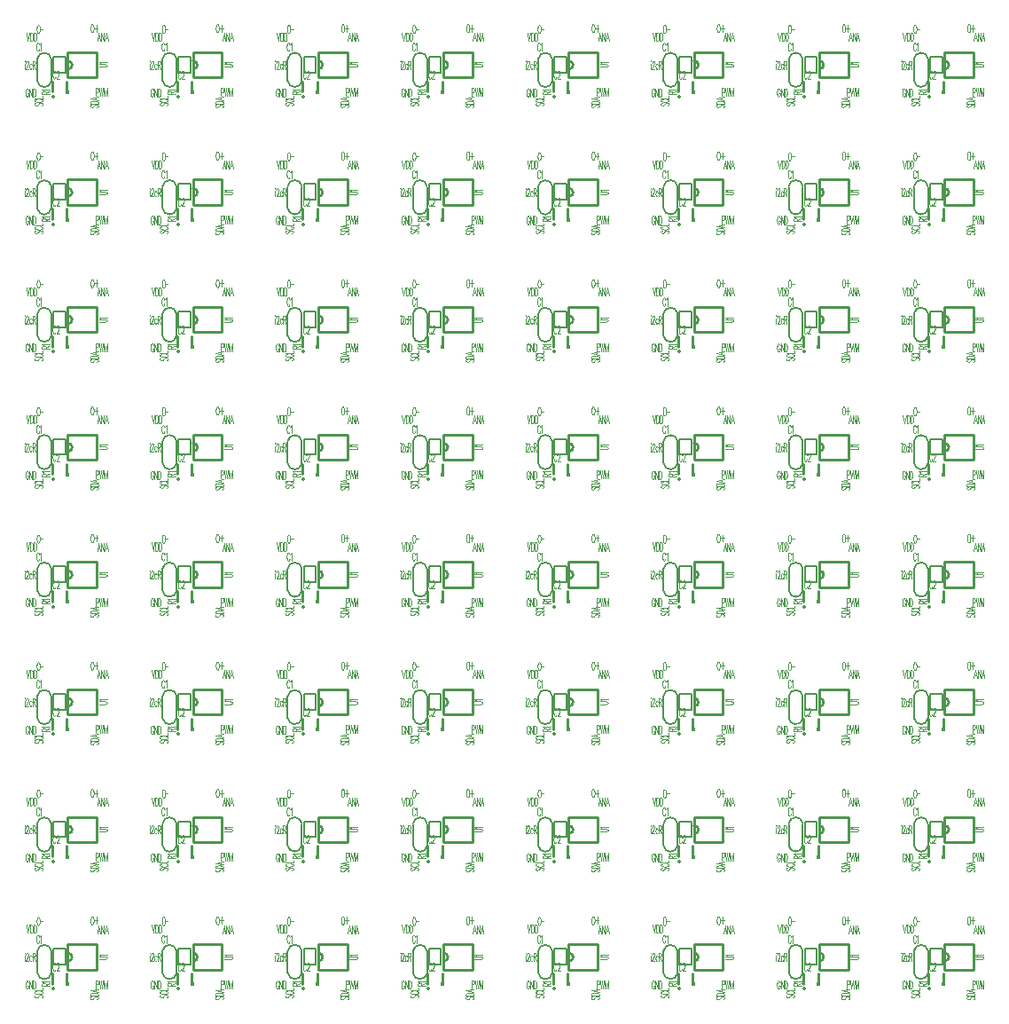
<source format=gto>
G04 DipTrace 3.0.0.2*
G04 TopSilk.gbr*
%MOIN*%
G04 #@! TF.FileFunction,Legend,Top*
G04 #@! TF.Part,Single*
%ADD10C,0.009843*%
%ADD18C,0.005906*%
%ADD24O,0.014827X0.012287*%
%ADD26O,0.015977X0.015753*%
%ADD55C,0.003281*%
%FSLAX26Y26*%
G04*
G70*
G90*
G75*
G01*
G04 TopSilk*
%LPD*%
X661978Y643724D2*
D18*
X707644D1*
Y702780D1*
X661978D1*
Y643724D1*
X601836Y694091D2*
G02X654986Y694091I26575J-3138D01*
G01*
Y612397D2*
G02X601836Y612397I-26575J3138D01*
G01*
X654986Y613880D2*
Y692609D1*
X601836Y613880D2*
Y692609D1*
X657249Y570754D2*
D10*
Y610127D1*
X712370Y570754D2*
Y610127D1*
D24*
X660335Y552227D3*
D26*
X714007Y569032D3*
X716280Y719691D2*
D10*
X825339D1*
Y625192D1*
X716280D1*
Y719691D1*
X717246Y686849D2*
G02X718583Y656299I718J-15273D01*
G01*
X609217Y747807D2*
D55*
X608504Y750659D1*
X607061Y753544D1*
X605635Y754970D1*
X602767D1*
X601324Y753544D1*
X599898Y750659D1*
X599169Y747807D1*
X598456Y743496D1*
Y736300D1*
X599169Y732022D1*
X599898Y729137D1*
X601324Y726285D1*
X602767Y724826D1*
X605635D1*
X607061Y726285D1*
X608504Y729137D1*
X609217Y732022D1*
X612497Y749200D2*
X613940Y750659D1*
X616096Y754937D1*
Y724826D1*
X670381Y642984D2*
X669668Y645836D1*
X668226Y648721D1*
X666800Y650147D1*
X663931D1*
X662489Y648721D1*
X661063Y645836D1*
X660333Y642984D1*
X659620Y638673D1*
Y631477D1*
X660333Y627199D1*
X661063Y624314D1*
X662489Y621462D1*
X663931Y620003D1*
X666800D1*
X668226Y621462D1*
X669668Y624314D1*
X670381Y627199D1*
X674392Y642951D2*
Y644377D1*
X675105Y647262D1*
X675818Y648688D1*
X677260Y650114D1*
X680129D1*
X681555Y648688D1*
X682268Y647262D1*
X682997Y644377D1*
Y641525D1*
X682268Y638640D1*
X680842Y634362D1*
X673662Y620003D1*
X683710D1*
X553901Y686925D2*
X554614Y685499D1*
X555344Y686925D1*
X554614Y688384D1*
X553901Y686925D1*
X554614Y676877D2*
Y656781D1*
X559354Y679729D2*
Y681155D1*
X560067Y684040D1*
X560780Y685466D1*
X562223Y686892D1*
X565091D1*
X566517Y685466D1*
X567230Y684040D1*
X567960Y681155D1*
Y678303D1*
X567230Y675418D1*
X565804Y671140D1*
X558625Y656781D1*
X568673D1*
X580576Y672566D2*
X579133Y675451D1*
X577691Y676877D1*
X575552D1*
X574109Y675451D1*
X572683Y672566D1*
X571954Y668255D1*
Y665403D1*
X572683Y661092D1*
X574109Y658240D1*
X575552Y656781D1*
X577691D1*
X579133Y658240D1*
X580576Y661092D1*
X583856Y672566D2*
X590306D1*
X592462Y674025D1*
X593191Y675451D1*
X593904Y678303D1*
Y681188D1*
X593191Y684040D1*
X592462Y685499D1*
X590306Y686925D1*
X583856D1*
Y656781D1*
X588880Y672566D2*
X593904Y656781D1*
X634313Y563508D2*
Y569958D1*
X632854Y572113D1*
X631428Y572843D1*
X628576Y573556D1*
X625691D1*
X622839Y572843D1*
X621380Y572113D1*
X619954Y569958D1*
Y563508D1*
X650098D1*
X634313Y568532D2*
X650098Y573556D1*
X625724Y576837D2*
X624265Y578279D1*
X619987Y580435D1*
X650098D1*
X834041Y664357D2*
X855563D1*
X859874Y665070D1*
X862726Y666512D1*
X864185Y668668D1*
Y670094D1*
X862726Y672249D1*
X859874Y673692D1*
X855563Y674405D1*
X834041D1*
X839811Y677686D2*
X838352Y679128D1*
X834074Y681284D1*
X864185D1*
X560362Y792460D2*
X566099Y762316D1*
X571836Y792460D1*
X575117D2*
Y762316D1*
X580141D1*
X582297Y763775D1*
X583739Y766627D1*
X584452Y769512D1*
X585165Y773790D1*
Y780986D1*
X584452Y785297D1*
X583739Y788149D1*
X582297Y791034D1*
X580141Y792460D1*
X575117D1*
X588446D2*
Y762316D1*
X593470D1*
X595625Y763775D1*
X597068Y766627D1*
X597781Y769512D1*
X598494Y773790D1*
Y780986D1*
X597781Y785297D1*
X597068Y788149D1*
X595625Y791034D1*
X593470Y792460D1*
X588446D1*
X568459Y575654D2*
X567746Y578506D1*
X566304Y581391D1*
X564878Y582817D1*
X562009D1*
X560567Y581391D1*
X559141Y578506D1*
X558411Y575654D1*
X557698Y571343D1*
Y564146D1*
X558411Y559869D1*
X559141Y556984D1*
X560567Y554132D1*
X562009Y552673D1*
X564878D1*
X566304Y554132D1*
X567746Y556984D1*
X568459Y559869D1*
Y564146D1*
X564878D1*
X581788Y582817D2*
Y552673D1*
X571740Y582817D1*
Y552673D1*
X585069Y582817D2*
Y552673D1*
X590093D1*
X592248Y554132D1*
X593691Y556984D1*
X594404Y559869D1*
X595117Y564146D1*
Y571343D1*
X594404Y575654D1*
X593691Y578506D1*
X592248Y581391D1*
X590093Y582817D1*
X585069D1*
X603874Y821965D2*
X602431Y820539D1*
X601006Y817654D1*
X600276Y814802D1*
X599563Y810491D1*
Y803295D1*
X600276Y799017D1*
X601006Y796132D1*
X602431Y793280D1*
X603874Y791821D1*
X606743D1*
X608168Y793280D1*
X609611Y796132D1*
X610324Y799017D1*
X611037Y803295D1*
Y810491D1*
X610324Y814802D1*
X609611Y817654D1*
X608168Y820539D1*
X606743Y821965D1*
X603874D1*
X614318Y806876D2*
X622608D1*
X806701Y824282D2*
X805258Y822856D1*
X803832Y819971D1*
X803103Y817119D1*
X802390Y812808D1*
Y805612D1*
X803103Y801334D1*
X803832Y798449D1*
X805258Y795598D1*
X806701Y794138D1*
X809569D1*
X810995Y795598D1*
X812438Y798449D1*
X813151Y801334D1*
X813864Y805612D1*
Y812808D1*
X813151Y817119D1*
X812438Y819971D1*
X810995Y822856D1*
X809569Y824282D1*
X806701D1*
X823595Y822110D2*
Y796277D1*
X817145Y809177D2*
X830061D1*
X821318Y568853D2*
X827784D1*
X829923Y570279D1*
X830653Y571738D1*
X831366Y574590D1*
Y578901D1*
X830653Y581753D1*
X829923Y583212D1*
X827784Y584638D1*
X821318D1*
Y554494D1*
X834646Y584638D2*
X838244Y554494D1*
X841826Y584638D1*
X845407Y554494D1*
X849005Y584638D1*
X863760Y554494D2*
Y584638D1*
X858023Y554494D1*
X852286Y584638D1*
Y554494D1*
X838991Y761582D2*
X833237Y791726D1*
X827500Y761582D1*
X829656Y771630D2*
X836835D1*
X852319Y791726D2*
Y761582D1*
X842271Y791726D1*
Y761582D1*
X867091D2*
X861337Y791726D1*
X855600Y761582D1*
X857756Y771630D2*
X864935D1*
X804607Y523559D2*
X801722Y522133D1*
X800296Y519977D1*
Y517109D1*
X801722Y514953D1*
X804607Y513511D1*
X807459D1*
X810344Y514240D1*
X811770Y514953D1*
X813196Y516379D1*
X816081Y520690D1*
X817507Y522133D1*
X818966Y522846D1*
X821818Y523559D1*
X826129D1*
X828981Y522133D1*
X830440Y519977D1*
Y517109D1*
X828981Y514953D1*
X826129Y513511D1*
X800296Y526839D2*
X830440D1*
Y531863D1*
X828981Y534019D1*
X826129Y535461D1*
X823244Y536174D1*
X818966Y536887D1*
X811770D1*
X807459Y536174D1*
X804607Y535461D1*
X801722Y534019D1*
X800296Y531863D1*
Y526839D1*
X830440Y551659D2*
X800296Y545905D1*
X830440Y540168D1*
X820392Y542324D2*
Y549503D1*
X596456Y529355D2*
X593571Y527929D1*
X592145Y525774D1*
Y522905D1*
X593571Y520750D1*
X596456Y519307D1*
X599308D1*
X602193Y520037D1*
X603619Y520750D1*
X605045Y522176D1*
X607930Y526487D1*
X609356Y527929D1*
X610816Y528642D1*
X613667Y529355D1*
X617978D1*
X620830Y527929D1*
X622289Y525774D1*
Y522905D1*
X620830Y520750D1*
X617978Y519307D1*
X599308Y543397D2*
X596456Y542684D1*
X593571Y541241D1*
X592145Y539816D1*
Y536947D1*
X593571Y535505D1*
X596456Y534079D1*
X599308Y533349D1*
X603619Y532636D1*
X610816D1*
X615093Y533349D1*
X617978Y534079D1*
X620830Y535504D1*
X622289Y536947D1*
Y539815D1*
X620830Y541241D1*
X617978Y542684D1*
X615093Y543397D1*
X592145Y546678D2*
X622289D1*
Y555283D1*
X1132844Y643724D2*
D18*
X1178510D1*
Y702780D1*
X1132844D1*
Y643724D1*
X1072702Y694091D2*
G02X1125852Y694091I26575J-3138D01*
G01*
Y612397D2*
G02X1072702Y612397I-26575J3138D01*
G01*
X1125852Y613880D2*
Y692609D1*
X1072702Y613880D2*
Y692609D1*
X1128115Y570754D2*
D10*
Y610127D1*
X1183236Y570754D2*
Y610127D1*
D24*
X1131201Y552227D3*
D26*
X1184873Y569032D3*
X1187146Y719691D2*
D10*
X1296205D1*
Y625192D1*
X1187146D1*
Y719691D1*
X1188113Y686849D2*
G02X1189449Y656299I718J-15273D01*
G01*
X1080083Y747807D2*
D55*
X1079370Y750659D1*
X1077927Y753544D1*
X1076501Y754970D1*
X1073633D1*
X1072190Y753544D1*
X1070764Y750659D1*
X1070035Y747807D1*
X1069322Y743496D1*
Y736300D1*
X1070035Y732022D1*
X1070764Y729137D1*
X1072190Y726285D1*
X1073633Y724826D1*
X1076501D1*
X1077927Y726285D1*
X1079370Y729137D1*
X1080083Y732022D1*
X1083364Y749200D2*
X1084806Y750659D1*
X1086962Y754937D1*
Y724826D1*
X1141248Y642984D2*
X1140535Y645836D1*
X1139092Y648721D1*
X1137666Y650147D1*
X1134798D1*
X1133355Y648721D1*
X1131929Y645836D1*
X1131200Y642984D1*
X1130487Y638673D1*
Y631477D1*
X1131200Y627199D1*
X1131929Y624314D1*
X1133355Y621462D1*
X1134798Y620003D1*
X1137666D1*
X1139092Y621462D1*
X1140535Y624314D1*
X1141248Y627199D1*
X1145258Y642951D2*
Y644377D1*
X1145971Y647262D1*
X1146684Y648688D1*
X1148126Y650114D1*
X1150995D1*
X1152421Y648688D1*
X1153134Y647262D1*
X1153863Y644377D1*
Y641525D1*
X1153134Y638640D1*
X1151708Y634362D1*
X1144528Y620003D1*
X1154576D1*
X1024767Y686925D2*
X1025480Y685499D1*
X1026210Y686925D1*
X1025480Y688384D1*
X1024767Y686925D1*
X1025480Y676877D2*
Y656781D1*
X1030220Y679729D2*
Y681155D1*
X1030933Y684040D1*
X1031646Y685466D1*
X1033089Y686892D1*
X1035957D1*
X1037383Y685466D1*
X1038096Y684040D1*
X1038826Y681155D1*
Y678303D1*
X1038096Y675418D1*
X1036670Y671140D1*
X1029491Y656781D1*
X1039539D1*
X1051442Y672566D2*
X1049999Y675451D1*
X1048557Y676877D1*
X1046418D1*
X1044975Y675451D1*
X1043549Y672566D1*
X1042820Y668255D1*
Y665403D1*
X1043549Y661092D1*
X1044975Y658240D1*
X1046418Y656781D1*
X1048557D1*
X1049999Y658240D1*
X1051442Y661092D1*
X1054723Y672566D2*
X1061173D1*
X1063328Y674025D1*
X1064058Y675451D1*
X1064771Y678303D1*
Y681188D1*
X1064058Y684040D1*
X1063328Y685499D1*
X1061173Y686925D1*
X1054723D1*
Y656781D1*
X1059747Y672566D2*
X1064771Y656781D1*
X1105179Y563508D2*
Y569958D1*
X1103720Y572113D1*
X1102294Y572843D1*
X1099442Y573556D1*
X1096557D1*
X1093705Y572843D1*
X1092246Y572113D1*
X1090820Y569958D1*
Y563508D1*
X1120964D1*
X1105179Y568532D2*
X1120964Y573556D1*
X1096591Y576837D2*
X1095131Y578279D1*
X1090854Y580435D1*
X1120964D1*
X1304907Y664357D2*
X1326429D1*
X1330740Y665070D1*
X1333592Y666512D1*
X1335051Y668668D1*
Y670094D1*
X1333592Y672249D1*
X1330740Y673692D1*
X1326429Y674405D1*
X1304907D1*
X1310677Y677686D2*
X1309218Y679128D1*
X1304940Y681284D1*
X1335051D1*
X1031228Y792460D2*
X1036965Y762316D1*
X1042702Y792460D1*
X1045983D2*
Y762316D1*
X1051007D1*
X1053163Y763775D1*
X1054605Y766627D1*
X1055318Y769512D1*
X1056031Y773790D1*
Y780986D1*
X1055318Y785297D1*
X1054605Y788149D1*
X1053163Y791034D1*
X1051007Y792460D1*
X1045983D1*
X1059312D2*
Y762316D1*
X1064336D1*
X1066491Y763775D1*
X1067934Y766627D1*
X1068647Y769512D1*
X1069360Y773790D1*
Y780986D1*
X1068647Y785297D1*
X1067934Y788149D1*
X1066491Y791034D1*
X1064336Y792460D1*
X1059312D1*
X1039325Y575654D2*
X1038612Y578506D1*
X1037170Y581391D1*
X1035744Y582817D1*
X1032875D1*
X1031433Y581391D1*
X1030007Y578506D1*
X1029277Y575654D1*
X1028564Y571343D1*
Y564146D1*
X1029277Y559869D1*
X1030007Y556984D1*
X1031433Y554132D1*
X1032875Y552673D1*
X1035744D1*
X1037170Y554132D1*
X1038612Y556984D1*
X1039325Y559869D1*
Y564146D1*
X1035744D1*
X1052654Y582817D2*
Y552673D1*
X1042606Y582817D1*
Y552673D1*
X1055935Y582817D2*
Y552673D1*
X1060959D1*
X1063114Y554132D1*
X1064557Y556984D1*
X1065270Y559869D1*
X1065983Y564146D1*
Y571343D1*
X1065270Y575654D1*
X1064557Y578506D1*
X1063114Y581391D1*
X1060959Y582817D1*
X1055935D1*
X1074740Y821965D2*
X1073298Y820539D1*
X1071872Y817654D1*
X1071142Y814802D1*
X1070429Y810491D1*
Y803295D1*
X1071142Y799017D1*
X1071872Y796132D1*
X1073298Y793280D1*
X1074740Y791821D1*
X1077609D1*
X1079035Y793280D1*
X1080477Y796132D1*
X1081190Y799017D1*
X1081903Y803295D1*
Y810491D1*
X1081190Y814802D1*
X1080477Y817654D1*
X1079035Y820539D1*
X1077609Y821965D1*
X1074740D1*
X1085184Y806876D2*
X1093474D1*
X1277567Y824282D2*
X1276124Y822856D1*
X1274698Y819971D1*
X1273969Y817119D1*
X1273256Y812808D1*
Y805612D1*
X1273969Y801334D1*
X1274698Y798449D1*
X1276124Y795598D1*
X1277567Y794138D1*
X1280435D1*
X1281861Y795598D1*
X1283304Y798449D1*
X1284017Y801334D1*
X1284730Y805612D1*
Y812808D1*
X1284017Y817119D1*
X1283304Y819971D1*
X1281861Y822856D1*
X1280435Y824282D1*
X1277567D1*
X1294461Y822110D2*
Y796277D1*
X1288011Y809177D2*
X1300927D1*
X1292184Y568853D2*
X1298650D1*
X1300789Y570279D1*
X1301519Y571738D1*
X1302232Y574590D1*
Y578901D1*
X1301519Y581753D1*
X1300789Y583212D1*
X1298650Y584638D1*
X1292184D1*
Y554494D1*
X1305513Y584638D2*
X1309111Y554494D1*
X1312692Y584638D1*
X1316274Y554494D1*
X1319872Y584638D1*
X1334626Y554494D2*
Y584638D1*
X1328889Y554494D1*
X1323152Y584638D1*
Y554494D1*
X1309857Y761582D2*
X1304103Y791726D1*
X1298366Y761582D1*
X1300522Y771630D2*
X1307701D1*
X1323186Y791726D2*
Y761582D1*
X1313138Y791726D1*
Y761582D1*
X1337957D2*
X1332203Y791726D1*
X1326466Y761582D1*
X1328622Y771630D2*
X1335801D1*
X1275474Y523559D2*
X1272588Y522133D1*
X1271162Y519977D1*
Y517109D1*
X1272588Y514953D1*
X1275474Y513511D1*
X1278325D1*
X1281210Y514240D1*
X1282636Y514953D1*
X1284062Y516379D1*
X1286947Y520690D1*
X1288373Y522133D1*
X1289833Y522846D1*
X1292684Y523559D1*
X1296996D1*
X1299847Y522133D1*
X1301307Y519977D1*
Y517109D1*
X1299847Y514953D1*
X1296995Y513511D1*
X1271163Y526839D2*
X1301307D1*
Y531863D1*
X1299847Y534019D1*
X1296996Y535461D1*
X1294110Y536174D1*
X1289833Y536887D1*
X1282636D1*
X1278325Y536174D1*
X1275474Y535461D1*
X1272588Y534019D1*
X1271163Y531863D1*
Y526839D1*
X1301307Y551659D2*
X1271163Y545905D1*
X1301307Y540168D1*
X1291259Y542324D2*
Y549503D1*
X1067323Y529355D2*
X1064438Y527929D1*
X1063012Y525774D1*
Y522905D1*
X1064438Y520750D1*
X1067323Y519307D1*
X1070174D1*
X1073060Y520037D1*
X1074486Y520750D1*
X1075911Y522176D1*
X1078797Y526487D1*
X1080223Y527929D1*
X1081682Y528642D1*
X1084534Y529355D1*
X1088845D1*
X1091697Y527929D1*
X1093156Y525774D1*
Y522905D1*
X1091696Y520750D1*
X1088845Y519307D1*
X1070175Y543397D2*
X1067323Y542684D1*
X1064438Y541241D1*
X1063012Y539816D1*
Y536947D1*
X1064438Y535505D1*
X1067323Y534079D1*
X1070175Y533349D1*
X1074486Y532636D1*
X1081682D1*
X1085960Y533349D1*
X1088845Y534079D1*
X1091697Y535504D1*
X1093156Y536947D1*
Y539815D1*
X1091697Y541241D1*
X1088845Y542684D1*
X1085960Y543397D1*
X1063012Y546678D2*
X1093156D1*
Y555283D1*
X1603710Y643724D2*
D18*
X1649376D1*
Y702780D1*
X1603710D1*
Y643724D1*
X1543568Y694091D2*
G02X1596718Y694091I26575J-3138D01*
G01*
Y612397D2*
G02X1543568Y612397I-26575J3138D01*
G01*
X1596718Y613880D2*
Y692609D1*
X1543568Y613880D2*
Y692609D1*
X1598981Y570754D2*
D10*
Y610127D1*
X1654102Y570754D2*
Y610127D1*
D24*
X1602067Y552227D3*
D26*
X1655739Y569032D3*
X1658012Y719691D2*
D10*
X1767071D1*
Y625192D1*
X1658012D1*
Y719691D1*
X1658979Y686849D2*
G02X1660315Y656299I718J-15273D01*
G01*
X1550949Y747807D2*
D55*
X1550236Y750659D1*
X1548793Y753544D1*
X1547367Y754970D1*
X1544499D1*
X1543056Y753544D1*
X1541630Y750659D1*
X1540901Y747807D1*
X1540188Y743496D1*
Y736300D1*
X1540901Y732022D1*
X1541630Y729137D1*
X1543056Y726285D1*
X1544499Y724826D1*
X1547367D1*
X1548793Y726285D1*
X1550236Y729137D1*
X1550949Y732022D1*
X1554230Y749200D2*
X1555672Y750659D1*
X1557828Y754937D1*
Y724826D1*
X1612114Y642984D2*
X1611401Y645836D1*
X1609958Y648721D1*
X1608532Y650147D1*
X1605664D1*
X1604221Y648721D1*
X1602795Y645836D1*
X1602066Y642984D1*
X1601353Y638673D1*
Y631477D1*
X1602066Y627199D1*
X1602795Y624314D1*
X1604221Y621462D1*
X1605664Y620003D1*
X1608532D1*
X1609958Y621462D1*
X1611401Y624314D1*
X1612114Y627199D1*
X1616124Y642951D2*
Y644377D1*
X1616837Y647262D1*
X1617550Y648688D1*
X1618993Y650114D1*
X1621861D1*
X1623287Y648688D1*
X1624000Y647262D1*
X1624730Y644377D1*
Y641525D1*
X1624000Y638640D1*
X1622574Y634362D1*
X1615395Y620003D1*
X1625443D1*
X1495634Y686925D2*
X1496347Y685499D1*
X1497076Y686925D1*
X1496347Y688384D1*
X1495634Y686925D1*
X1496347Y676877D2*
Y656781D1*
X1501087Y679729D2*
Y681155D1*
X1501800Y684040D1*
X1502513Y685466D1*
X1503955Y686892D1*
X1506824D1*
X1508249Y685466D1*
X1508962Y684040D1*
X1509692Y681155D1*
Y678303D1*
X1508962Y675418D1*
X1507537Y671140D1*
X1500357Y656781D1*
X1510405D1*
X1522308Y672566D2*
X1520865Y675451D1*
X1519423Y676877D1*
X1517284D1*
X1515841Y675451D1*
X1514415Y672566D1*
X1513686Y668255D1*
Y665403D1*
X1514415Y661092D1*
X1515841Y658240D1*
X1517284Y656781D1*
X1519423D1*
X1520865Y658240D1*
X1522308Y661092D1*
X1525589Y672566D2*
X1532039D1*
X1534194Y674025D1*
X1534924Y675451D1*
X1535637Y678303D1*
Y681188D1*
X1534924Y684040D1*
X1534194Y685499D1*
X1532039Y686925D1*
X1525589D1*
Y656781D1*
X1530613Y672566D2*
X1535637Y656781D1*
X1576046Y563508D2*
Y569958D1*
X1574586Y572113D1*
X1573160Y572843D1*
X1570309Y573556D1*
X1567424D1*
X1564572Y572843D1*
X1563112Y572113D1*
X1561687Y569958D1*
Y563508D1*
X1591831D1*
X1576046Y568532D2*
X1591831Y573556D1*
X1567457Y576837D2*
X1565998Y578279D1*
X1561720Y580435D1*
X1591831D1*
X1775773Y664357D2*
X1797295D1*
X1801606Y665070D1*
X1804458Y666512D1*
X1805917Y668668D1*
Y670094D1*
X1804458Y672249D1*
X1801606Y673692D1*
X1797295Y674405D1*
X1775773D1*
X1781543Y677686D2*
X1780084Y679128D1*
X1775806Y681284D1*
X1805917D1*
X1502094Y792460D2*
X1507831Y762316D1*
X1513568Y792460D1*
X1516849D2*
Y762316D1*
X1521873D1*
X1524029Y763775D1*
X1525471Y766627D1*
X1526184Y769512D1*
X1526897Y773790D1*
Y780986D1*
X1526184Y785297D1*
X1525471Y788149D1*
X1524029Y791034D1*
X1521873Y792460D1*
X1516849D1*
X1530178D2*
Y762316D1*
X1535202D1*
X1537358Y763775D1*
X1538800Y766627D1*
X1539513Y769512D1*
X1540226Y773790D1*
Y780986D1*
X1539513Y785297D1*
X1538800Y788149D1*
X1537358Y791034D1*
X1535202Y792460D1*
X1530178D1*
X1510191Y575654D2*
X1509478Y578506D1*
X1508036Y581391D1*
X1506610Y582817D1*
X1503741D1*
X1502299Y581391D1*
X1500873Y578506D1*
X1500143Y575654D1*
X1499430Y571343D1*
Y564146D1*
X1500143Y559869D1*
X1500873Y556984D1*
X1502299Y554132D1*
X1503741Y552673D1*
X1506610D1*
X1508036Y554132D1*
X1509478Y556984D1*
X1510191Y559869D1*
Y564146D1*
X1506610D1*
X1523520Y582817D2*
Y552673D1*
X1513472Y582817D1*
Y552673D1*
X1526801Y582817D2*
Y552673D1*
X1531825D1*
X1533981Y554132D1*
X1535423Y556984D1*
X1536136Y559869D1*
X1536849Y564146D1*
Y571343D1*
X1536136Y575654D1*
X1535423Y578506D1*
X1533981Y581391D1*
X1531825Y582817D1*
X1526801D1*
X1545606Y821965D2*
X1544164Y820539D1*
X1542738Y817654D1*
X1542008Y814802D1*
X1541295Y810491D1*
Y803295D1*
X1542008Y799017D1*
X1542738Y796132D1*
X1544164Y793280D1*
X1545606Y791821D1*
X1548475D1*
X1549901Y793280D1*
X1551343Y796132D1*
X1552056Y799017D1*
X1552769Y803295D1*
Y810491D1*
X1552056Y814802D1*
X1551343Y817654D1*
X1549901Y820539D1*
X1548475Y821965D1*
X1545606D1*
X1556050Y806876D2*
X1564341D1*
X1748433Y824282D2*
X1746991Y822856D1*
X1745565Y819971D1*
X1744835Y817119D1*
X1744122Y812808D1*
Y805612D1*
X1744835Y801334D1*
X1745565Y798449D1*
X1746991Y795598D1*
X1748433Y794138D1*
X1751302D1*
X1752728Y795598D1*
X1754170Y798449D1*
X1754883Y801334D1*
X1755596Y805612D1*
Y812808D1*
X1754883Y817119D1*
X1754170Y819971D1*
X1752728Y822856D1*
X1751302Y824282D1*
X1748433D1*
X1765327Y822110D2*
Y796277D1*
X1758877Y809177D2*
X1771793D1*
X1763050Y568853D2*
X1769516D1*
X1771655Y570279D1*
X1772385Y571738D1*
X1773098Y574590D1*
Y578901D1*
X1772385Y581753D1*
X1771655Y583212D1*
X1769516Y584638D1*
X1763050D1*
Y554494D1*
X1776379Y584638D2*
X1779977Y554494D1*
X1783558Y584638D1*
X1787140Y554494D1*
X1790738Y584638D1*
X1805493Y554494D2*
Y584638D1*
X1799756Y554494D1*
X1794019Y584638D1*
Y554494D1*
X1780723Y761582D2*
X1774969Y791726D1*
X1769232Y761582D1*
X1771388Y771630D2*
X1778567D1*
X1794052Y791726D2*
Y761582D1*
X1784004Y791726D1*
Y761582D1*
X1808823D2*
X1803069Y791726D1*
X1797333Y761582D1*
X1799488Y771630D2*
X1806668D1*
X1746340Y523559D2*
X1743455Y522133D1*
X1742029Y519977D1*
Y517109D1*
X1743455Y514953D1*
X1746340Y513511D1*
X1749192D1*
X1752077Y514240D1*
X1753503Y514953D1*
X1754929Y516379D1*
X1757814Y520690D1*
X1759240Y522133D1*
X1760699Y522846D1*
X1763551Y523559D1*
X1767862D1*
X1770714Y522133D1*
X1772173Y519977D1*
Y517109D1*
X1770714Y514953D1*
X1767862Y513511D1*
X1742029Y526839D2*
X1772173D1*
Y531863D1*
X1770714Y534019D1*
X1767862Y535461D1*
X1764977Y536174D1*
X1760699Y536887D1*
X1753503D1*
X1749192Y536174D1*
X1746340Y535461D1*
X1743455Y534019D1*
X1742029Y531863D1*
Y526839D1*
X1772173Y551659D2*
X1742029Y545905D1*
X1772173Y540168D1*
X1762125Y542324D2*
Y549503D1*
X1538189Y529355D2*
X1535304Y527929D1*
X1533878Y525774D1*
Y522905D1*
X1535304Y520750D1*
X1538189Y519307D1*
X1541041D1*
X1543926Y520037D1*
X1545352Y520750D1*
X1546778Y522176D1*
X1549663Y526487D1*
X1551089Y527929D1*
X1552548Y528642D1*
X1555400Y529355D1*
X1559711D1*
X1562563Y527929D1*
X1564022Y525774D1*
Y522905D1*
X1562563Y520750D1*
X1559711Y519307D1*
X1541041Y543397D2*
X1538189Y542684D1*
X1535304Y541241D1*
X1533878Y539816D1*
Y536947D1*
X1535304Y535505D1*
X1538189Y534079D1*
X1541041Y533349D1*
X1545352Y532636D1*
X1552548D1*
X1556826Y533349D1*
X1559711Y534079D1*
X1562563Y535504D1*
X1564022Y536947D1*
Y539815D1*
X1562563Y541241D1*
X1559711Y542684D1*
X1556826Y543397D1*
X1533878Y546678D2*
X1564022D1*
Y555283D1*
X2074576Y643724D2*
D18*
X2120243D1*
Y702780D1*
X2074576D1*
Y643724D1*
X2014434Y694091D2*
G02X2067584Y694091I26575J-3138D01*
G01*
Y612397D2*
G02X2014434Y612397I-26575J3138D01*
G01*
X2067584Y613880D2*
Y692609D1*
X2014434Y613880D2*
Y692609D1*
X2069848Y570754D2*
D10*
Y610127D1*
X2124969Y570754D2*
Y610127D1*
D24*
X2072933Y552227D3*
D26*
X2126605Y569032D3*
X2128878Y719691D2*
D10*
X2237937D1*
Y625192D1*
X2128878D1*
Y719691D1*
X2129845Y686849D2*
G02X2131181Y656299I718J-15273D01*
G01*
X2021815Y747807D2*
D55*
X2021102Y750659D1*
X2019660Y753544D1*
X2018234Y754970D1*
X2015365D1*
X2013923Y753544D1*
X2012497Y750659D1*
X2011767Y747807D1*
X2011054Y743496D1*
Y736300D1*
X2011767Y732022D1*
X2012497Y729137D1*
X2013923Y726285D1*
X2015365Y724826D1*
X2018234D1*
X2019660Y726285D1*
X2021102Y729137D1*
X2021815Y732022D1*
X2025096Y749200D2*
X2026538Y750659D1*
X2028694Y754937D1*
Y724826D1*
X2082980Y642984D2*
X2082267Y645836D1*
X2080824Y648721D1*
X2079398Y650147D1*
X2076530D1*
X2075087Y648721D1*
X2073661Y645836D1*
X2072932Y642984D1*
X2072219Y638673D1*
Y631477D1*
X2072932Y627199D1*
X2073661Y624314D1*
X2075087Y621462D1*
X2076530Y620003D1*
X2079398D1*
X2080824Y621462D1*
X2082267Y624314D1*
X2082980Y627199D1*
X2086990Y642951D2*
Y644377D1*
X2087703Y647262D1*
X2088416Y648688D1*
X2089859Y650114D1*
X2092727D1*
X2094153Y648688D1*
X2094866Y647262D1*
X2095596Y644377D1*
Y641525D1*
X2094866Y638640D1*
X2093440Y634362D1*
X2086261Y620003D1*
X2096309D1*
X1966500Y686925D2*
X1967213Y685499D1*
X1967942Y686925D1*
X1967213Y688384D1*
X1966500Y686925D1*
X1967213Y676877D2*
Y656781D1*
X1971953Y679729D2*
Y681155D1*
X1972666Y684040D1*
X1973379Y685466D1*
X1974821Y686892D1*
X1977690D1*
X1979116Y685466D1*
X1979829Y684040D1*
X1980558Y681155D1*
Y678303D1*
X1979829Y675418D1*
X1978403Y671140D1*
X1971223Y656781D1*
X1981271D1*
X1993174Y672566D2*
X1991731Y675451D1*
X1990289Y676877D1*
X1988150D1*
X1986707Y675451D1*
X1985282Y672566D1*
X1984552Y668255D1*
Y665403D1*
X1985282Y661092D1*
X1986707Y658240D1*
X1988150Y656781D1*
X1990289D1*
X1991731Y658240D1*
X1993174Y661092D1*
X1996455Y672566D2*
X2002905D1*
X2005060Y674025D1*
X2005790Y675451D1*
X2006503Y678303D1*
Y681188D1*
X2005790Y684040D1*
X2005060Y685499D1*
X2002905Y686925D1*
X1996455D1*
Y656781D1*
X2001479Y672566D2*
X2006503Y656781D1*
X2046912Y563508D2*
Y569958D1*
X2045453Y572113D1*
X2044027Y572843D1*
X2041175Y573556D1*
X2038290D1*
X2035438Y572843D1*
X2033979Y572113D1*
X2032553Y569958D1*
Y563508D1*
X2062697D1*
X2046912Y568532D2*
X2062697Y573556D1*
X2038323Y576837D2*
X2036864Y578279D1*
X2032586Y580435D1*
X2062697D1*
X2246639Y664357D2*
X2268161D1*
X2272472Y665070D1*
X2275324Y666512D1*
X2276783Y668668D1*
Y670094D1*
X2275324Y672249D1*
X2272472Y673692D1*
X2268161Y674405D1*
X2246639D1*
X2252409Y677686D2*
X2250950Y679128D1*
X2246672Y681284D1*
X2276783D1*
X1972961Y792460D2*
X1978698Y762316D1*
X1984435Y792460D1*
X1987715D2*
Y762316D1*
X1992739D1*
X1994895Y763775D1*
X1996337Y766627D1*
X1997050Y769512D1*
X1997763Y773790D1*
Y780986D1*
X1997050Y785297D1*
X1996337Y788149D1*
X1994895Y791034D1*
X1992739Y792460D1*
X1987715D1*
X2001044D2*
Y762316D1*
X2006068D1*
X2008224Y763775D1*
X2009666Y766627D1*
X2010379Y769512D1*
X2011092Y773790D1*
Y780986D1*
X2010379Y785297D1*
X2009666Y788149D1*
X2008224Y791034D1*
X2006068Y792460D1*
X2001044D1*
X1981058Y575654D2*
X1980345Y578506D1*
X1978902Y581391D1*
X1977476Y582817D1*
X1974608D1*
X1973165Y581391D1*
X1971739Y578506D1*
X1971010Y575654D1*
X1970297Y571343D1*
Y564146D1*
X1971010Y559869D1*
X1971739Y556984D1*
X1973165Y554132D1*
X1974608Y552673D1*
X1977476D1*
X1978902Y554132D1*
X1980345Y556984D1*
X1981058Y559869D1*
Y564146D1*
X1977476D1*
X1994386Y582817D2*
Y552673D1*
X1984338Y582817D1*
Y552673D1*
X1997667Y582817D2*
Y552673D1*
X2002691D1*
X2004847Y554132D1*
X2006289Y556984D1*
X2007002Y559869D1*
X2007715Y564146D1*
Y571343D1*
X2007002Y575654D1*
X2006289Y578506D1*
X2004847Y581391D1*
X2002691Y582817D1*
X1997667D1*
X2016472Y821965D2*
X2015030Y820539D1*
X2013604Y817654D1*
X2012874Y814802D1*
X2012161Y810491D1*
Y803295D1*
X2012874Y799017D1*
X2013604Y796132D1*
X2015030Y793280D1*
X2016472Y791821D1*
X2019341D1*
X2020767Y793280D1*
X2022209Y796132D1*
X2022922Y799017D1*
X2023635Y803295D1*
Y810491D1*
X2022922Y814802D1*
X2022209Y817654D1*
X2020767Y820539D1*
X2019341Y821965D1*
X2016472D1*
X2026916Y806876D2*
X2035207D1*
X2219299Y824282D2*
X2217857Y822856D1*
X2216431Y819971D1*
X2215701Y817119D1*
X2214988Y812808D1*
Y805612D1*
X2215701Y801334D1*
X2216431Y798449D1*
X2217857Y795598D1*
X2219299Y794138D1*
X2222168D1*
X2223594Y795598D1*
X2225036Y798449D1*
X2225749Y801334D1*
X2226462Y805612D1*
Y812808D1*
X2225749Y817119D1*
X2225036Y819971D1*
X2223594Y822856D1*
X2222168Y824282D1*
X2219299D1*
X2236193Y822110D2*
Y796277D1*
X2229743Y809177D2*
X2242659D1*
X2233916Y568853D2*
X2240383D1*
X2242521Y570279D1*
X2243251Y571738D1*
X2243964Y574590D1*
Y578901D1*
X2243251Y581753D1*
X2242521Y583212D1*
X2240383Y584638D1*
X2233916D1*
Y554494D1*
X2247245Y584638D2*
X2250843Y554494D1*
X2254424Y584638D1*
X2258006Y554494D1*
X2261604Y584638D1*
X2276359Y554494D2*
Y584638D1*
X2270622Y554494D1*
X2264885Y584638D1*
Y554494D1*
X2251589Y761582D2*
X2245835Y791726D1*
X2240098Y761582D1*
X2242254Y771630D2*
X2249433D1*
X2264918Y791726D2*
Y761582D1*
X2254870Y791726D1*
Y761582D1*
X2279689D2*
X2273936Y791726D1*
X2268199Y761582D1*
X2270354Y771630D2*
X2277534D1*
X2217206Y523559D2*
X2214321Y522133D1*
X2212895Y519977D1*
Y517109D1*
X2214321Y514953D1*
X2217206Y513511D1*
X2220058D1*
X2222943Y514240D1*
X2224369Y514953D1*
X2225795Y516379D1*
X2228680Y520690D1*
X2230106Y522133D1*
X2231565Y522846D1*
X2234417Y523559D1*
X2238728D1*
X2241580Y522133D1*
X2243039Y519977D1*
Y517109D1*
X2241580Y514953D1*
X2238728Y513511D1*
X2212895Y526839D2*
X2243039D1*
Y531863D1*
X2241580Y534019D1*
X2238728Y535461D1*
X2235843Y536174D1*
X2231565Y536887D1*
X2224369D1*
X2220058Y536174D1*
X2217206Y535461D1*
X2214321Y534019D1*
X2212895Y531863D1*
Y526839D1*
X2243039Y551659D2*
X2212895Y545905D1*
X2243039Y540168D1*
X2232991Y542324D2*
Y549503D1*
X2009055Y529355D2*
X2006170Y527929D1*
X2004744Y525774D1*
Y522905D1*
X2006170Y520750D1*
X2009055Y519307D1*
X2011907D1*
X2014792Y520037D1*
X2016218Y520750D1*
X2017644Y522176D1*
X2020529Y526487D1*
X2021955Y527929D1*
X2023414Y528642D1*
X2026266Y529355D1*
X2030577D1*
X2033429Y527929D1*
X2034888Y525774D1*
Y522905D1*
X2033429Y520750D1*
X2030577Y519307D1*
X2011907Y543397D2*
X2009055Y542684D1*
X2006170Y541241D1*
X2004744Y539816D1*
Y536947D1*
X2006170Y535505D1*
X2009055Y534079D1*
X2011907Y533349D1*
X2016218Y532636D1*
X2023414D1*
X2027692Y533349D1*
X2030577Y534079D1*
X2033429Y535504D1*
X2034888Y536947D1*
Y539815D1*
X2033429Y541241D1*
X2030577Y542684D1*
X2027692Y543397D1*
X2004744Y546678D2*
X2034888D1*
Y555283D1*
X2545443Y643724D2*
D18*
X2591109D1*
Y702780D1*
X2545443D1*
Y643724D1*
X2485301Y694091D2*
G02X2538450Y694091I26575J-3138D01*
G01*
Y612397D2*
G02X2485301Y612397I-26575J3138D01*
G01*
X2538450Y613880D2*
Y692609D1*
X2485301Y613880D2*
Y692609D1*
X2540714Y570754D2*
D10*
Y610127D1*
X2595835Y570754D2*
Y610127D1*
D24*
X2543799Y552227D3*
D26*
X2597471Y569032D3*
X2599744Y719691D2*
D10*
X2708803D1*
Y625192D1*
X2599744D1*
Y719691D1*
X2600711Y686849D2*
G02X2602047Y656299I718J-15273D01*
G01*
X2492681Y747807D2*
D55*
X2491968Y750659D1*
X2490526Y753544D1*
X2489100Y754970D1*
X2486231D1*
X2484789Y753544D1*
X2483363Y750659D1*
X2482633Y747807D1*
X2481920Y743496D1*
Y736300D1*
X2482633Y732022D1*
X2483363Y729137D1*
X2484789Y726285D1*
X2486231Y724826D1*
X2489100D1*
X2490526Y726285D1*
X2491968Y729137D1*
X2492681Y732022D1*
X2495962Y749200D2*
X2497405Y750659D1*
X2499560Y754937D1*
Y724826D1*
X2553846Y642984D2*
X2553133Y645836D1*
X2551690Y648721D1*
X2550265Y650147D1*
X2547396D1*
X2545954Y648721D1*
X2544528Y645836D1*
X2543798Y642984D1*
X2543085Y638673D1*
Y631477D1*
X2543798Y627199D1*
X2544528Y624314D1*
X2545954Y621462D1*
X2547396Y620003D1*
X2550265D1*
X2551690Y621462D1*
X2553133Y624314D1*
X2553846Y627199D1*
X2557856Y642951D2*
Y644377D1*
X2558569Y647262D1*
X2559282Y648688D1*
X2560725Y650114D1*
X2563593D1*
X2565019Y648688D1*
X2565732Y647262D1*
X2566462Y644377D1*
Y641525D1*
X2565732Y638640D1*
X2564306Y634362D1*
X2557127Y620003D1*
X2567175D1*
X2437366Y686925D2*
X2438079Y685499D1*
X2438808Y686925D1*
X2438079Y688384D1*
X2437366Y686925D1*
X2438079Y676877D2*
Y656781D1*
X2442819Y679729D2*
Y681155D1*
X2443532Y684040D1*
X2444245Y685466D1*
X2445687Y686892D1*
X2448556D1*
X2449982Y685466D1*
X2450695Y684040D1*
X2451424Y681155D1*
Y678303D1*
X2450695Y675418D1*
X2449269Y671140D1*
X2442089Y656781D1*
X2452137D1*
X2464040Y672566D2*
X2462598Y675451D1*
X2461155Y676877D1*
X2459016D1*
X2457574Y675451D1*
X2456148Y672566D1*
X2455418Y668255D1*
Y665403D1*
X2456148Y661092D1*
X2457574Y658240D1*
X2459016Y656781D1*
X2461155D1*
X2462598Y658240D1*
X2464040Y661092D1*
X2467321Y672566D2*
X2473771D1*
X2475926Y674025D1*
X2476656Y675451D1*
X2477369Y678303D1*
Y681188D1*
X2476656Y684040D1*
X2475926Y685499D1*
X2473771Y686925D1*
X2467321D1*
Y656781D1*
X2472345Y672566D2*
X2477369Y656781D1*
X2517778Y563508D2*
Y569958D1*
X2516319Y572113D1*
X2514893Y572843D1*
X2512041Y573556D1*
X2509156D1*
X2506304Y572843D1*
X2504845Y572113D1*
X2503419Y569958D1*
Y563508D1*
X2533563D1*
X2517778Y568532D2*
X2533563Y573556D1*
X2509189Y576837D2*
X2507730Y578279D1*
X2503452Y580435D1*
X2533563D1*
X2717505Y664357D2*
X2739027D1*
X2743338Y665070D1*
X2746190Y666512D1*
X2747649Y668668D1*
Y670094D1*
X2746190Y672249D1*
X2743338Y673692D1*
X2739027Y674405D1*
X2717505D1*
X2723276Y677686D2*
X2721816Y679128D1*
X2717539Y681284D1*
X2747649D1*
X2443827Y792460D2*
X2449564Y762316D1*
X2455301Y792460D1*
X2458582D2*
Y762316D1*
X2463606D1*
X2465761Y763775D1*
X2467204Y766627D1*
X2467917Y769512D1*
X2468630Y773790D1*
Y780986D1*
X2467917Y785297D1*
X2467204Y788149D1*
X2465761Y791034D1*
X2463606Y792460D1*
X2458582D1*
X2471910D2*
Y762316D1*
X2476934D1*
X2479090Y763775D1*
X2480532Y766627D1*
X2481245Y769512D1*
X2481958Y773790D1*
Y780986D1*
X2481245Y785297D1*
X2480532Y788149D1*
X2479090Y791034D1*
X2476934Y792460D1*
X2471910D1*
X2451924Y575654D2*
X2451211Y578506D1*
X2449768Y581391D1*
X2448342Y582817D1*
X2445474D1*
X2444031Y581391D1*
X2442605Y578506D1*
X2441876Y575654D1*
X2441163Y571343D1*
Y564146D1*
X2441876Y559869D1*
X2442605Y556984D1*
X2444031Y554132D1*
X2445474Y552673D1*
X2448342D1*
X2449768Y554132D1*
X2451211Y556984D1*
X2451924Y559869D1*
Y564146D1*
X2448342D1*
X2465253Y582817D2*
Y552673D1*
X2455205Y582817D1*
Y552673D1*
X2468533Y582817D2*
Y552673D1*
X2473557D1*
X2475713Y554132D1*
X2477155Y556984D1*
X2477868Y559869D1*
X2478581Y564146D1*
Y571343D1*
X2477868Y575654D1*
X2477155Y578506D1*
X2475713Y581391D1*
X2473557Y582817D1*
X2468533D1*
X2487339Y821965D2*
X2485896Y820539D1*
X2484470Y817654D1*
X2483741Y814802D1*
X2483028Y810491D1*
Y803295D1*
X2483741Y799017D1*
X2484470Y796132D1*
X2485896Y793280D1*
X2487339Y791821D1*
X2490207D1*
X2491633Y793280D1*
X2493076Y796132D1*
X2493789Y799017D1*
X2494502Y803295D1*
Y810491D1*
X2493789Y814802D1*
X2493076Y817654D1*
X2491633Y820539D1*
X2490207Y821965D1*
X2487339D1*
X2497782Y806876D2*
X2506073D1*
X2690165Y824282D2*
X2688723Y822856D1*
X2687297Y819971D1*
X2686567Y817119D1*
X2685854Y812808D1*
Y805612D1*
X2686567Y801334D1*
X2687297Y798449D1*
X2688723Y795598D1*
X2690165Y794138D1*
X2693034D1*
X2694460Y795598D1*
X2695902Y798449D1*
X2696615Y801334D1*
X2697328Y805612D1*
Y812808D1*
X2696615Y817119D1*
X2695902Y819971D1*
X2694460Y822856D1*
X2693034Y824282D1*
X2690165D1*
X2707059Y822110D2*
Y796277D1*
X2700609Y809177D2*
X2713526D1*
X2704782Y568853D2*
X2711249D1*
X2713388Y570279D1*
X2714117Y571738D1*
X2714830Y574590D1*
Y578901D1*
X2714117Y581753D1*
X2713388Y583212D1*
X2711249Y584638D1*
X2704782D1*
Y554494D1*
X2718111Y584638D2*
X2721709Y554494D1*
X2725291Y584638D1*
X2728872Y554494D1*
X2732470Y584638D1*
X2747225Y554494D2*
Y584638D1*
X2741488Y554494D1*
X2735751Y584638D1*
Y554494D1*
X2722455Y761582D2*
X2716702Y791726D1*
X2710965Y761582D1*
X2713120Y771630D2*
X2720300D1*
X2735784Y791726D2*
Y761582D1*
X2725736Y791726D1*
Y761582D1*
X2750555D2*
X2744802Y791726D1*
X2739065Y761582D1*
X2741220Y771630D2*
X2748400D1*
X2688072Y523559D2*
X2685187Y522133D1*
X2683761Y519977D1*
Y517109D1*
X2685187Y514953D1*
X2688072Y513511D1*
X2690924D1*
X2693809Y514240D1*
X2695235Y514953D1*
X2696661Y516379D1*
X2699546Y520690D1*
X2700972Y522133D1*
X2702431Y522846D1*
X2705283Y523559D1*
X2709594D1*
X2712446Y522133D1*
X2713905Y519977D1*
Y517109D1*
X2712446Y514953D1*
X2709594Y513511D1*
X2683761Y526839D2*
X2713905D1*
Y531863D1*
X2712446Y534019D1*
X2709594Y535461D1*
X2706709Y536174D1*
X2702431Y536887D1*
X2695235D1*
X2690924Y536174D1*
X2688072Y535461D1*
X2685187Y534019D1*
X2683761Y531863D1*
Y526839D1*
X2713905Y551659D2*
X2683761Y545905D1*
X2713905Y540168D1*
X2703857Y542324D2*
Y549503D1*
X2479921Y529355D2*
X2477036Y527929D1*
X2475610Y525774D1*
Y522905D1*
X2477036Y520750D1*
X2479921Y519307D1*
X2482773D1*
X2485658Y520037D1*
X2487084Y520750D1*
X2488510Y522176D1*
X2491395Y526487D1*
X2492821Y527929D1*
X2494280Y528642D1*
X2497132Y529355D1*
X2501443D1*
X2504295Y527929D1*
X2505754Y525774D1*
Y522905D1*
X2504295Y520750D1*
X2501443Y519307D1*
X2482773Y543397D2*
X2479921Y542684D1*
X2477036Y541241D1*
X2475610Y539816D1*
Y536947D1*
X2477036Y535505D1*
X2479921Y534079D1*
X2482773Y533349D1*
X2487084Y532636D1*
X2494280D1*
X2498558Y533349D1*
X2501443Y534079D1*
X2504295Y535504D1*
X2505754Y536947D1*
Y539815D1*
X2504295Y541241D1*
X2501443Y542684D1*
X2498558Y543397D1*
X2475610Y546678D2*
X2505754D1*
Y555283D1*
X3016309Y643724D2*
D18*
X3061975D1*
Y702780D1*
X3016309D1*
Y643724D1*
X2956167Y694091D2*
G02X3009316Y694091I26575J-3138D01*
G01*
Y612397D2*
G02X2956167Y612397I-26575J3138D01*
G01*
X3009316Y613880D2*
Y692609D1*
X2956167Y613880D2*
Y692609D1*
X3011580Y570754D2*
D10*
Y610127D1*
X3066701Y570754D2*
Y610127D1*
D24*
X3014665Y552227D3*
D26*
X3068338Y569032D3*
X3070611Y719691D2*
D10*
X3179669D1*
Y625192D1*
X3070611D1*
Y719691D1*
X3071577Y686849D2*
G02X3072913Y656299I718J-15273D01*
G01*
X2963547Y747807D2*
D55*
X2962834Y750659D1*
X2961392Y753544D1*
X2959966Y754970D1*
X2957097D1*
X2955655Y753544D1*
X2954229Y750659D1*
X2953499Y747807D1*
X2952786Y743496D1*
Y736300D1*
X2953499Y732022D1*
X2954229Y729137D1*
X2955655Y726285D1*
X2957097Y724826D1*
X2959966D1*
X2961392Y726285D1*
X2962834Y729137D1*
X2963547Y732022D1*
X2966828Y749200D2*
X2968271Y750659D1*
X2970426Y754937D1*
Y724826D1*
X3024712Y642984D2*
X3023999Y645836D1*
X3022557Y648721D1*
X3021131Y650147D1*
X3018262D1*
X3016820Y648721D1*
X3015394Y645836D1*
X3014664Y642984D1*
X3013951Y638673D1*
Y631477D1*
X3014664Y627199D1*
X3015394Y624314D1*
X3016820Y621462D1*
X3018262Y620003D1*
X3021131D1*
X3022557Y621462D1*
X3023999Y624314D1*
X3024712Y627199D1*
X3028723Y642951D2*
Y644377D1*
X3029436Y647262D1*
X3030148Y648688D1*
X3031591Y650114D1*
X3034460D1*
X3035885Y648688D1*
X3036598Y647262D1*
X3037328Y644377D1*
Y641525D1*
X3036598Y638640D1*
X3035172Y634362D1*
X3027993Y620003D1*
X3038041D1*
X2908232Y686925D2*
X2908945Y685499D1*
X2909675Y686925D1*
X2908945Y688384D1*
X2908232Y686925D1*
X2908945Y676877D2*
Y656781D1*
X2913685Y679729D2*
Y681155D1*
X2914398Y684040D1*
X2915111Y685466D1*
X2916553Y686892D1*
X2919422D1*
X2920848Y685466D1*
X2921561Y684040D1*
X2922290Y681155D1*
Y678303D1*
X2921561Y675418D1*
X2920135Y671140D1*
X2912955Y656781D1*
X2923003D1*
X2934906Y672566D2*
X2933464Y675451D1*
X2932021Y676877D1*
X2929882D1*
X2928440Y675451D1*
X2927014Y672566D1*
X2926284Y668255D1*
Y665403D1*
X2927014Y661092D1*
X2928440Y658240D1*
X2929882Y656781D1*
X2932021D1*
X2933464Y658240D1*
X2934906Y661092D1*
X2938187Y672566D2*
X2944637D1*
X2946793Y674025D1*
X2947522Y675451D1*
X2948235Y678303D1*
Y681188D1*
X2947522Y684040D1*
X2946793Y685499D1*
X2944637Y686925D1*
X2938187D1*
Y656781D1*
X2943211Y672566D2*
X2948235Y656781D1*
X2988644Y563508D2*
Y569958D1*
X2987185Y572113D1*
X2985759Y572843D1*
X2982907Y573556D1*
X2980022D1*
X2977170Y572843D1*
X2975711Y572113D1*
X2974285Y569958D1*
Y563508D1*
X3004429D1*
X2988644Y568532D2*
X3004429Y573556D1*
X2980055Y576837D2*
X2978596Y578279D1*
X2974318Y580435D1*
X3004429D1*
X3188372Y664357D2*
X3209893D1*
X3214205Y665070D1*
X3217056Y666512D1*
X3218516Y668668D1*
Y670094D1*
X3217056Y672249D1*
X3214205Y673692D1*
X3209894Y674405D1*
X3188372D1*
X3194142Y677686D2*
X3192683Y679128D1*
X3188405Y681284D1*
X3218516D1*
X2914693Y792460D2*
X2920430Y762316D1*
X2926167Y792460D1*
X2929448D2*
Y762316D1*
X2934472D1*
X2936627Y763775D1*
X2938070Y766627D1*
X2938783Y769512D1*
X2939496Y773790D1*
Y780986D1*
X2938783Y785297D1*
X2938070Y788149D1*
X2936627Y791034D1*
X2934472Y792460D1*
X2929448D1*
X2942777D2*
Y762316D1*
X2947801D1*
X2949956Y763775D1*
X2951399Y766627D1*
X2952112Y769512D1*
X2952825Y773790D1*
Y780986D1*
X2952112Y785297D1*
X2951399Y788149D1*
X2949956Y791034D1*
X2947801Y792460D1*
X2942777D1*
X2922790Y575654D2*
X2922077Y578506D1*
X2920634Y581391D1*
X2919208Y582817D1*
X2916340D1*
X2914897Y581391D1*
X2913471Y578506D1*
X2912742Y575654D1*
X2912029Y571343D1*
Y564146D1*
X2912742Y559869D1*
X2913471Y556984D1*
X2914897Y554132D1*
X2916340Y552673D1*
X2919208D1*
X2920634Y554132D1*
X2922077Y556984D1*
X2922790Y559869D1*
Y564146D1*
X2919208D1*
X2936119Y582817D2*
Y552673D1*
X2926071Y582817D1*
Y552673D1*
X2939400Y582817D2*
Y552673D1*
X2944424D1*
X2946579Y554132D1*
X2948022Y556984D1*
X2948735Y559869D1*
X2949448Y564146D1*
Y571343D1*
X2948735Y575654D1*
X2948022Y578506D1*
X2946579Y581391D1*
X2944424Y582817D1*
X2939400D1*
X2958205Y821965D2*
X2956762Y820539D1*
X2955336Y817654D1*
X2954607Y814802D1*
X2953894Y810491D1*
Y803295D1*
X2954607Y799017D1*
X2955336Y796132D1*
X2956762Y793280D1*
X2958205Y791821D1*
X2961073D1*
X2962499Y793280D1*
X2963942Y796132D1*
X2964655Y799017D1*
X2965368Y803295D1*
Y810491D1*
X2964655Y814802D1*
X2963942Y817654D1*
X2962499Y820539D1*
X2961073Y821965D1*
X2958205D1*
X2968648Y806876D2*
X2976939D1*
X3161031Y824282D2*
X3159589Y822856D1*
X3158163Y819971D1*
X3157433Y817119D1*
X3156720Y812808D1*
Y805612D1*
X3157433Y801334D1*
X3158163Y798449D1*
X3159589Y795598D1*
X3161031Y794138D1*
X3163900D1*
X3165326Y795598D1*
X3166768Y798449D1*
X3167481Y801334D1*
X3168194Y805612D1*
Y812808D1*
X3167481Y817119D1*
X3166768Y819971D1*
X3165326Y822856D1*
X3163900Y824282D1*
X3161031D1*
X3177925Y822110D2*
Y796277D1*
X3171475Y809177D2*
X3184392D1*
X3175648Y568853D2*
X3182115D1*
X3184254Y570279D1*
X3184983Y571738D1*
X3185696Y574590D1*
Y578901D1*
X3184983Y581753D1*
X3184254Y583212D1*
X3182115Y584638D1*
X3175648D1*
Y554494D1*
X3188977Y584638D2*
X3192575Y554494D1*
X3196157Y584638D1*
X3199738Y554494D1*
X3203336Y584638D1*
X3218091Y554494D2*
Y584638D1*
X3212354Y554494D1*
X3206617Y584638D1*
Y554494D1*
X3193321Y761582D2*
X3187568Y791726D1*
X3181831Y761582D1*
X3183986Y771630D2*
X3191166D1*
X3206650Y791726D2*
Y761582D1*
X3196602Y791726D1*
Y761582D1*
X3221421D2*
X3215668Y791726D1*
X3209931Y761582D1*
X3212086Y771630D2*
X3219266D1*
X3158938Y523559D2*
X3156053Y522133D1*
X3154627Y519977D1*
Y517109D1*
X3156053Y514953D1*
X3158938Y513511D1*
X3161790D1*
X3164675Y514240D1*
X3166101Y514953D1*
X3167527Y516379D1*
X3170412Y520690D1*
X3171838Y522133D1*
X3173297Y522846D1*
X3176149Y523559D1*
X3180460D1*
X3183312Y522133D1*
X3184771Y519977D1*
Y517109D1*
X3183312Y514953D1*
X3180460Y513511D1*
X3154627Y526839D2*
X3184771D1*
Y531863D1*
X3183312Y534019D1*
X3180460Y535461D1*
X3177575Y536174D1*
X3173297Y536887D1*
X3166101D1*
X3161790Y536174D1*
X3158938Y535461D1*
X3156053Y534019D1*
X3154627Y531863D1*
Y526839D1*
X3184771Y551659D2*
X3154627Y545905D1*
X3184771Y540168D1*
X3174723Y542324D2*
Y549503D1*
X2950787Y529355D2*
X2947902Y527929D1*
X2946476Y525774D1*
Y522905D1*
X2947902Y520750D1*
X2950787Y519307D1*
X2953639D1*
X2956524Y520037D1*
X2957950Y520750D1*
X2959376Y522176D1*
X2962261Y526487D1*
X2963687Y527929D1*
X2965146Y528642D1*
X2967998Y529355D1*
X2972309D1*
X2975161Y527929D1*
X2976620Y525774D1*
Y522905D1*
X2975161Y520750D1*
X2972309Y519307D1*
X2953639Y543397D2*
X2950787Y542684D1*
X2947902Y541241D1*
X2946476Y539816D1*
Y536947D1*
X2947902Y535505D1*
X2950787Y534079D1*
X2953639Y533349D1*
X2957950Y532636D1*
X2965146D1*
X2969424Y533349D1*
X2972309Y534079D1*
X2975161Y535504D1*
X2976620Y536947D1*
Y539815D1*
X2975161Y541241D1*
X2972309Y542684D1*
X2969424Y543397D1*
X2946476Y546678D2*
X2976620D1*
Y555283D1*
X3487175Y643724D2*
D18*
X3532841D1*
Y702780D1*
X3487175D1*
Y643724D1*
X3427033Y694091D2*
G02X3480182Y694091I26575J-3138D01*
G01*
Y612397D2*
G02X3427033Y612397I-26575J3138D01*
G01*
X3480182Y613880D2*
Y692609D1*
X3427033Y613880D2*
Y692609D1*
X3482446Y570754D2*
D10*
Y610127D1*
X3537567Y570754D2*
Y610127D1*
D24*
X3485531Y552227D3*
D26*
X3539204Y569032D3*
X3541477Y719691D2*
D10*
X3650535D1*
Y625192D1*
X3541477D1*
Y719691D1*
X3542443Y686849D2*
G02X3543780Y656299I718J-15273D01*
G01*
X3434413Y747807D2*
D55*
X3433701Y750659D1*
X3432258Y753544D1*
X3430832Y754970D1*
X3427964D1*
X3426521Y753544D1*
X3425095Y750659D1*
X3424365Y747807D1*
X3423653Y743496D1*
Y736300D1*
X3424365Y732022D1*
X3425095Y729137D1*
X3426521Y726285D1*
X3427964Y724826D1*
X3430832D1*
X3432258Y726285D1*
X3433701Y729137D1*
X3434413Y732022D1*
X3437694Y749200D2*
X3439137Y750659D1*
X3441292Y754937D1*
Y724826D1*
X3495578Y642984D2*
X3494865Y645836D1*
X3493423Y648721D1*
X3491997Y650147D1*
X3489128D1*
X3487686Y648721D1*
X3486260Y645836D1*
X3485530Y642984D1*
X3484817Y638673D1*
Y631477D1*
X3485530Y627199D1*
X3486260Y624314D1*
X3487686Y621462D1*
X3489128Y620003D1*
X3491997D1*
X3493423Y621462D1*
X3494865Y624314D1*
X3495578Y627199D1*
X3499589Y642951D2*
Y644377D1*
X3500302Y647262D1*
X3501015Y648688D1*
X3502457Y650114D1*
X3505326D1*
X3506752Y648688D1*
X3507465Y647262D1*
X3508194Y644377D1*
Y641525D1*
X3507465Y638640D1*
X3506039Y634362D1*
X3498859Y620003D1*
X3508907D1*
X3379098Y686925D2*
X3379811Y685499D1*
X3380541Y686925D1*
X3379811Y688384D1*
X3379098Y686925D1*
X3379811Y676877D2*
Y656781D1*
X3384551Y679729D2*
Y681155D1*
X3385264Y684040D1*
X3385977Y685466D1*
X3387420Y686892D1*
X3390288D1*
X3391714Y685466D1*
X3392427Y684040D1*
X3393157Y681155D1*
Y678303D1*
X3392427Y675418D1*
X3391001Y671140D1*
X3383822Y656781D1*
X3393870D1*
X3405772Y672566D2*
X3404330Y675451D1*
X3402887Y676877D1*
X3400748D1*
X3399306Y675451D1*
X3397880Y672566D1*
X3397150Y668255D1*
Y665403D1*
X3397880Y661092D1*
X3399306Y658240D1*
X3400748Y656781D1*
X3402887D1*
X3404330Y658240D1*
X3405772Y661092D1*
X3409053Y672566D2*
X3415503D1*
X3417659Y674025D1*
X3418388Y675451D1*
X3419101Y678303D1*
Y681188D1*
X3418388Y684040D1*
X3417659Y685499D1*
X3415503Y686925D1*
X3409053D1*
Y656781D1*
X3414077Y672566D2*
X3419101Y656781D1*
X3459510Y563508D2*
Y569958D1*
X3458051Y572113D1*
X3456625Y572843D1*
X3453773Y573556D1*
X3450888D1*
X3448036Y572843D1*
X3446577Y572113D1*
X3445151Y569958D1*
Y563508D1*
X3475295D1*
X3459510Y568532D2*
X3475295Y573556D1*
X3450921Y576837D2*
X3449462Y578279D1*
X3445184Y580435D1*
X3475295D1*
X3659238Y664357D2*
X3680760D1*
X3685071Y665070D1*
X3687923Y666512D1*
X3689382Y668668D1*
Y670094D1*
X3687923Y672249D1*
X3685071Y673692D1*
X3680760Y674405D1*
X3659238D1*
X3665008Y677686D2*
X3663549Y679128D1*
X3659271Y681284D1*
X3689382D1*
X3385559Y792460D2*
X3391296Y762316D1*
X3397033Y792460D1*
X3400314D2*
Y762316D1*
X3405338D1*
X3407493Y763775D1*
X3408936Y766627D1*
X3409649Y769512D1*
X3410362Y773790D1*
Y780986D1*
X3409649Y785297D1*
X3408936Y788149D1*
X3407493Y791034D1*
X3405338Y792460D1*
X3400314D1*
X3413643D2*
Y762316D1*
X3418667D1*
X3420822Y763775D1*
X3422265Y766627D1*
X3422978Y769512D1*
X3423691Y773790D1*
Y780986D1*
X3422978Y785297D1*
X3422265Y788149D1*
X3420822Y791034D1*
X3418667Y792460D1*
X3413643D1*
X3393656Y575654D2*
X3392943Y578506D1*
X3391500Y581391D1*
X3390075Y582817D1*
X3387206D1*
X3385764Y581391D1*
X3384338Y578506D1*
X3383608Y575654D1*
X3382895Y571343D1*
Y564146D1*
X3383608Y559869D1*
X3384338Y556984D1*
X3385764Y554132D1*
X3387206Y552673D1*
X3390075D1*
X3391500Y554132D1*
X3392943Y556984D1*
X3393656Y559869D1*
Y564146D1*
X3390075D1*
X3406985Y582817D2*
Y552673D1*
X3396937Y582817D1*
Y552673D1*
X3410266Y582817D2*
Y552673D1*
X3415290D1*
X3417445Y554132D1*
X3418888Y556984D1*
X3419601Y559869D1*
X3420314Y564146D1*
Y571343D1*
X3419601Y575654D1*
X3418888Y578506D1*
X3417445Y581391D1*
X3415290Y582817D1*
X3410266D1*
X3429071Y821965D2*
X3427628Y820539D1*
X3426202Y817654D1*
X3425473Y814802D1*
X3424760Y810491D1*
Y803295D1*
X3425473Y799017D1*
X3426202Y796132D1*
X3427628Y793280D1*
X3429071Y791821D1*
X3431939D1*
X3433365Y793280D1*
X3434808Y796132D1*
X3435521Y799017D1*
X3436234Y803295D1*
Y810491D1*
X3435521Y814802D1*
X3434808Y817654D1*
X3433365Y820539D1*
X3431939Y821965D1*
X3429071D1*
X3439515Y806876D2*
X3447805D1*
X3631898Y824282D2*
X3630455Y822856D1*
X3629029Y819971D1*
X3628300Y817119D1*
X3627587Y812808D1*
Y805612D1*
X3628300Y801334D1*
X3629029Y798449D1*
X3630455Y795598D1*
X3631898Y794138D1*
X3634766D1*
X3636192Y795598D1*
X3637635Y798449D1*
X3638348Y801334D1*
X3639061Y805612D1*
Y812808D1*
X3638348Y817119D1*
X3637635Y819971D1*
X3636192Y822856D1*
X3634766Y824282D1*
X3631898D1*
X3648791Y822110D2*
Y796277D1*
X3642341Y809177D2*
X3655258D1*
X3646514Y568853D2*
X3652981D1*
X3655120Y570279D1*
X3655849Y571738D1*
X3656562Y574590D1*
Y578901D1*
X3655849Y581753D1*
X3655120Y583212D1*
X3652981Y584638D1*
X3646514D1*
Y554494D1*
X3659843Y584638D2*
X3663441Y554494D1*
X3667023Y584638D1*
X3670604Y554494D1*
X3674202Y584638D1*
X3688957Y554494D2*
Y584638D1*
X3683220Y554494D1*
X3677483Y584638D1*
Y554494D1*
X3664187Y761582D2*
X3658434Y791726D1*
X3652697Y761582D1*
X3654852Y771630D2*
X3662032D1*
X3677516Y791726D2*
Y761582D1*
X3667468Y791726D1*
Y761582D1*
X3692288D2*
X3686534Y791726D1*
X3680797Y761582D1*
X3682953Y771630D2*
X3690132D1*
X3629804Y523559D2*
X3626919Y522133D1*
X3625493Y519977D1*
Y517109D1*
X3626919Y514953D1*
X3629804Y513511D1*
X3632656D1*
X3635541Y514240D1*
X3636967Y514953D1*
X3638393Y516379D1*
X3641278Y520690D1*
X3642704Y522133D1*
X3644163Y522846D1*
X3647015Y523559D1*
X3651326D1*
X3654178Y522133D1*
X3655637Y519977D1*
Y517109D1*
X3654178Y514953D1*
X3651326Y513511D1*
X3625493Y526839D2*
X3655637D1*
Y531863D1*
X3654178Y534019D1*
X3651326Y535461D1*
X3648441Y536174D1*
X3644163Y536887D1*
X3636967D1*
X3632656Y536174D1*
X3629804Y535461D1*
X3626919Y534019D1*
X3625493Y531863D1*
Y526839D1*
X3655637Y551659D2*
X3625493Y545905D1*
X3655637Y540168D1*
X3645589Y542324D2*
Y549503D1*
X3421653Y529355D2*
X3418768Y527929D1*
X3417342Y525774D1*
Y522905D1*
X3418768Y520750D1*
X3421653Y519307D1*
X3424505D1*
X3427390Y520037D1*
X3428816Y520750D1*
X3430242Y522176D1*
X3433127Y526487D1*
X3434553Y527929D1*
X3436012Y528642D1*
X3438864Y529355D1*
X3443175D1*
X3446027Y527929D1*
X3447486Y525774D1*
Y522905D1*
X3446027Y520750D1*
X3443175Y519307D1*
X3424505Y543397D2*
X3421653Y542684D1*
X3418768Y541241D1*
X3417342Y539816D1*
Y536947D1*
X3418768Y535505D1*
X3421653Y534079D1*
X3424505Y533349D1*
X3428816Y532636D1*
X3436012D1*
X3440290Y533349D1*
X3443175Y534079D1*
X3446027Y535504D1*
X3447486Y536947D1*
Y539815D1*
X3446027Y541241D1*
X3443175Y542684D1*
X3440290Y543397D1*
X3417342Y546678D2*
X3447486D1*
Y555283D1*
X3958041Y643724D2*
D18*
X4003707D1*
Y702780D1*
X3958041D1*
Y643724D1*
X3897899Y694091D2*
G02X3951049Y694091I26575J-3138D01*
G01*
Y612397D2*
G02X3897899Y612397I-26575J3138D01*
G01*
X3951049Y613880D2*
Y692609D1*
X3897899Y613880D2*
Y692609D1*
X3953312Y570754D2*
D10*
Y610127D1*
X4008433Y570754D2*
Y610127D1*
D24*
X3956398Y552227D3*
D26*
X4010070Y569032D3*
X4012343Y719691D2*
D10*
X4121402D1*
Y625192D1*
X4012343D1*
Y719691D1*
X4013309Y686849D2*
G02X4014646Y656299I718J-15273D01*
G01*
X3905280Y747807D2*
D55*
X3904567Y750659D1*
X3903124Y753544D1*
X3901698Y754970D1*
X3898830D1*
X3897387Y753544D1*
X3895961Y750659D1*
X3895232Y747807D1*
X3894519Y743496D1*
Y736300D1*
X3895232Y732022D1*
X3895961Y729137D1*
X3897387Y726285D1*
X3898830Y724826D1*
X3901698D1*
X3903124Y726285D1*
X3904567Y729137D1*
X3905280Y732022D1*
X3908560Y749200D2*
X3910003Y750659D1*
X3912159Y754937D1*
Y724826D1*
X3966444Y642984D2*
X3965731Y645836D1*
X3964289Y648721D1*
X3962863Y650147D1*
X3959994D1*
X3958552Y648721D1*
X3957126Y645836D1*
X3956396Y642984D1*
X3955683Y638673D1*
Y631477D1*
X3956396Y627199D1*
X3957126Y624314D1*
X3958552Y621462D1*
X3959994Y620003D1*
X3962863D1*
X3964289Y621462D1*
X3965731Y624314D1*
X3966444Y627199D1*
X3970455Y642951D2*
Y644377D1*
X3971168Y647262D1*
X3971881Y648688D1*
X3973323Y650114D1*
X3976192D1*
X3977618Y648688D1*
X3978331Y647262D1*
X3979060Y644377D1*
Y641525D1*
X3978331Y638640D1*
X3976905Y634362D1*
X3969725Y620003D1*
X3979773D1*
X3849964Y686925D2*
X3850677Y685499D1*
X3851407Y686925D1*
X3850677Y688384D1*
X3849964Y686925D1*
X3850677Y676877D2*
Y656781D1*
X3855417Y679729D2*
Y681155D1*
X3856130Y684040D1*
X3856843Y685466D1*
X3858286Y686892D1*
X3861154D1*
X3862580Y685466D1*
X3863293Y684040D1*
X3864023Y681155D1*
Y678303D1*
X3863293Y675418D1*
X3861867Y671140D1*
X3854688Y656781D1*
X3864736D1*
X3876639Y672566D2*
X3875196Y675451D1*
X3873754Y676877D1*
X3871615D1*
X3870172Y675451D1*
X3868746Y672566D1*
X3868017Y668255D1*
Y665403D1*
X3868746Y661092D1*
X3870172Y658240D1*
X3871615Y656781D1*
X3873754D1*
X3875196Y658240D1*
X3876639Y661092D1*
X3879919Y672566D2*
X3886369D1*
X3888525Y674025D1*
X3889254Y675451D1*
X3889967Y678303D1*
Y681188D1*
X3889254Y684040D1*
X3888525Y685499D1*
X3886369Y686925D1*
X3879919D1*
Y656781D1*
X3884943Y672566D2*
X3889967Y656781D1*
X3930376Y563508D2*
Y569958D1*
X3928917Y572113D1*
X3927491Y572843D1*
X3924639Y573556D1*
X3921754D1*
X3918902Y572843D1*
X3917443Y572113D1*
X3916017Y569958D1*
Y563508D1*
X3946161D1*
X3930376Y568532D2*
X3946161Y573556D1*
X3921787Y576837D2*
X3920328Y578279D1*
X3916050Y580435D1*
X3946161D1*
X4130104Y664357D2*
X4151626D1*
X4155937Y665070D1*
X4158789Y666512D1*
X4160248Y668668D1*
Y670094D1*
X4158789Y672249D1*
X4155937Y673692D1*
X4151626Y674405D1*
X4130104D1*
X4135874Y677686D2*
X4134415Y679128D1*
X4130137Y681284D1*
X4160248D1*
X3856425Y792460D2*
X3862162Y762316D1*
X3867899Y792460D1*
X3871180D2*
Y762316D1*
X3876204D1*
X3878360Y763775D1*
X3879802Y766627D1*
X3880515Y769512D1*
X3881228Y773790D1*
Y780986D1*
X3880515Y785297D1*
X3879802Y788149D1*
X3878360Y791034D1*
X3876204Y792460D1*
X3871180D1*
X3884509D2*
Y762316D1*
X3889533D1*
X3891688Y763775D1*
X3893131Y766627D1*
X3893844Y769512D1*
X3894557Y773790D1*
Y780986D1*
X3893844Y785297D1*
X3893131Y788149D1*
X3891688Y791034D1*
X3889533Y792460D1*
X3884509D1*
X3864522Y575654D2*
X3863809Y578506D1*
X3862367Y581391D1*
X3860941Y582817D1*
X3858072D1*
X3856630Y581391D1*
X3855204Y578506D1*
X3854474Y575654D1*
X3853761Y571343D1*
Y564146D1*
X3854474Y559869D1*
X3855204Y556984D1*
X3856630Y554132D1*
X3858072Y552673D1*
X3860941D1*
X3862367Y554132D1*
X3863809Y556984D1*
X3864522Y559869D1*
Y564146D1*
X3860941D1*
X3877851Y582817D2*
Y552673D1*
X3867803Y582817D1*
Y552673D1*
X3881132Y582817D2*
Y552673D1*
X3886156D1*
X3888311Y554132D1*
X3889754Y556984D1*
X3890467Y559869D1*
X3891180Y564146D1*
Y571343D1*
X3890467Y575654D1*
X3889754Y578506D1*
X3888311Y581391D1*
X3886156Y582817D1*
X3881132D1*
X3899937Y821965D2*
X3898494Y820539D1*
X3897069Y817654D1*
X3896339Y814802D1*
X3895626Y810491D1*
Y803295D1*
X3896339Y799017D1*
X3897069Y796132D1*
X3898494Y793280D1*
X3899937Y791821D1*
X3902805D1*
X3904231Y793280D1*
X3905674Y796132D1*
X3906387Y799017D1*
X3907100Y803295D1*
Y810491D1*
X3906387Y814802D1*
X3905674Y817654D1*
X3904231Y820539D1*
X3902805Y821965D1*
X3899937D1*
X3910381Y806876D2*
X3918671D1*
X4102764Y824282D2*
X4101321Y822856D1*
X4099895Y819971D1*
X4099166Y817119D1*
X4098453Y812808D1*
Y805612D1*
X4099166Y801334D1*
X4099895Y798449D1*
X4101321Y795598D1*
X4102764Y794138D1*
X4105632D1*
X4107058Y795598D1*
X4108501Y798449D1*
X4109214Y801334D1*
X4109927Y805612D1*
Y812808D1*
X4109214Y817119D1*
X4108501Y819971D1*
X4107058Y822856D1*
X4105632Y824282D1*
X4102764D1*
X4119658Y822110D2*
Y796277D1*
X4113208Y809177D2*
X4126124D1*
X4117381Y568853D2*
X4123847D1*
X4125986Y570279D1*
X4126716Y571738D1*
X4127429Y574590D1*
Y578901D1*
X4126716Y581753D1*
X4125986Y583212D1*
X4123847Y584638D1*
X4117381D1*
Y554494D1*
X4130709Y584638D2*
X4134307Y554494D1*
X4137889Y584638D1*
X4141470Y554494D1*
X4145068Y584638D1*
X4159823Y554494D2*
Y584638D1*
X4154086Y554494D1*
X4148349Y584638D1*
Y554494D1*
X4135054Y761582D2*
X4129300Y791726D1*
X4123563Y761582D1*
X4125719Y771630D2*
X4132898D1*
X4148382Y791726D2*
Y761582D1*
X4138334Y791726D1*
Y761582D1*
X4163154D2*
X4157400Y791726D1*
X4151663Y761582D1*
X4153819Y771630D2*
X4160998D1*
X4100670Y523559D2*
X4097785Y522133D1*
X4096359Y519977D1*
Y517109D1*
X4097785Y514953D1*
X4100670Y513511D1*
X4103522D1*
X4106407Y514240D1*
X4107833Y514953D1*
X4109259Y516379D1*
X4112144Y520690D1*
X4113570Y522133D1*
X4115029Y522846D1*
X4117881Y523559D1*
X4122192D1*
X4125044Y522133D1*
X4126503Y519977D1*
Y517109D1*
X4125044Y514953D1*
X4122192Y513511D1*
X4096359Y526839D2*
X4126503D1*
Y531863D1*
X4125044Y534019D1*
X4122192Y535461D1*
X4119307Y536174D1*
X4115029Y536887D1*
X4107833D1*
X4103522Y536174D1*
X4100670Y535461D1*
X4097785Y534019D1*
X4096359Y531863D1*
Y526839D1*
X4126503Y551659D2*
X4096359Y545905D1*
X4126503Y540168D1*
X4116455Y542324D2*
Y549503D1*
X3892519Y529355D2*
X3889634Y527929D1*
X3888208Y525774D1*
Y522905D1*
X3889634Y520750D1*
X3892519Y519307D1*
X3895371D1*
X3898256Y520037D1*
X3899682Y520750D1*
X3901108Y522176D1*
X3903993Y526487D1*
X3905419Y527929D1*
X3906879Y528642D1*
X3909730Y529355D1*
X3914041D1*
X3916893Y527929D1*
X3918352Y525774D1*
Y522905D1*
X3916893Y520750D1*
X3914041Y519307D1*
X3895371Y543397D2*
X3892519Y542684D1*
X3889634Y541241D1*
X3888208Y539816D1*
Y536947D1*
X3889634Y535505D1*
X3892519Y534079D1*
X3895371Y533349D1*
X3899682Y532636D1*
X3906879D1*
X3911156Y533349D1*
X3914041Y534079D1*
X3916893Y535504D1*
X3918352Y536947D1*
Y539815D1*
X3916893Y541241D1*
X3914041Y542684D1*
X3911156Y543397D1*
X3888208Y546678D2*
X3918352D1*
Y555283D1*
X661978Y1122465D2*
D18*
X707644D1*
Y1181520D1*
X661978D1*
Y1122465D1*
X601836Y1172831D2*
G02X654986Y1172831I26575J-3138D01*
G01*
Y1091137D2*
G02X601836Y1091137I-26575J3138D01*
G01*
X654986Y1092620D2*
Y1171349D1*
X601836Y1092620D2*
Y1171349D1*
X657249Y1049494D2*
D10*
Y1088867D1*
X712370Y1049494D2*
Y1088867D1*
D24*
X660335Y1030968D3*
D26*
X714007Y1047772D3*
X716280Y1198431D2*
D10*
X825339D1*
Y1103932D1*
X716280D1*
Y1198431D1*
X717246Y1165589D2*
G02X718583Y1135039I718J-15273D01*
G01*
X609217Y1226547D2*
D55*
X608504Y1229399D1*
X607061Y1232284D1*
X605635Y1233710D1*
X602767D1*
X601324Y1232284D1*
X599898Y1229399D1*
X599169Y1226547D1*
X598456Y1222236D1*
Y1215040D1*
X599169Y1210762D1*
X599898Y1207877D1*
X601324Y1205025D1*
X602767Y1203566D1*
X605635D1*
X607061Y1205025D1*
X608504Y1207877D1*
X609217Y1210762D1*
X612497Y1227940D2*
X613940Y1229399D1*
X616096Y1233677D1*
Y1203566D1*
X670381Y1121724D2*
X669668Y1124576D1*
X668226Y1127461D1*
X666800Y1128887D1*
X663931D1*
X662489Y1127461D1*
X661063Y1124576D1*
X660333Y1121724D1*
X659620Y1117413D1*
Y1110217D1*
X660333Y1105939D1*
X661063Y1103054D1*
X662489Y1100202D1*
X663931Y1098743D1*
X666800D1*
X668226Y1100202D1*
X669668Y1103054D1*
X670381Y1105939D1*
X674392Y1121691D2*
Y1123117D1*
X675105Y1126002D1*
X675818Y1127428D1*
X677260Y1128854D1*
X680129D1*
X681555Y1127428D1*
X682268Y1126002D1*
X682997Y1123117D1*
Y1120265D1*
X682268Y1117380D1*
X680842Y1113102D1*
X673662Y1098743D1*
X683710D1*
X553901Y1165665D2*
X554614Y1164239D1*
X555344Y1165665D1*
X554614Y1167124D1*
X553901Y1165665D1*
X554614Y1155617D2*
Y1135521D1*
X559354Y1158469D2*
Y1159895D1*
X560067Y1162780D1*
X560780Y1164206D1*
X562223Y1165632D1*
X565091D1*
X566517Y1164206D1*
X567230Y1162780D1*
X567960Y1159895D1*
Y1157043D1*
X567230Y1154158D1*
X565804Y1149880D1*
X558625Y1135521D1*
X568673D1*
X580576Y1151306D2*
X579133Y1154191D1*
X577691Y1155617D1*
X575552D1*
X574109Y1154191D1*
X572683Y1151306D1*
X571954Y1146995D1*
Y1144143D1*
X572683Y1139832D1*
X574109Y1136980D1*
X575552Y1135521D1*
X577691D1*
X579133Y1136980D1*
X580576Y1139832D1*
X583856Y1151306D2*
X590306D1*
X592462Y1152765D1*
X593191Y1154191D1*
X593904Y1157043D1*
Y1159928D1*
X593191Y1162780D1*
X592462Y1164239D1*
X590306Y1165665D1*
X583856D1*
Y1135521D1*
X588880Y1151306D2*
X593904Y1135521D1*
X634313Y1042248D2*
Y1048698D1*
X632854Y1050853D1*
X631428Y1051583D1*
X628576Y1052296D1*
X625691D1*
X622839Y1051583D1*
X621380Y1050853D1*
X619954Y1048698D1*
Y1042248D1*
X650098D1*
X634313Y1047272D2*
X650098Y1052296D1*
X625724Y1055577D2*
X624265Y1057019D1*
X619987Y1059175D1*
X650098D1*
X834041Y1143097D2*
X855563D1*
X859874Y1143810D1*
X862726Y1145253D1*
X864185Y1147408D1*
Y1148834D1*
X862726Y1150990D1*
X859874Y1152432D1*
X855563Y1153145D1*
X834041D1*
X839811Y1156426D2*
X838352Y1157868D1*
X834074Y1160024D1*
X864185D1*
X560362Y1271200D2*
X566099Y1241056D1*
X571836Y1271200D1*
X575117D2*
Y1241056D1*
X580141D1*
X582297Y1242515D1*
X583739Y1245367D1*
X584452Y1248252D1*
X585165Y1252530D1*
Y1259726D1*
X584452Y1264037D1*
X583739Y1266889D1*
X582297Y1269774D1*
X580141Y1271200D1*
X575117D1*
X588446D2*
Y1241056D1*
X593470D1*
X595625Y1242515D1*
X597068Y1245367D1*
X597781Y1248252D1*
X598494Y1252530D1*
Y1259726D1*
X597781Y1264037D1*
X597068Y1266889D1*
X595625Y1269774D1*
X593470Y1271200D1*
X588446D1*
X568459Y1054394D2*
X567746Y1057246D1*
X566304Y1060131D1*
X564878Y1061557D1*
X562009D1*
X560567Y1060131D1*
X559141Y1057246D1*
X558411Y1054394D1*
X557698Y1050083D1*
Y1042887D1*
X558411Y1038609D1*
X559141Y1035724D1*
X560567Y1032872D1*
X562009Y1031413D1*
X564878D1*
X566304Y1032872D1*
X567746Y1035724D1*
X568459Y1038609D1*
Y1042887D1*
X564878D1*
X581788Y1061557D2*
Y1031413D1*
X571740Y1061557D1*
Y1031413D1*
X585069Y1061557D2*
Y1031413D1*
X590093D1*
X592248Y1032872D1*
X593691Y1035724D1*
X594404Y1038609D1*
X595117Y1042887D1*
Y1050083D1*
X594404Y1054394D1*
X593691Y1057246D1*
X592248Y1060131D1*
X590093Y1061557D1*
X585069D1*
X603874Y1300705D2*
X602431Y1299279D1*
X601006Y1296394D1*
X600276Y1293542D1*
X599563Y1289231D1*
Y1282035D1*
X600276Y1277757D1*
X601006Y1274872D1*
X602431Y1272020D1*
X603874Y1270561D1*
X606743D1*
X608168Y1272020D1*
X609611Y1274872D1*
X610324Y1277757D1*
X611037Y1282035D1*
Y1289231D1*
X610324Y1293542D1*
X609611Y1296394D1*
X608168Y1299279D1*
X606743Y1300705D1*
X603874D1*
X614318Y1285616D2*
X622608D1*
X806701Y1303023D2*
X805258Y1301597D1*
X803832Y1298712D1*
X803103Y1295860D1*
X802390Y1291549D1*
Y1284353D1*
X803103Y1280075D1*
X803832Y1277190D1*
X805258Y1274338D1*
X806701Y1272879D1*
X809569D1*
X810995Y1274338D1*
X812438Y1277190D1*
X813151Y1280075D1*
X813864Y1284353D1*
Y1291549D1*
X813151Y1295860D1*
X812438Y1298712D1*
X810995Y1301597D1*
X809569Y1303023D1*
X806701D1*
X823595Y1300850D2*
Y1275017D1*
X817145Y1287917D2*
X830061D1*
X821318Y1047593D2*
X827784D1*
X829923Y1049019D1*
X830653Y1050478D1*
X831366Y1053330D1*
Y1057641D1*
X830653Y1060493D1*
X829923Y1061952D1*
X827784Y1063378D1*
X821318D1*
Y1033234D1*
X834646Y1063378D2*
X838244Y1033234D1*
X841826Y1063378D1*
X845407Y1033234D1*
X849005Y1063378D1*
X863760Y1033234D2*
Y1063378D1*
X858023Y1033234D1*
X852286Y1063378D1*
Y1033234D1*
X838991Y1240322D2*
X833237Y1270466D1*
X827500Y1240322D1*
X829656Y1250370D2*
X836835D1*
X852319Y1270466D2*
Y1240322D1*
X842271Y1270466D1*
Y1240322D1*
X867091D2*
X861337Y1270466D1*
X855600Y1240322D1*
X857756Y1250370D2*
X864935D1*
X804607Y1002299D2*
X801722Y1000873D1*
X800296Y998717D1*
Y995849D1*
X801722Y993693D1*
X804607Y992251D1*
X807459D1*
X810344Y992980D1*
X811770Y993693D1*
X813196Y995119D1*
X816081Y999430D1*
X817507Y1000873D1*
X818966Y1001586D1*
X821818Y1002299D1*
X826129D1*
X828981Y1000873D1*
X830440Y998717D1*
Y995849D1*
X828981Y993693D1*
X826129Y992251D1*
X800296Y1005580D2*
X830440D1*
Y1010604D1*
X828981Y1012759D1*
X826129Y1014202D1*
X823244Y1014915D1*
X818966Y1015628D1*
X811770D1*
X807459Y1014915D1*
X804607Y1014202D1*
X801722Y1012759D1*
X800296Y1010604D1*
Y1005580D1*
X830440Y1030399D2*
X800296Y1024645D1*
X830440Y1018908D1*
X820392Y1021064D2*
Y1028243D1*
X596456Y1008095D2*
X593571Y1006669D1*
X592145Y1004514D1*
Y1001645D1*
X593571Y999490D1*
X596456Y998047D1*
X599308D1*
X602193Y998777D1*
X603619Y999490D1*
X605045Y1000916D1*
X607930Y1005227D1*
X609356Y1006669D1*
X610816Y1007382D1*
X613667Y1008095D1*
X617978D1*
X620830Y1006669D1*
X622289Y1004514D1*
Y1001645D1*
X620830Y999490D1*
X617978Y998047D1*
X599308Y1022137D2*
X596456Y1021424D1*
X593571Y1019982D1*
X592145Y1018556D1*
Y1015687D1*
X593571Y1014245D1*
X596456Y1012819D1*
X599308Y1012089D1*
X603619Y1011376D1*
X610816D1*
X615093Y1012089D1*
X617978Y1012819D1*
X620830Y1014245D1*
X622289Y1015687D1*
Y1018556D1*
X620830Y1019982D1*
X617978Y1021424D1*
X615093Y1022137D1*
X592145Y1025418D2*
X622289D1*
Y1034023D1*
X1132844Y1122465D2*
D18*
X1178510D1*
Y1181520D1*
X1132844D1*
Y1122465D1*
X1072702Y1172831D2*
G02X1125852Y1172831I26575J-3138D01*
G01*
Y1091137D2*
G02X1072702Y1091137I-26575J3138D01*
G01*
X1125852Y1092620D2*
Y1171349D1*
X1072702Y1092620D2*
Y1171349D1*
X1128115Y1049494D2*
D10*
Y1088867D1*
X1183236Y1049494D2*
Y1088867D1*
D24*
X1131201Y1030968D3*
D26*
X1184873Y1047772D3*
X1187146Y1198431D2*
D10*
X1296205D1*
Y1103932D1*
X1187146D1*
Y1198431D1*
X1188113Y1165589D2*
G02X1189449Y1135039I718J-15273D01*
G01*
X1080083Y1226547D2*
D55*
X1079370Y1229399D1*
X1077927Y1232284D1*
X1076501Y1233710D1*
X1073633D1*
X1072190Y1232284D1*
X1070764Y1229399D1*
X1070035Y1226547D1*
X1069322Y1222236D1*
Y1215040D1*
X1070035Y1210762D1*
X1070764Y1207877D1*
X1072190Y1205025D1*
X1073633Y1203566D1*
X1076501D1*
X1077927Y1205025D1*
X1079370Y1207877D1*
X1080083Y1210762D1*
X1083364Y1227940D2*
X1084806Y1229399D1*
X1086962Y1233677D1*
Y1203566D1*
X1141248Y1121724D2*
X1140535Y1124576D1*
X1139092Y1127461D1*
X1137666Y1128887D1*
X1134798D1*
X1133355Y1127461D1*
X1131929Y1124576D1*
X1131200Y1121724D1*
X1130487Y1117413D1*
Y1110217D1*
X1131200Y1105939D1*
X1131929Y1103054D1*
X1133355Y1100202D1*
X1134798Y1098743D1*
X1137666D1*
X1139092Y1100202D1*
X1140535Y1103054D1*
X1141248Y1105939D1*
X1145258Y1121691D2*
Y1123117D1*
X1145971Y1126002D1*
X1146684Y1127428D1*
X1148126Y1128854D1*
X1150995D1*
X1152421Y1127428D1*
X1153134Y1126002D1*
X1153863Y1123117D1*
Y1120265D1*
X1153134Y1117380D1*
X1151708Y1113102D1*
X1144528Y1098743D1*
X1154576D1*
X1024767Y1165665D2*
X1025480Y1164239D1*
X1026210Y1165665D1*
X1025480Y1167124D1*
X1024767Y1165665D1*
X1025480Y1155617D2*
Y1135521D1*
X1030220Y1158469D2*
Y1159895D1*
X1030933Y1162780D1*
X1031646Y1164206D1*
X1033089Y1165632D1*
X1035957D1*
X1037383Y1164206D1*
X1038096Y1162780D1*
X1038826Y1159895D1*
Y1157043D1*
X1038096Y1154158D1*
X1036670Y1149880D1*
X1029491Y1135521D1*
X1039539D1*
X1051442Y1151306D2*
X1049999Y1154191D1*
X1048557Y1155617D1*
X1046418D1*
X1044975Y1154191D1*
X1043549Y1151306D1*
X1042820Y1146995D1*
Y1144143D1*
X1043549Y1139832D1*
X1044975Y1136980D1*
X1046418Y1135521D1*
X1048557D1*
X1049999Y1136980D1*
X1051442Y1139832D1*
X1054723Y1151306D2*
X1061173D1*
X1063328Y1152765D1*
X1064058Y1154191D1*
X1064771Y1157043D1*
Y1159928D1*
X1064058Y1162780D1*
X1063328Y1164239D1*
X1061173Y1165665D1*
X1054723D1*
Y1135521D1*
X1059747Y1151306D2*
X1064771Y1135521D1*
X1105179Y1042248D2*
Y1048698D1*
X1103720Y1050853D1*
X1102294Y1051583D1*
X1099442Y1052296D1*
X1096557D1*
X1093705Y1051583D1*
X1092246Y1050853D1*
X1090820Y1048698D1*
Y1042248D1*
X1120964D1*
X1105179Y1047272D2*
X1120964Y1052296D1*
X1096591Y1055577D2*
X1095131Y1057019D1*
X1090854Y1059175D1*
X1120964D1*
X1304907Y1143097D2*
X1326429D1*
X1330740Y1143810D1*
X1333592Y1145253D1*
X1335051Y1147408D1*
Y1148834D1*
X1333592Y1150990D1*
X1330740Y1152432D1*
X1326429Y1153145D1*
X1304907D1*
X1310677Y1156426D2*
X1309218Y1157868D1*
X1304940Y1160024D1*
X1335051D1*
X1031228Y1271200D2*
X1036965Y1241056D1*
X1042702Y1271200D1*
X1045983D2*
Y1241056D1*
X1051007D1*
X1053163Y1242515D1*
X1054605Y1245367D1*
X1055318Y1248252D1*
X1056031Y1252530D1*
Y1259726D1*
X1055318Y1264037D1*
X1054605Y1266889D1*
X1053163Y1269774D1*
X1051007Y1271200D1*
X1045983D1*
X1059312D2*
Y1241056D1*
X1064336D1*
X1066491Y1242515D1*
X1067934Y1245367D1*
X1068647Y1248252D1*
X1069360Y1252530D1*
Y1259726D1*
X1068647Y1264037D1*
X1067934Y1266889D1*
X1066491Y1269774D1*
X1064336Y1271200D1*
X1059312D1*
X1039325Y1054394D2*
X1038612Y1057246D1*
X1037170Y1060131D1*
X1035744Y1061557D1*
X1032875D1*
X1031433Y1060131D1*
X1030007Y1057246D1*
X1029277Y1054394D1*
X1028564Y1050083D1*
Y1042887D1*
X1029277Y1038609D1*
X1030007Y1035724D1*
X1031433Y1032872D1*
X1032875Y1031413D1*
X1035744D1*
X1037170Y1032872D1*
X1038612Y1035724D1*
X1039325Y1038609D1*
Y1042887D1*
X1035744D1*
X1052654Y1061557D2*
Y1031413D1*
X1042606Y1061557D1*
Y1031413D1*
X1055935Y1061557D2*
Y1031413D1*
X1060959D1*
X1063114Y1032872D1*
X1064557Y1035724D1*
X1065270Y1038609D1*
X1065983Y1042887D1*
Y1050083D1*
X1065270Y1054394D1*
X1064557Y1057246D1*
X1063114Y1060131D1*
X1060959Y1061557D1*
X1055935D1*
X1074740Y1300705D2*
X1073298Y1299279D1*
X1071872Y1296394D1*
X1071142Y1293542D1*
X1070429Y1289231D1*
Y1282035D1*
X1071142Y1277757D1*
X1071872Y1274872D1*
X1073298Y1272020D1*
X1074740Y1270561D1*
X1077609D1*
X1079035Y1272020D1*
X1080477Y1274872D1*
X1081190Y1277757D1*
X1081903Y1282035D1*
Y1289231D1*
X1081190Y1293542D1*
X1080477Y1296394D1*
X1079035Y1299279D1*
X1077609Y1300705D1*
X1074740D1*
X1085184Y1285616D2*
X1093474D1*
X1277567Y1303023D2*
X1276124Y1301597D1*
X1274698Y1298712D1*
X1273969Y1295860D1*
X1273256Y1291549D1*
Y1284353D1*
X1273969Y1280075D1*
X1274698Y1277190D1*
X1276124Y1274338D1*
X1277567Y1272879D1*
X1280435D1*
X1281861Y1274338D1*
X1283304Y1277190D1*
X1284017Y1280075D1*
X1284730Y1284353D1*
Y1291549D1*
X1284017Y1295860D1*
X1283304Y1298712D1*
X1281861Y1301597D1*
X1280435Y1303023D1*
X1277567D1*
X1294461Y1300850D2*
Y1275017D1*
X1288011Y1287917D2*
X1300927D1*
X1292184Y1047593D2*
X1298650D1*
X1300789Y1049019D1*
X1301519Y1050478D1*
X1302232Y1053330D1*
Y1057641D1*
X1301519Y1060493D1*
X1300789Y1061952D1*
X1298650Y1063378D1*
X1292184D1*
Y1033234D1*
X1305513Y1063378D2*
X1309111Y1033234D1*
X1312692Y1063378D1*
X1316274Y1033234D1*
X1319872Y1063378D1*
X1334626Y1033234D2*
Y1063378D1*
X1328889Y1033234D1*
X1323152Y1063378D1*
Y1033234D1*
X1309857Y1240322D2*
X1304103Y1270466D1*
X1298366Y1240322D1*
X1300522Y1250370D2*
X1307701D1*
X1323186Y1270466D2*
Y1240322D1*
X1313138Y1270466D1*
Y1240322D1*
X1337957D2*
X1332203Y1270466D1*
X1326466Y1240322D1*
X1328622Y1250370D2*
X1335801D1*
X1275474Y1002299D2*
X1272588Y1000873D1*
X1271162Y998717D1*
Y995849D1*
X1272588Y993693D1*
X1275474Y992251D1*
X1278325D1*
X1281210Y992980D1*
X1282636Y993693D1*
X1284062Y995119D1*
X1286947Y999430D1*
X1288373Y1000873D1*
X1289833Y1001586D1*
X1292684Y1002299D1*
X1296996D1*
X1299847Y1000873D1*
X1301307Y998717D1*
Y995849D1*
X1299847Y993693D1*
X1296995Y992251D1*
X1271163Y1005580D2*
X1301307D1*
Y1010604D1*
X1299847Y1012759D1*
X1296996Y1014202D1*
X1294110Y1014915D1*
X1289833Y1015628D1*
X1282636D1*
X1278325Y1014915D1*
X1275474Y1014202D1*
X1272588Y1012759D1*
X1271163Y1010604D1*
Y1005580D1*
X1301307Y1030399D2*
X1271163Y1024645D1*
X1301307Y1018908D1*
X1291259Y1021064D2*
Y1028243D1*
X1067323Y1008095D2*
X1064438Y1006669D1*
X1063012Y1004514D1*
Y1001645D1*
X1064438Y999490D1*
X1067323Y998047D1*
X1070174D1*
X1073060Y998777D1*
X1074486Y999490D1*
X1075911Y1000916D1*
X1078797Y1005227D1*
X1080223Y1006669D1*
X1081682Y1007382D1*
X1084534Y1008095D1*
X1088845D1*
X1091697Y1006669D1*
X1093156Y1004514D1*
Y1001645D1*
X1091696Y999490D1*
X1088845Y998047D1*
X1070175Y1022137D2*
X1067323Y1021424D1*
X1064438Y1019982D1*
X1063012Y1018556D1*
Y1015687D1*
X1064438Y1014245D1*
X1067323Y1012819D1*
X1070175Y1012089D1*
X1074486Y1011376D1*
X1081682D1*
X1085960Y1012089D1*
X1088845Y1012819D1*
X1091697Y1014245D1*
X1093156Y1015687D1*
Y1018556D1*
X1091697Y1019982D1*
X1088845Y1021424D1*
X1085960Y1022137D1*
X1063012Y1025418D2*
X1093156D1*
Y1034023D1*
X1603710Y1122465D2*
D18*
X1649376D1*
Y1181520D1*
X1603710D1*
Y1122465D1*
X1543568Y1172831D2*
G02X1596718Y1172831I26575J-3138D01*
G01*
Y1091137D2*
G02X1543568Y1091137I-26575J3138D01*
G01*
X1596718Y1092620D2*
Y1171349D1*
X1543568Y1092620D2*
Y1171349D1*
X1598981Y1049494D2*
D10*
Y1088867D1*
X1654102Y1049494D2*
Y1088867D1*
D24*
X1602067Y1030968D3*
D26*
X1655739Y1047772D3*
X1658012Y1198431D2*
D10*
X1767071D1*
Y1103932D1*
X1658012D1*
Y1198431D1*
X1658979Y1165589D2*
G02X1660315Y1135039I718J-15273D01*
G01*
X1550949Y1226547D2*
D55*
X1550236Y1229399D1*
X1548793Y1232284D1*
X1547367Y1233710D1*
X1544499D1*
X1543056Y1232284D1*
X1541630Y1229399D1*
X1540901Y1226547D1*
X1540188Y1222236D1*
Y1215040D1*
X1540901Y1210762D1*
X1541630Y1207877D1*
X1543056Y1205025D1*
X1544499Y1203566D1*
X1547367D1*
X1548793Y1205025D1*
X1550236Y1207877D1*
X1550949Y1210762D1*
X1554230Y1227940D2*
X1555672Y1229399D1*
X1557828Y1233677D1*
Y1203566D1*
X1612114Y1121724D2*
X1611401Y1124576D1*
X1609958Y1127461D1*
X1608532Y1128887D1*
X1605664D1*
X1604221Y1127461D1*
X1602795Y1124576D1*
X1602066Y1121724D1*
X1601353Y1117413D1*
Y1110217D1*
X1602066Y1105939D1*
X1602795Y1103054D1*
X1604221Y1100202D1*
X1605664Y1098743D1*
X1608532D1*
X1609958Y1100202D1*
X1611401Y1103054D1*
X1612114Y1105939D1*
X1616124Y1121691D2*
Y1123117D1*
X1616837Y1126002D1*
X1617550Y1127428D1*
X1618993Y1128854D1*
X1621861D1*
X1623287Y1127428D1*
X1624000Y1126002D1*
X1624730Y1123117D1*
Y1120265D1*
X1624000Y1117380D1*
X1622574Y1113102D1*
X1615395Y1098743D1*
X1625443D1*
X1495634Y1165665D2*
X1496347Y1164239D1*
X1497076Y1165665D1*
X1496347Y1167124D1*
X1495634Y1165665D1*
X1496347Y1155617D2*
Y1135521D1*
X1501087Y1158469D2*
Y1159895D1*
X1501800Y1162780D1*
X1502513Y1164206D1*
X1503955Y1165632D1*
X1506824D1*
X1508249Y1164206D1*
X1508962Y1162780D1*
X1509692Y1159895D1*
Y1157043D1*
X1508962Y1154158D1*
X1507537Y1149880D1*
X1500357Y1135521D1*
X1510405D1*
X1522308Y1151306D2*
X1520865Y1154191D1*
X1519423Y1155617D1*
X1517284D1*
X1515841Y1154191D1*
X1514415Y1151306D1*
X1513686Y1146995D1*
Y1144143D1*
X1514415Y1139832D1*
X1515841Y1136980D1*
X1517284Y1135521D1*
X1519423D1*
X1520865Y1136980D1*
X1522308Y1139832D1*
X1525589Y1151306D2*
X1532039D1*
X1534194Y1152765D1*
X1534924Y1154191D1*
X1535637Y1157043D1*
Y1159928D1*
X1534924Y1162780D1*
X1534194Y1164239D1*
X1532039Y1165665D1*
X1525589D1*
Y1135521D1*
X1530613Y1151306D2*
X1535637Y1135521D1*
X1576046Y1042248D2*
Y1048698D1*
X1574586Y1050853D1*
X1573160Y1051583D1*
X1570309Y1052296D1*
X1567424D1*
X1564572Y1051583D1*
X1563112Y1050853D1*
X1561687Y1048698D1*
Y1042248D1*
X1591831D1*
X1576046Y1047272D2*
X1591831Y1052296D1*
X1567457Y1055577D2*
X1565998Y1057019D1*
X1561720Y1059175D1*
X1591831D1*
X1775773Y1143097D2*
X1797295D1*
X1801606Y1143810D1*
X1804458Y1145253D1*
X1805917Y1147408D1*
Y1148834D1*
X1804458Y1150990D1*
X1801606Y1152432D1*
X1797295Y1153145D1*
X1775773D1*
X1781543Y1156426D2*
X1780084Y1157868D1*
X1775806Y1160024D1*
X1805917D1*
X1502094Y1271200D2*
X1507831Y1241056D1*
X1513568Y1271200D1*
X1516849D2*
Y1241056D1*
X1521873D1*
X1524029Y1242515D1*
X1525471Y1245367D1*
X1526184Y1248252D1*
X1526897Y1252530D1*
Y1259726D1*
X1526184Y1264037D1*
X1525471Y1266889D1*
X1524029Y1269774D1*
X1521873Y1271200D1*
X1516849D1*
X1530178D2*
Y1241056D1*
X1535202D1*
X1537358Y1242515D1*
X1538800Y1245367D1*
X1539513Y1248252D1*
X1540226Y1252530D1*
Y1259726D1*
X1539513Y1264037D1*
X1538800Y1266889D1*
X1537358Y1269774D1*
X1535202Y1271200D1*
X1530178D1*
X1510191Y1054394D2*
X1509478Y1057246D1*
X1508036Y1060131D1*
X1506610Y1061557D1*
X1503741D1*
X1502299Y1060131D1*
X1500873Y1057246D1*
X1500143Y1054394D1*
X1499430Y1050083D1*
Y1042887D1*
X1500143Y1038609D1*
X1500873Y1035724D1*
X1502299Y1032872D1*
X1503741Y1031413D1*
X1506610D1*
X1508036Y1032872D1*
X1509478Y1035724D1*
X1510191Y1038609D1*
Y1042887D1*
X1506610D1*
X1523520Y1061557D2*
Y1031413D1*
X1513472Y1061557D1*
Y1031413D1*
X1526801Y1061557D2*
Y1031413D1*
X1531825D1*
X1533981Y1032872D1*
X1535423Y1035724D1*
X1536136Y1038609D1*
X1536849Y1042887D1*
Y1050083D1*
X1536136Y1054394D1*
X1535423Y1057246D1*
X1533981Y1060131D1*
X1531825Y1061557D1*
X1526801D1*
X1545606Y1300705D2*
X1544164Y1299279D1*
X1542738Y1296394D1*
X1542008Y1293542D1*
X1541295Y1289231D1*
Y1282035D1*
X1542008Y1277757D1*
X1542738Y1274872D1*
X1544164Y1272020D1*
X1545606Y1270561D1*
X1548475D1*
X1549901Y1272020D1*
X1551343Y1274872D1*
X1552056Y1277757D1*
X1552769Y1282035D1*
Y1289231D1*
X1552056Y1293542D1*
X1551343Y1296394D1*
X1549901Y1299279D1*
X1548475Y1300705D1*
X1545606D1*
X1556050Y1285616D2*
X1564341D1*
X1748433Y1303023D2*
X1746991Y1301597D1*
X1745565Y1298712D1*
X1744835Y1295860D1*
X1744122Y1291549D1*
Y1284353D1*
X1744835Y1280075D1*
X1745565Y1277190D1*
X1746991Y1274338D1*
X1748433Y1272879D1*
X1751302D1*
X1752728Y1274338D1*
X1754170Y1277190D1*
X1754883Y1280075D1*
X1755596Y1284353D1*
Y1291549D1*
X1754883Y1295860D1*
X1754170Y1298712D1*
X1752728Y1301597D1*
X1751302Y1303023D1*
X1748433D1*
X1765327Y1300850D2*
Y1275017D1*
X1758877Y1287917D2*
X1771793D1*
X1763050Y1047593D2*
X1769516D1*
X1771655Y1049019D1*
X1772385Y1050478D1*
X1773098Y1053330D1*
Y1057641D1*
X1772385Y1060493D1*
X1771655Y1061952D1*
X1769516Y1063378D1*
X1763050D1*
Y1033234D1*
X1776379Y1063378D2*
X1779977Y1033234D1*
X1783558Y1063378D1*
X1787140Y1033234D1*
X1790738Y1063378D1*
X1805493Y1033234D2*
Y1063378D1*
X1799756Y1033234D1*
X1794019Y1063378D1*
Y1033234D1*
X1780723Y1240322D2*
X1774969Y1270466D1*
X1769232Y1240322D1*
X1771388Y1250370D2*
X1778567D1*
X1794052Y1270466D2*
Y1240322D1*
X1784004Y1270466D1*
Y1240322D1*
X1808823D2*
X1803069Y1270466D1*
X1797333Y1240322D1*
X1799488Y1250370D2*
X1806668D1*
X1746340Y1002299D2*
X1743455Y1000873D1*
X1742029Y998717D1*
Y995849D1*
X1743455Y993693D1*
X1746340Y992251D1*
X1749192D1*
X1752077Y992980D1*
X1753503Y993693D1*
X1754929Y995119D1*
X1757814Y999430D1*
X1759240Y1000873D1*
X1760699Y1001586D1*
X1763551Y1002299D1*
X1767862D1*
X1770714Y1000873D1*
X1772173Y998717D1*
Y995849D1*
X1770714Y993693D1*
X1767862Y992251D1*
X1742029Y1005580D2*
X1772173D1*
Y1010604D1*
X1770714Y1012759D1*
X1767862Y1014202D1*
X1764977Y1014915D1*
X1760699Y1015628D1*
X1753503D1*
X1749192Y1014915D1*
X1746340Y1014202D1*
X1743455Y1012759D1*
X1742029Y1010604D1*
Y1005580D1*
X1772173Y1030399D2*
X1742029Y1024645D1*
X1772173Y1018908D1*
X1762125Y1021064D2*
Y1028243D1*
X1538189Y1008095D2*
X1535304Y1006669D1*
X1533878Y1004514D1*
Y1001645D1*
X1535304Y999490D1*
X1538189Y998047D1*
X1541041D1*
X1543926Y998777D1*
X1545352Y999490D1*
X1546778Y1000916D1*
X1549663Y1005227D1*
X1551089Y1006669D1*
X1552548Y1007382D1*
X1555400Y1008095D1*
X1559711D1*
X1562563Y1006669D1*
X1564022Y1004514D1*
Y1001645D1*
X1562563Y999490D1*
X1559711Y998047D1*
X1541041Y1022137D2*
X1538189Y1021424D1*
X1535304Y1019982D1*
X1533878Y1018556D1*
Y1015687D1*
X1535304Y1014245D1*
X1538189Y1012819D1*
X1541041Y1012089D1*
X1545352Y1011376D1*
X1552548D1*
X1556826Y1012089D1*
X1559711Y1012819D1*
X1562563Y1014245D1*
X1564022Y1015687D1*
Y1018556D1*
X1562563Y1019982D1*
X1559711Y1021424D1*
X1556826Y1022137D1*
X1533878Y1025418D2*
X1564022D1*
Y1034023D1*
X2074576Y1122465D2*
D18*
X2120243D1*
Y1181520D1*
X2074576D1*
Y1122465D1*
X2014434Y1172831D2*
G02X2067584Y1172831I26575J-3138D01*
G01*
Y1091137D2*
G02X2014434Y1091137I-26575J3138D01*
G01*
X2067584Y1092620D2*
Y1171349D1*
X2014434Y1092620D2*
Y1171349D1*
X2069848Y1049494D2*
D10*
Y1088867D1*
X2124969Y1049494D2*
Y1088867D1*
D24*
X2072933Y1030968D3*
D26*
X2126605Y1047772D3*
X2128878Y1198431D2*
D10*
X2237937D1*
Y1103932D1*
X2128878D1*
Y1198431D1*
X2129845Y1165589D2*
G02X2131181Y1135039I718J-15273D01*
G01*
X2021815Y1226547D2*
D55*
X2021102Y1229399D1*
X2019660Y1232284D1*
X2018234Y1233710D1*
X2015365D1*
X2013923Y1232284D1*
X2012497Y1229399D1*
X2011767Y1226547D1*
X2011054Y1222236D1*
Y1215040D1*
X2011767Y1210762D1*
X2012497Y1207877D1*
X2013923Y1205025D1*
X2015365Y1203566D1*
X2018234D1*
X2019660Y1205025D1*
X2021102Y1207877D1*
X2021815Y1210762D1*
X2025096Y1227940D2*
X2026538Y1229399D1*
X2028694Y1233677D1*
Y1203566D1*
X2082980Y1121724D2*
X2082267Y1124576D1*
X2080824Y1127461D1*
X2079398Y1128887D1*
X2076530D1*
X2075087Y1127461D1*
X2073661Y1124576D1*
X2072932Y1121724D1*
X2072219Y1117413D1*
Y1110217D1*
X2072932Y1105939D1*
X2073661Y1103054D1*
X2075087Y1100202D1*
X2076530Y1098743D1*
X2079398D1*
X2080824Y1100202D1*
X2082267Y1103054D1*
X2082980Y1105939D1*
X2086990Y1121691D2*
Y1123117D1*
X2087703Y1126002D1*
X2088416Y1127428D1*
X2089859Y1128854D1*
X2092727D1*
X2094153Y1127428D1*
X2094866Y1126002D1*
X2095596Y1123117D1*
Y1120265D1*
X2094866Y1117380D1*
X2093440Y1113102D1*
X2086261Y1098743D1*
X2096309D1*
X1966500Y1165665D2*
X1967213Y1164239D1*
X1967942Y1165665D1*
X1967213Y1167124D1*
X1966500Y1165665D1*
X1967213Y1155617D2*
Y1135521D1*
X1971953Y1158469D2*
Y1159895D1*
X1972666Y1162780D1*
X1973379Y1164206D1*
X1974821Y1165632D1*
X1977690D1*
X1979116Y1164206D1*
X1979829Y1162780D1*
X1980558Y1159895D1*
Y1157043D1*
X1979829Y1154158D1*
X1978403Y1149880D1*
X1971223Y1135521D1*
X1981271D1*
X1993174Y1151306D2*
X1991731Y1154191D1*
X1990289Y1155617D1*
X1988150D1*
X1986707Y1154191D1*
X1985282Y1151306D1*
X1984552Y1146995D1*
Y1144143D1*
X1985282Y1139832D1*
X1986707Y1136980D1*
X1988150Y1135521D1*
X1990289D1*
X1991731Y1136980D1*
X1993174Y1139832D1*
X1996455Y1151306D2*
X2002905D1*
X2005060Y1152765D1*
X2005790Y1154191D1*
X2006503Y1157043D1*
Y1159928D1*
X2005790Y1162780D1*
X2005060Y1164239D1*
X2002905Y1165665D1*
X1996455D1*
Y1135521D1*
X2001479Y1151306D2*
X2006503Y1135521D1*
X2046912Y1042248D2*
Y1048698D1*
X2045453Y1050853D1*
X2044027Y1051583D1*
X2041175Y1052296D1*
X2038290D1*
X2035438Y1051583D1*
X2033979Y1050853D1*
X2032553Y1048698D1*
Y1042248D1*
X2062697D1*
X2046912Y1047272D2*
X2062697Y1052296D1*
X2038323Y1055577D2*
X2036864Y1057019D1*
X2032586Y1059175D1*
X2062697D1*
X2246639Y1143097D2*
X2268161D1*
X2272472Y1143810D1*
X2275324Y1145253D1*
X2276783Y1147408D1*
Y1148834D1*
X2275324Y1150990D1*
X2272472Y1152432D1*
X2268161Y1153145D1*
X2246639D1*
X2252409Y1156426D2*
X2250950Y1157868D1*
X2246672Y1160024D1*
X2276783D1*
X1972961Y1271200D2*
X1978698Y1241056D1*
X1984435Y1271200D1*
X1987715D2*
Y1241056D1*
X1992739D1*
X1994895Y1242515D1*
X1996337Y1245367D1*
X1997050Y1248252D1*
X1997763Y1252530D1*
Y1259726D1*
X1997050Y1264037D1*
X1996337Y1266889D1*
X1994895Y1269774D1*
X1992739Y1271200D1*
X1987715D1*
X2001044D2*
Y1241056D1*
X2006068D1*
X2008224Y1242515D1*
X2009666Y1245367D1*
X2010379Y1248252D1*
X2011092Y1252530D1*
Y1259726D1*
X2010379Y1264037D1*
X2009666Y1266889D1*
X2008224Y1269774D1*
X2006068Y1271200D1*
X2001044D1*
X1981058Y1054394D2*
X1980345Y1057246D1*
X1978902Y1060131D1*
X1977476Y1061557D1*
X1974608D1*
X1973165Y1060131D1*
X1971739Y1057246D1*
X1971010Y1054394D1*
X1970297Y1050083D1*
Y1042887D1*
X1971010Y1038609D1*
X1971739Y1035724D1*
X1973165Y1032872D1*
X1974608Y1031413D1*
X1977476D1*
X1978902Y1032872D1*
X1980345Y1035724D1*
X1981058Y1038609D1*
Y1042887D1*
X1977476D1*
X1994386Y1061557D2*
Y1031413D1*
X1984338Y1061557D1*
Y1031413D1*
X1997667Y1061557D2*
Y1031413D1*
X2002691D1*
X2004847Y1032872D1*
X2006289Y1035724D1*
X2007002Y1038609D1*
X2007715Y1042887D1*
Y1050083D1*
X2007002Y1054394D1*
X2006289Y1057246D1*
X2004847Y1060131D1*
X2002691Y1061557D1*
X1997667D1*
X2016472Y1300705D2*
X2015030Y1299279D1*
X2013604Y1296394D1*
X2012874Y1293542D1*
X2012161Y1289231D1*
Y1282035D1*
X2012874Y1277757D1*
X2013604Y1274872D1*
X2015030Y1272020D1*
X2016472Y1270561D1*
X2019341D1*
X2020767Y1272020D1*
X2022209Y1274872D1*
X2022922Y1277757D1*
X2023635Y1282035D1*
Y1289231D1*
X2022922Y1293542D1*
X2022209Y1296394D1*
X2020767Y1299279D1*
X2019341Y1300705D1*
X2016472D1*
X2026916Y1285616D2*
X2035207D1*
X2219299Y1303023D2*
X2217857Y1301597D1*
X2216431Y1298712D1*
X2215701Y1295860D1*
X2214988Y1291549D1*
Y1284353D1*
X2215701Y1280075D1*
X2216431Y1277190D1*
X2217857Y1274338D1*
X2219299Y1272879D1*
X2222168D1*
X2223594Y1274338D1*
X2225036Y1277190D1*
X2225749Y1280075D1*
X2226462Y1284353D1*
Y1291549D1*
X2225749Y1295860D1*
X2225036Y1298712D1*
X2223594Y1301597D1*
X2222168Y1303023D1*
X2219299D1*
X2236193Y1300850D2*
Y1275017D1*
X2229743Y1287917D2*
X2242659D1*
X2233916Y1047593D2*
X2240383D1*
X2242521Y1049019D1*
X2243251Y1050478D1*
X2243964Y1053330D1*
Y1057641D1*
X2243251Y1060493D1*
X2242521Y1061952D1*
X2240383Y1063378D1*
X2233916D1*
Y1033234D1*
X2247245Y1063378D2*
X2250843Y1033234D1*
X2254424Y1063378D1*
X2258006Y1033234D1*
X2261604Y1063378D1*
X2276359Y1033234D2*
Y1063378D1*
X2270622Y1033234D1*
X2264885Y1063378D1*
Y1033234D1*
X2251589Y1240322D2*
X2245835Y1270466D1*
X2240098Y1240322D1*
X2242254Y1250370D2*
X2249433D1*
X2264918Y1270466D2*
Y1240322D1*
X2254870Y1270466D1*
Y1240322D1*
X2279689D2*
X2273936Y1270466D1*
X2268199Y1240322D1*
X2270354Y1250370D2*
X2277534D1*
X2217206Y1002299D2*
X2214321Y1000873D1*
X2212895Y998717D1*
Y995849D1*
X2214321Y993693D1*
X2217206Y992251D1*
X2220058D1*
X2222943Y992980D1*
X2224369Y993693D1*
X2225795Y995119D1*
X2228680Y999430D1*
X2230106Y1000873D1*
X2231565Y1001586D1*
X2234417Y1002299D1*
X2238728D1*
X2241580Y1000873D1*
X2243039Y998717D1*
Y995849D1*
X2241580Y993693D1*
X2238728Y992251D1*
X2212895Y1005580D2*
X2243039D1*
Y1010604D1*
X2241580Y1012759D1*
X2238728Y1014202D1*
X2235843Y1014915D1*
X2231565Y1015628D1*
X2224369D1*
X2220058Y1014915D1*
X2217206Y1014202D1*
X2214321Y1012759D1*
X2212895Y1010604D1*
Y1005580D1*
X2243039Y1030399D2*
X2212895Y1024645D1*
X2243039Y1018908D1*
X2232991Y1021064D2*
Y1028243D1*
X2009055Y1008095D2*
X2006170Y1006669D1*
X2004744Y1004514D1*
Y1001645D1*
X2006170Y999490D1*
X2009055Y998047D1*
X2011907D1*
X2014792Y998777D1*
X2016218Y999490D1*
X2017644Y1000916D1*
X2020529Y1005227D1*
X2021955Y1006669D1*
X2023414Y1007382D1*
X2026266Y1008095D1*
X2030577D1*
X2033429Y1006669D1*
X2034888Y1004514D1*
Y1001645D1*
X2033429Y999490D1*
X2030577Y998047D1*
X2011907Y1022137D2*
X2009055Y1021424D1*
X2006170Y1019982D1*
X2004744Y1018556D1*
Y1015687D1*
X2006170Y1014245D1*
X2009055Y1012819D1*
X2011907Y1012089D1*
X2016218Y1011376D1*
X2023414D1*
X2027692Y1012089D1*
X2030577Y1012819D1*
X2033429Y1014245D1*
X2034888Y1015687D1*
Y1018556D1*
X2033429Y1019982D1*
X2030577Y1021424D1*
X2027692Y1022137D1*
X2004744Y1025418D2*
X2034888D1*
Y1034023D1*
X2545443Y1122465D2*
D18*
X2591109D1*
Y1181520D1*
X2545443D1*
Y1122465D1*
X2485301Y1172831D2*
G02X2538450Y1172831I26575J-3138D01*
G01*
Y1091137D2*
G02X2485301Y1091137I-26575J3138D01*
G01*
X2538450Y1092620D2*
Y1171349D1*
X2485301Y1092620D2*
Y1171349D1*
X2540714Y1049494D2*
D10*
Y1088867D1*
X2595835Y1049494D2*
Y1088867D1*
D24*
X2543799Y1030968D3*
D26*
X2597471Y1047772D3*
X2599744Y1198431D2*
D10*
X2708803D1*
Y1103932D1*
X2599744D1*
Y1198431D1*
X2600711Y1165589D2*
G02X2602047Y1135039I718J-15273D01*
G01*
X2492681Y1226547D2*
D55*
X2491968Y1229399D1*
X2490526Y1232284D1*
X2489100Y1233710D1*
X2486231D1*
X2484789Y1232284D1*
X2483363Y1229399D1*
X2482633Y1226547D1*
X2481920Y1222236D1*
Y1215040D1*
X2482633Y1210762D1*
X2483363Y1207877D1*
X2484789Y1205025D1*
X2486231Y1203566D1*
X2489100D1*
X2490526Y1205025D1*
X2491968Y1207877D1*
X2492681Y1210762D1*
X2495962Y1227940D2*
X2497405Y1229399D1*
X2499560Y1233677D1*
Y1203566D1*
X2553846Y1121724D2*
X2553133Y1124576D1*
X2551690Y1127461D1*
X2550265Y1128887D1*
X2547396D1*
X2545954Y1127461D1*
X2544528Y1124576D1*
X2543798Y1121724D1*
X2543085Y1117413D1*
Y1110217D1*
X2543798Y1105939D1*
X2544528Y1103054D1*
X2545954Y1100202D1*
X2547396Y1098743D1*
X2550265D1*
X2551690Y1100202D1*
X2553133Y1103054D1*
X2553846Y1105939D1*
X2557856Y1121691D2*
Y1123117D1*
X2558569Y1126002D1*
X2559282Y1127428D1*
X2560725Y1128854D1*
X2563593D1*
X2565019Y1127428D1*
X2565732Y1126002D1*
X2566462Y1123117D1*
Y1120265D1*
X2565732Y1117380D1*
X2564306Y1113102D1*
X2557127Y1098743D1*
X2567175D1*
X2437366Y1165665D2*
X2438079Y1164239D1*
X2438808Y1165665D1*
X2438079Y1167124D1*
X2437366Y1165665D1*
X2438079Y1155617D2*
Y1135521D1*
X2442819Y1158469D2*
Y1159895D1*
X2443532Y1162780D1*
X2444245Y1164206D1*
X2445687Y1165632D1*
X2448556D1*
X2449982Y1164206D1*
X2450695Y1162780D1*
X2451424Y1159895D1*
Y1157043D1*
X2450695Y1154158D1*
X2449269Y1149880D1*
X2442089Y1135521D1*
X2452137D1*
X2464040Y1151306D2*
X2462598Y1154191D1*
X2461155Y1155617D1*
X2459016D1*
X2457574Y1154191D1*
X2456148Y1151306D1*
X2455418Y1146995D1*
Y1144143D1*
X2456148Y1139832D1*
X2457574Y1136980D1*
X2459016Y1135521D1*
X2461155D1*
X2462598Y1136980D1*
X2464040Y1139832D1*
X2467321Y1151306D2*
X2473771D1*
X2475926Y1152765D1*
X2476656Y1154191D1*
X2477369Y1157043D1*
Y1159928D1*
X2476656Y1162780D1*
X2475926Y1164239D1*
X2473771Y1165665D1*
X2467321D1*
Y1135521D1*
X2472345Y1151306D2*
X2477369Y1135521D1*
X2517778Y1042248D2*
Y1048698D1*
X2516319Y1050853D1*
X2514893Y1051583D1*
X2512041Y1052296D1*
X2509156D1*
X2506304Y1051583D1*
X2504845Y1050853D1*
X2503419Y1048698D1*
Y1042248D1*
X2533563D1*
X2517778Y1047272D2*
X2533563Y1052296D1*
X2509189Y1055577D2*
X2507730Y1057019D1*
X2503452Y1059175D1*
X2533563D1*
X2717505Y1143097D2*
X2739027D1*
X2743338Y1143810D1*
X2746190Y1145253D1*
X2747649Y1147408D1*
Y1148834D1*
X2746190Y1150990D1*
X2743338Y1152432D1*
X2739027Y1153145D1*
X2717505D1*
X2723276Y1156426D2*
X2721816Y1157868D1*
X2717539Y1160024D1*
X2747649D1*
X2443827Y1271200D2*
X2449564Y1241056D1*
X2455301Y1271200D1*
X2458582D2*
Y1241056D1*
X2463606D1*
X2465761Y1242515D1*
X2467204Y1245367D1*
X2467917Y1248252D1*
X2468630Y1252530D1*
Y1259726D1*
X2467917Y1264037D1*
X2467204Y1266889D1*
X2465761Y1269774D1*
X2463606Y1271200D1*
X2458582D1*
X2471910D2*
Y1241056D1*
X2476934D1*
X2479090Y1242515D1*
X2480532Y1245367D1*
X2481245Y1248252D1*
X2481958Y1252530D1*
Y1259726D1*
X2481245Y1264037D1*
X2480532Y1266889D1*
X2479090Y1269774D1*
X2476934Y1271200D1*
X2471910D1*
X2451924Y1054394D2*
X2451211Y1057246D1*
X2449768Y1060131D1*
X2448342Y1061557D1*
X2445474D1*
X2444031Y1060131D1*
X2442605Y1057246D1*
X2441876Y1054394D1*
X2441163Y1050083D1*
Y1042887D1*
X2441876Y1038609D1*
X2442605Y1035724D1*
X2444031Y1032872D1*
X2445474Y1031413D1*
X2448342D1*
X2449768Y1032872D1*
X2451211Y1035724D1*
X2451924Y1038609D1*
Y1042887D1*
X2448342D1*
X2465253Y1061557D2*
Y1031413D1*
X2455205Y1061557D1*
Y1031413D1*
X2468533Y1061557D2*
Y1031413D1*
X2473557D1*
X2475713Y1032872D1*
X2477155Y1035724D1*
X2477868Y1038609D1*
X2478581Y1042887D1*
Y1050083D1*
X2477868Y1054394D1*
X2477155Y1057246D1*
X2475713Y1060131D1*
X2473557Y1061557D1*
X2468533D1*
X2487339Y1300705D2*
X2485896Y1299279D1*
X2484470Y1296394D1*
X2483741Y1293542D1*
X2483028Y1289231D1*
Y1282035D1*
X2483741Y1277757D1*
X2484470Y1274872D1*
X2485896Y1272020D1*
X2487339Y1270561D1*
X2490207D1*
X2491633Y1272020D1*
X2493076Y1274872D1*
X2493789Y1277757D1*
X2494502Y1282035D1*
Y1289231D1*
X2493789Y1293542D1*
X2493076Y1296394D1*
X2491633Y1299279D1*
X2490207Y1300705D1*
X2487339D1*
X2497782Y1285616D2*
X2506073D1*
X2690165Y1303023D2*
X2688723Y1301597D1*
X2687297Y1298712D1*
X2686567Y1295860D1*
X2685854Y1291549D1*
Y1284353D1*
X2686567Y1280075D1*
X2687297Y1277190D1*
X2688723Y1274338D1*
X2690165Y1272879D1*
X2693034D1*
X2694460Y1274338D1*
X2695902Y1277190D1*
X2696615Y1280075D1*
X2697328Y1284353D1*
Y1291549D1*
X2696615Y1295860D1*
X2695902Y1298712D1*
X2694460Y1301597D1*
X2693034Y1303023D1*
X2690165D1*
X2707059Y1300850D2*
Y1275017D1*
X2700609Y1287917D2*
X2713526D1*
X2704782Y1047593D2*
X2711249D1*
X2713388Y1049019D1*
X2714117Y1050478D1*
X2714830Y1053330D1*
Y1057641D1*
X2714117Y1060493D1*
X2713388Y1061952D1*
X2711249Y1063378D1*
X2704782D1*
Y1033234D1*
X2718111Y1063378D2*
X2721709Y1033234D1*
X2725291Y1063378D1*
X2728872Y1033234D1*
X2732470Y1063378D1*
X2747225Y1033234D2*
Y1063378D1*
X2741488Y1033234D1*
X2735751Y1063378D1*
Y1033234D1*
X2722455Y1240322D2*
X2716702Y1270466D1*
X2710965Y1240322D1*
X2713120Y1250370D2*
X2720300D1*
X2735784Y1270466D2*
Y1240322D1*
X2725736Y1270466D1*
Y1240322D1*
X2750555D2*
X2744802Y1270466D1*
X2739065Y1240322D1*
X2741220Y1250370D2*
X2748400D1*
X2688072Y1002299D2*
X2685187Y1000873D1*
X2683761Y998717D1*
Y995849D1*
X2685187Y993693D1*
X2688072Y992251D1*
X2690924D1*
X2693809Y992980D1*
X2695235Y993693D1*
X2696661Y995119D1*
X2699546Y999430D1*
X2700972Y1000873D1*
X2702431Y1001586D1*
X2705283Y1002299D1*
X2709594D1*
X2712446Y1000873D1*
X2713905Y998717D1*
Y995849D1*
X2712446Y993693D1*
X2709594Y992251D1*
X2683761Y1005580D2*
X2713905D1*
Y1010604D1*
X2712446Y1012759D1*
X2709594Y1014202D1*
X2706709Y1014915D1*
X2702431Y1015628D1*
X2695235D1*
X2690924Y1014915D1*
X2688072Y1014202D1*
X2685187Y1012759D1*
X2683761Y1010604D1*
Y1005580D1*
X2713905Y1030399D2*
X2683761Y1024645D1*
X2713905Y1018908D1*
X2703857Y1021064D2*
Y1028243D1*
X2479921Y1008095D2*
X2477036Y1006669D1*
X2475610Y1004514D1*
Y1001645D1*
X2477036Y999490D1*
X2479921Y998047D1*
X2482773D1*
X2485658Y998777D1*
X2487084Y999490D1*
X2488510Y1000916D1*
X2491395Y1005227D1*
X2492821Y1006669D1*
X2494280Y1007382D1*
X2497132Y1008095D1*
X2501443D1*
X2504295Y1006669D1*
X2505754Y1004514D1*
Y1001645D1*
X2504295Y999490D1*
X2501443Y998047D1*
X2482773Y1022137D2*
X2479921Y1021424D1*
X2477036Y1019982D1*
X2475610Y1018556D1*
Y1015687D1*
X2477036Y1014245D1*
X2479921Y1012819D1*
X2482773Y1012089D1*
X2487084Y1011376D1*
X2494280D1*
X2498558Y1012089D1*
X2501443Y1012819D1*
X2504295Y1014245D1*
X2505754Y1015687D1*
Y1018556D1*
X2504295Y1019982D1*
X2501443Y1021424D1*
X2498558Y1022137D1*
X2475610Y1025418D2*
X2505754D1*
Y1034023D1*
X3016309Y1122465D2*
D18*
X3061975D1*
Y1181520D1*
X3016309D1*
Y1122465D1*
X2956167Y1172831D2*
G02X3009316Y1172831I26575J-3138D01*
G01*
Y1091137D2*
G02X2956167Y1091137I-26575J3138D01*
G01*
X3009316Y1092620D2*
Y1171349D1*
X2956167Y1092620D2*
Y1171349D1*
X3011580Y1049494D2*
D10*
Y1088867D1*
X3066701Y1049494D2*
Y1088867D1*
D24*
X3014665Y1030968D3*
D26*
X3068338Y1047772D3*
X3070611Y1198431D2*
D10*
X3179669D1*
Y1103932D1*
X3070611D1*
Y1198431D1*
X3071577Y1165589D2*
G02X3072913Y1135039I718J-15273D01*
G01*
X2963547Y1226547D2*
D55*
X2962834Y1229399D1*
X2961392Y1232284D1*
X2959966Y1233710D1*
X2957097D1*
X2955655Y1232284D1*
X2954229Y1229399D1*
X2953499Y1226547D1*
X2952786Y1222236D1*
Y1215040D1*
X2953499Y1210762D1*
X2954229Y1207877D1*
X2955655Y1205025D1*
X2957097Y1203566D1*
X2959966D1*
X2961392Y1205025D1*
X2962834Y1207877D1*
X2963547Y1210762D1*
X2966828Y1227940D2*
X2968271Y1229399D1*
X2970426Y1233677D1*
Y1203566D1*
X3024712Y1121724D2*
X3023999Y1124576D1*
X3022557Y1127461D1*
X3021131Y1128887D1*
X3018262D1*
X3016820Y1127461D1*
X3015394Y1124576D1*
X3014664Y1121724D1*
X3013951Y1117413D1*
Y1110217D1*
X3014664Y1105939D1*
X3015394Y1103054D1*
X3016820Y1100202D1*
X3018262Y1098743D1*
X3021131D1*
X3022557Y1100202D1*
X3023999Y1103054D1*
X3024712Y1105939D1*
X3028723Y1121691D2*
Y1123117D1*
X3029436Y1126002D1*
X3030148Y1127428D1*
X3031591Y1128854D1*
X3034460D1*
X3035885Y1127428D1*
X3036598Y1126002D1*
X3037328Y1123117D1*
Y1120265D1*
X3036598Y1117380D1*
X3035172Y1113102D1*
X3027993Y1098743D1*
X3038041D1*
X2908232Y1165665D2*
X2908945Y1164239D1*
X2909675Y1165665D1*
X2908945Y1167124D1*
X2908232Y1165665D1*
X2908945Y1155617D2*
Y1135521D1*
X2913685Y1158469D2*
Y1159895D1*
X2914398Y1162780D1*
X2915111Y1164206D1*
X2916553Y1165632D1*
X2919422D1*
X2920848Y1164206D1*
X2921561Y1162780D1*
X2922290Y1159895D1*
Y1157043D1*
X2921561Y1154158D1*
X2920135Y1149880D1*
X2912955Y1135521D1*
X2923003D1*
X2934906Y1151306D2*
X2933464Y1154191D1*
X2932021Y1155617D1*
X2929882D1*
X2928440Y1154191D1*
X2927014Y1151306D1*
X2926284Y1146995D1*
Y1144143D1*
X2927014Y1139832D1*
X2928440Y1136980D1*
X2929882Y1135521D1*
X2932021D1*
X2933464Y1136980D1*
X2934906Y1139832D1*
X2938187Y1151306D2*
X2944637D1*
X2946793Y1152765D1*
X2947522Y1154191D1*
X2948235Y1157043D1*
Y1159928D1*
X2947522Y1162780D1*
X2946793Y1164239D1*
X2944637Y1165665D1*
X2938187D1*
Y1135521D1*
X2943211Y1151306D2*
X2948235Y1135521D1*
X2988644Y1042248D2*
Y1048698D1*
X2987185Y1050853D1*
X2985759Y1051583D1*
X2982907Y1052296D1*
X2980022D1*
X2977170Y1051583D1*
X2975711Y1050853D1*
X2974285Y1048698D1*
Y1042248D1*
X3004429D1*
X2988644Y1047272D2*
X3004429Y1052296D1*
X2980055Y1055577D2*
X2978596Y1057019D1*
X2974318Y1059175D1*
X3004429D1*
X3188372Y1143097D2*
X3209893D1*
X3214205Y1143810D1*
X3217056Y1145253D1*
X3218516Y1147408D1*
Y1148834D1*
X3217056Y1150990D1*
X3214205Y1152432D1*
X3209894Y1153145D1*
X3188372D1*
X3194142Y1156426D2*
X3192683Y1157868D1*
X3188405Y1160024D1*
X3218516D1*
X2914693Y1271200D2*
X2920430Y1241056D1*
X2926167Y1271200D1*
X2929448D2*
Y1241056D1*
X2934472D1*
X2936627Y1242515D1*
X2938070Y1245367D1*
X2938783Y1248252D1*
X2939496Y1252530D1*
Y1259726D1*
X2938783Y1264037D1*
X2938070Y1266889D1*
X2936627Y1269774D1*
X2934472Y1271200D1*
X2929448D1*
X2942777D2*
Y1241056D1*
X2947801D1*
X2949956Y1242515D1*
X2951399Y1245367D1*
X2952112Y1248252D1*
X2952825Y1252530D1*
Y1259726D1*
X2952112Y1264037D1*
X2951399Y1266889D1*
X2949956Y1269774D1*
X2947801Y1271200D1*
X2942777D1*
X2922790Y1054394D2*
X2922077Y1057246D1*
X2920634Y1060131D1*
X2919208Y1061557D1*
X2916340D1*
X2914897Y1060131D1*
X2913471Y1057246D1*
X2912742Y1054394D1*
X2912029Y1050083D1*
Y1042887D1*
X2912742Y1038609D1*
X2913471Y1035724D1*
X2914897Y1032872D1*
X2916340Y1031413D1*
X2919208D1*
X2920634Y1032872D1*
X2922077Y1035724D1*
X2922790Y1038609D1*
Y1042887D1*
X2919208D1*
X2936119Y1061557D2*
Y1031413D1*
X2926071Y1061557D1*
Y1031413D1*
X2939400Y1061557D2*
Y1031413D1*
X2944424D1*
X2946579Y1032872D1*
X2948022Y1035724D1*
X2948735Y1038609D1*
X2949448Y1042887D1*
Y1050083D1*
X2948735Y1054394D1*
X2948022Y1057246D1*
X2946579Y1060131D1*
X2944424Y1061557D1*
X2939400D1*
X2958205Y1300705D2*
X2956762Y1299279D1*
X2955336Y1296394D1*
X2954607Y1293542D1*
X2953894Y1289231D1*
Y1282035D1*
X2954607Y1277757D1*
X2955336Y1274872D1*
X2956762Y1272020D1*
X2958205Y1270561D1*
X2961073D1*
X2962499Y1272020D1*
X2963942Y1274872D1*
X2964655Y1277757D1*
X2965368Y1282035D1*
Y1289231D1*
X2964655Y1293542D1*
X2963942Y1296394D1*
X2962499Y1299279D1*
X2961073Y1300705D1*
X2958205D1*
X2968648Y1285616D2*
X2976939D1*
X3161031Y1303023D2*
X3159589Y1301597D1*
X3158163Y1298712D1*
X3157433Y1295860D1*
X3156720Y1291549D1*
Y1284353D1*
X3157433Y1280075D1*
X3158163Y1277190D1*
X3159589Y1274338D1*
X3161031Y1272879D1*
X3163900D1*
X3165326Y1274338D1*
X3166768Y1277190D1*
X3167481Y1280075D1*
X3168194Y1284353D1*
Y1291549D1*
X3167481Y1295860D1*
X3166768Y1298712D1*
X3165326Y1301597D1*
X3163900Y1303023D1*
X3161031D1*
X3177925Y1300850D2*
Y1275017D1*
X3171475Y1287917D2*
X3184392D1*
X3175648Y1047593D2*
X3182115D1*
X3184254Y1049019D1*
X3184983Y1050478D1*
X3185696Y1053330D1*
Y1057641D1*
X3184983Y1060493D1*
X3184254Y1061952D1*
X3182115Y1063378D1*
X3175648D1*
Y1033234D1*
X3188977Y1063378D2*
X3192575Y1033234D1*
X3196157Y1063378D1*
X3199738Y1033234D1*
X3203336Y1063378D1*
X3218091Y1033234D2*
Y1063378D1*
X3212354Y1033234D1*
X3206617Y1063378D1*
Y1033234D1*
X3193321Y1240322D2*
X3187568Y1270466D1*
X3181831Y1240322D1*
X3183986Y1250370D2*
X3191166D1*
X3206650Y1270466D2*
Y1240322D1*
X3196602Y1270466D1*
Y1240322D1*
X3221421D2*
X3215668Y1270466D1*
X3209931Y1240322D1*
X3212086Y1250370D2*
X3219266D1*
X3158938Y1002299D2*
X3156053Y1000873D1*
X3154627Y998717D1*
Y995849D1*
X3156053Y993693D1*
X3158938Y992251D1*
X3161790D1*
X3164675Y992980D1*
X3166101Y993693D1*
X3167527Y995119D1*
X3170412Y999430D1*
X3171838Y1000873D1*
X3173297Y1001586D1*
X3176149Y1002299D1*
X3180460D1*
X3183312Y1000873D1*
X3184771Y998717D1*
Y995849D1*
X3183312Y993693D1*
X3180460Y992251D1*
X3154627Y1005580D2*
X3184771D1*
Y1010604D1*
X3183312Y1012759D1*
X3180460Y1014202D1*
X3177575Y1014915D1*
X3173297Y1015628D1*
X3166101D1*
X3161790Y1014915D1*
X3158938Y1014202D1*
X3156053Y1012759D1*
X3154627Y1010604D1*
Y1005580D1*
X3184771Y1030399D2*
X3154627Y1024645D1*
X3184771Y1018908D1*
X3174723Y1021064D2*
Y1028243D1*
X2950787Y1008095D2*
X2947902Y1006669D1*
X2946476Y1004514D1*
Y1001645D1*
X2947902Y999490D1*
X2950787Y998047D1*
X2953639D1*
X2956524Y998777D1*
X2957950Y999490D1*
X2959376Y1000916D1*
X2962261Y1005227D1*
X2963687Y1006669D1*
X2965146Y1007382D1*
X2967998Y1008095D1*
X2972309D1*
X2975161Y1006669D1*
X2976620Y1004514D1*
Y1001645D1*
X2975161Y999490D1*
X2972309Y998047D1*
X2953639Y1022137D2*
X2950787Y1021424D1*
X2947902Y1019982D1*
X2946476Y1018556D1*
Y1015687D1*
X2947902Y1014245D1*
X2950787Y1012819D1*
X2953639Y1012089D1*
X2957950Y1011376D1*
X2965146D1*
X2969424Y1012089D1*
X2972309Y1012819D1*
X2975161Y1014245D1*
X2976620Y1015687D1*
Y1018556D1*
X2975161Y1019982D1*
X2972309Y1021424D1*
X2969424Y1022137D1*
X2946476Y1025418D2*
X2976620D1*
Y1034023D1*
X3487175Y1122465D2*
D18*
X3532841D1*
Y1181520D1*
X3487175D1*
Y1122465D1*
X3427033Y1172831D2*
G02X3480182Y1172831I26575J-3138D01*
G01*
Y1091137D2*
G02X3427033Y1091137I-26575J3138D01*
G01*
X3480182Y1092620D2*
Y1171349D1*
X3427033Y1092620D2*
Y1171349D1*
X3482446Y1049494D2*
D10*
Y1088867D1*
X3537567Y1049494D2*
Y1088867D1*
D24*
X3485531Y1030968D3*
D26*
X3539204Y1047772D3*
X3541477Y1198431D2*
D10*
X3650535D1*
Y1103932D1*
X3541477D1*
Y1198431D1*
X3542443Y1165589D2*
G02X3543780Y1135039I718J-15273D01*
G01*
X3434413Y1226547D2*
D55*
X3433701Y1229399D1*
X3432258Y1232284D1*
X3430832Y1233710D1*
X3427964D1*
X3426521Y1232284D1*
X3425095Y1229399D1*
X3424365Y1226547D1*
X3423653Y1222236D1*
Y1215040D1*
X3424365Y1210762D1*
X3425095Y1207877D1*
X3426521Y1205025D1*
X3427964Y1203566D1*
X3430832D1*
X3432258Y1205025D1*
X3433701Y1207877D1*
X3434413Y1210762D1*
X3437694Y1227940D2*
X3439137Y1229399D1*
X3441292Y1233677D1*
Y1203566D1*
X3495578Y1121724D2*
X3494865Y1124576D1*
X3493423Y1127461D1*
X3491997Y1128887D1*
X3489128D1*
X3487686Y1127461D1*
X3486260Y1124576D1*
X3485530Y1121724D1*
X3484817Y1117413D1*
Y1110217D1*
X3485530Y1105939D1*
X3486260Y1103054D1*
X3487686Y1100202D1*
X3489128Y1098743D1*
X3491997D1*
X3493423Y1100202D1*
X3494865Y1103054D1*
X3495578Y1105939D1*
X3499589Y1121691D2*
Y1123117D1*
X3500302Y1126002D1*
X3501015Y1127428D1*
X3502457Y1128854D1*
X3505326D1*
X3506752Y1127428D1*
X3507465Y1126002D1*
X3508194Y1123117D1*
Y1120265D1*
X3507465Y1117380D1*
X3506039Y1113102D1*
X3498859Y1098743D1*
X3508907D1*
X3379098Y1165665D2*
X3379811Y1164239D1*
X3380541Y1165665D1*
X3379811Y1167124D1*
X3379098Y1165665D1*
X3379811Y1155617D2*
Y1135521D1*
X3384551Y1158469D2*
Y1159895D1*
X3385264Y1162780D1*
X3385977Y1164206D1*
X3387420Y1165632D1*
X3390288D1*
X3391714Y1164206D1*
X3392427Y1162780D1*
X3393157Y1159895D1*
Y1157043D1*
X3392427Y1154158D1*
X3391001Y1149880D1*
X3383822Y1135521D1*
X3393870D1*
X3405772Y1151306D2*
X3404330Y1154191D1*
X3402887Y1155617D1*
X3400748D1*
X3399306Y1154191D1*
X3397880Y1151306D1*
X3397150Y1146995D1*
Y1144143D1*
X3397880Y1139832D1*
X3399306Y1136980D1*
X3400748Y1135521D1*
X3402887D1*
X3404330Y1136980D1*
X3405772Y1139832D1*
X3409053Y1151306D2*
X3415503D1*
X3417659Y1152765D1*
X3418388Y1154191D1*
X3419101Y1157043D1*
Y1159928D1*
X3418388Y1162780D1*
X3417659Y1164239D1*
X3415503Y1165665D1*
X3409053D1*
Y1135521D1*
X3414077Y1151306D2*
X3419101Y1135521D1*
X3459510Y1042248D2*
Y1048698D1*
X3458051Y1050853D1*
X3456625Y1051583D1*
X3453773Y1052296D1*
X3450888D1*
X3448036Y1051583D1*
X3446577Y1050853D1*
X3445151Y1048698D1*
Y1042248D1*
X3475295D1*
X3459510Y1047272D2*
X3475295Y1052296D1*
X3450921Y1055577D2*
X3449462Y1057019D1*
X3445184Y1059175D1*
X3475295D1*
X3659238Y1143097D2*
X3680760D1*
X3685071Y1143810D1*
X3687923Y1145253D1*
X3689382Y1147408D1*
Y1148834D1*
X3687923Y1150990D1*
X3685071Y1152432D1*
X3680760Y1153145D1*
X3659238D1*
X3665008Y1156426D2*
X3663549Y1157868D1*
X3659271Y1160024D1*
X3689382D1*
X3385559Y1271200D2*
X3391296Y1241056D1*
X3397033Y1271200D1*
X3400314D2*
Y1241056D1*
X3405338D1*
X3407493Y1242515D1*
X3408936Y1245367D1*
X3409649Y1248252D1*
X3410362Y1252530D1*
Y1259726D1*
X3409649Y1264037D1*
X3408936Y1266889D1*
X3407493Y1269774D1*
X3405338Y1271200D1*
X3400314D1*
X3413643D2*
Y1241056D1*
X3418667D1*
X3420822Y1242515D1*
X3422265Y1245367D1*
X3422978Y1248252D1*
X3423691Y1252530D1*
Y1259726D1*
X3422978Y1264037D1*
X3422265Y1266889D1*
X3420822Y1269774D1*
X3418667Y1271200D1*
X3413643D1*
X3393656Y1054394D2*
X3392943Y1057246D1*
X3391500Y1060131D1*
X3390075Y1061557D1*
X3387206D1*
X3385764Y1060131D1*
X3384338Y1057246D1*
X3383608Y1054394D1*
X3382895Y1050083D1*
Y1042887D1*
X3383608Y1038609D1*
X3384338Y1035724D1*
X3385764Y1032872D1*
X3387206Y1031413D1*
X3390075D1*
X3391500Y1032872D1*
X3392943Y1035724D1*
X3393656Y1038609D1*
Y1042887D1*
X3390075D1*
X3406985Y1061557D2*
Y1031413D1*
X3396937Y1061557D1*
Y1031413D1*
X3410266Y1061557D2*
Y1031413D1*
X3415290D1*
X3417445Y1032872D1*
X3418888Y1035724D1*
X3419601Y1038609D1*
X3420314Y1042887D1*
Y1050083D1*
X3419601Y1054394D1*
X3418888Y1057246D1*
X3417445Y1060131D1*
X3415290Y1061557D1*
X3410266D1*
X3429071Y1300705D2*
X3427628Y1299279D1*
X3426202Y1296394D1*
X3425473Y1293542D1*
X3424760Y1289231D1*
Y1282035D1*
X3425473Y1277757D1*
X3426202Y1274872D1*
X3427628Y1272020D1*
X3429071Y1270561D1*
X3431939D1*
X3433365Y1272020D1*
X3434808Y1274872D1*
X3435521Y1277757D1*
X3436234Y1282035D1*
Y1289231D1*
X3435521Y1293542D1*
X3434808Y1296394D1*
X3433365Y1299279D1*
X3431939Y1300705D1*
X3429071D1*
X3439515Y1285616D2*
X3447805D1*
X3631898Y1303023D2*
X3630455Y1301597D1*
X3629029Y1298712D1*
X3628300Y1295860D1*
X3627587Y1291549D1*
Y1284353D1*
X3628300Y1280075D1*
X3629029Y1277190D1*
X3630455Y1274338D1*
X3631898Y1272879D1*
X3634766D1*
X3636192Y1274338D1*
X3637635Y1277190D1*
X3638348Y1280075D1*
X3639061Y1284353D1*
Y1291549D1*
X3638348Y1295860D1*
X3637635Y1298712D1*
X3636192Y1301597D1*
X3634766Y1303023D1*
X3631898D1*
X3648791Y1300850D2*
Y1275017D1*
X3642341Y1287917D2*
X3655258D1*
X3646514Y1047593D2*
X3652981D1*
X3655120Y1049019D1*
X3655849Y1050478D1*
X3656562Y1053330D1*
Y1057641D1*
X3655849Y1060493D1*
X3655120Y1061952D1*
X3652981Y1063378D1*
X3646514D1*
Y1033234D1*
X3659843Y1063378D2*
X3663441Y1033234D1*
X3667023Y1063378D1*
X3670604Y1033234D1*
X3674202Y1063378D1*
X3688957Y1033234D2*
Y1063378D1*
X3683220Y1033234D1*
X3677483Y1063378D1*
Y1033234D1*
X3664187Y1240322D2*
X3658434Y1270466D1*
X3652697Y1240322D1*
X3654852Y1250370D2*
X3662032D1*
X3677516Y1270466D2*
Y1240322D1*
X3667468Y1270466D1*
Y1240322D1*
X3692288D2*
X3686534Y1270466D1*
X3680797Y1240322D1*
X3682953Y1250370D2*
X3690132D1*
X3629804Y1002299D2*
X3626919Y1000873D1*
X3625493Y998717D1*
Y995849D1*
X3626919Y993693D1*
X3629804Y992251D1*
X3632656D1*
X3635541Y992980D1*
X3636967Y993693D1*
X3638393Y995119D1*
X3641278Y999430D1*
X3642704Y1000873D1*
X3644163Y1001586D1*
X3647015Y1002299D1*
X3651326D1*
X3654178Y1000873D1*
X3655637Y998717D1*
Y995849D1*
X3654178Y993693D1*
X3651326Y992251D1*
X3625493Y1005580D2*
X3655637D1*
Y1010604D1*
X3654178Y1012759D1*
X3651326Y1014202D1*
X3648441Y1014915D1*
X3644163Y1015628D1*
X3636967D1*
X3632656Y1014915D1*
X3629804Y1014202D1*
X3626919Y1012759D1*
X3625493Y1010604D1*
Y1005580D1*
X3655637Y1030399D2*
X3625493Y1024645D1*
X3655637Y1018908D1*
X3645589Y1021064D2*
Y1028243D1*
X3421653Y1008095D2*
X3418768Y1006669D1*
X3417342Y1004514D1*
Y1001645D1*
X3418768Y999490D1*
X3421653Y998047D1*
X3424505D1*
X3427390Y998777D1*
X3428816Y999490D1*
X3430242Y1000916D1*
X3433127Y1005227D1*
X3434553Y1006669D1*
X3436012Y1007382D1*
X3438864Y1008095D1*
X3443175D1*
X3446027Y1006669D1*
X3447486Y1004514D1*
Y1001645D1*
X3446027Y999490D1*
X3443175Y998047D1*
X3424505Y1022137D2*
X3421653Y1021424D1*
X3418768Y1019982D1*
X3417342Y1018556D1*
Y1015687D1*
X3418768Y1014245D1*
X3421653Y1012819D1*
X3424505Y1012089D1*
X3428816Y1011376D1*
X3436012D1*
X3440290Y1012089D1*
X3443175Y1012819D1*
X3446027Y1014245D1*
X3447486Y1015687D1*
Y1018556D1*
X3446027Y1019982D1*
X3443175Y1021424D1*
X3440290Y1022137D1*
X3417342Y1025418D2*
X3447486D1*
Y1034023D1*
X3958041Y1122465D2*
D18*
X4003707D1*
Y1181520D1*
X3958041D1*
Y1122465D1*
X3897899Y1172831D2*
G02X3951049Y1172831I26575J-3138D01*
G01*
Y1091137D2*
G02X3897899Y1091137I-26575J3138D01*
G01*
X3951049Y1092620D2*
Y1171349D1*
X3897899Y1092620D2*
Y1171349D1*
X3953312Y1049494D2*
D10*
Y1088867D1*
X4008433Y1049494D2*
Y1088867D1*
D24*
X3956398Y1030968D3*
D26*
X4010070Y1047772D3*
X4012343Y1198431D2*
D10*
X4121402D1*
Y1103932D1*
X4012343D1*
Y1198431D1*
X4013309Y1165589D2*
G02X4014646Y1135039I718J-15273D01*
G01*
X3905280Y1226547D2*
D55*
X3904567Y1229399D1*
X3903124Y1232284D1*
X3901698Y1233710D1*
X3898830D1*
X3897387Y1232284D1*
X3895961Y1229399D1*
X3895232Y1226547D1*
X3894519Y1222236D1*
Y1215040D1*
X3895232Y1210762D1*
X3895961Y1207877D1*
X3897387Y1205025D1*
X3898830Y1203566D1*
X3901698D1*
X3903124Y1205025D1*
X3904567Y1207877D1*
X3905280Y1210762D1*
X3908560Y1227940D2*
X3910003Y1229399D1*
X3912159Y1233677D1*
Y1203566D1*
X3966444Y1121724D2*
X3965731Y1124576D1*
X3964289Y1127461D1*
X3962863Y1128887D1*
X3959994D1*
X3958552Y1127461D1*
X3957126Y1124576D1*
X3956396Y1121724D1*
X3955683Y1117413D1*
Y1110217D1*
X3956396Y1105939D1*
X3957126Y1103054D1*
X3958552Y1100202D1*
X3959994Y1098743D1*
X3962863D1*
X3964289Y1100202D1*
X3965731Y1103054D1*
X3966444Y1105939D1*
X3970455Y1121691D2*
Y1123117D1*
X3971168Y1126002D1*
X3971881Y1127428D1*
X3973323Y1128854D1*
X3976192D1*
X3977618Y1127428D1*
X3978331Y1126002D1*
X3979060Y1123117D1*
Y1120265D1*
X3978331Y1117380D1*
X3976905Y1113102D1*
X3969725Y1098743D1*
X3979773D1*
X3849964Y1165665D2*
X3850677Y1164239D1*
X3851407Y1165665D1*
X3850677Y1167124D1*
X3849964Y1165665D1*
X3850677Y1155617D2*
Y1135521D1*
X3855417Y1158469D2*
Y1159895D1*
X3856130Y1162780D1*
X3856843Y1164206D1*
X3858286Y1165632D1*
X3861154D1*
X3862580Y1164206D1*
X3863293Y1162780D1*
X3864023Y1159895D1*
Y1157043D1*
X3863293Y1154158D1*
X3861867Y1149880D1*
X3854688Y1135521D1*
X3864736D1*
X3876639Y1151306D2*
X3875196Y1154191D1*
X3873754Y1155617D1*
X3871615D1*
X3870172Y1154191D1*
X3868746Y1151306D1*
X3868017Y1146995D1*
Y1144143D1*
X3868746Y1139832D1*
X3870172Y1136980D1*
X3871615Y1135521D1*
X3873754D1*
X3875196Y1136980D1*
X3876639Y1139832D1*
X3879919Y1151306D2*
X3886369D1*
X3888525Y1152765D1*
X3889254Y1154191D1*
X3889967Y1157043D1*
Y1159928D1*
X3889254Y1162780D1*
X3888525Y1164239D1*
X3886369Y1165665D1*
X3879919D1*
Y1135521D1*
X3884943Y1151306D2*
X3889967Y1135521D1*
X3930376Y1042248D2*
Y1048698D1*
X3928917Y1050853D1*
X3927491Y1051583D1*
X3924639Y1052296D1*
X3921754D1*
X3918902Y1051583D1*
X3917443Y1050853D1*
X3916017Y1048698D1*
Y1042248D1*
X3946161D1*
X3930376Y1047272D2*
X3946161Y1052296D1*
X3921787Y1055577D2*
X3920328Y1057019D1*
X3916050Y1059175D1*
X3946161D1*
X4130104Y1143097D2*
X4151626D1*
X4155937Y1143810D1*
X4158789Y1145253D1*
X4160248Y1147408D1*
Y1148834D1*
X4158789Y1150990D1*
X4155937Y1152432D1*
X4151626Y1153145D1*
X4130104D1*
X4135874Y1156426D2*
X4134415Y1157868D1*
X4130137Y1160024D1*
X4160248D1*
X3856425Y1271200D2*
X3862162Y1241056D1*
X3867899Y1271200D1*
X3871180D2*
Y1241056D1*
X3876204D1*
X3878360Y1242515D1*
X3879802Y1245367D1*
X3880515Y1248252D1*
X3881228Y1252530D1*
Y1259726D1*
X3880515Y1264037D1*
X3879802Y1266889D1*
X3878360Y1269774D1*
X3876204Y1271200D1*
X3871180D1*
X3884509D2*
Y1241056D1*
X3889533D1*
X3891688Y1242515D1*
X3893131Y1245367D1*
X3893844Y1248252D1*
X3894557Y1252530D1*
Y1259726D1*
X3893844Y1264037D1*
X3893131Y1266889D1*
X3891688Y1269774D1*
X3889533Y1271200D1*
X3884509D1*
X3864522Y1054394D2*
X3863809Y1057246D1*
X3862367Y1060131D1*
X3860941Y1061557D1*
X3858072D1*
X3856630Y1060131D1*
X3855204Y1057246D1*
X3854474Y1054394D1*
X3853761Y1050083D1*
Y1042887D1*
X3854474Y1038609D1*
X3855204Y1035724D1*
X3856630Y1032872D1*
X3858072Y1031413D1*
X3860941D1*
X3862367Y1032872D1*
X3863809Y1035724D1*
X3864522Y1038609D1*
Y1042887D1*
X3860941D1*
X3877851Y1061557D2*
Y1031413D1*
X3867803Y1061557D1*
Y1031413D1*
X3881132Y1061557D2*
Y1031413D1*
X3886156D1*
X3888311Y1032872D1*
X3889754Y1035724D1*
X3890467Y1038609D1*
X3891180Y1042887D1*
Y1050083D1*
X3890467Y1054394D1*
X3889754Y1057246D1*
X3888311Y1060131D1*
X3886156Y1061557D1*
X3881132D1*
X3899937Y1300705D2*
X3898494Y1299279D1*
X3897069Y1296394D1*
X3896339Y1293542D1*
X3895626Y1289231D1*
Y1282035D1*
X3896339Y1277757D1*
X3897069Y1274872D1*
X3898494Y1272020D1*
X3899937Y1270561D1*
X3902805D1*
X3904231Y1272020D1*
X3905674Y1274872D1*
X3906387Y1277757D1*
X3907100Y1282035D1*
Y1289231D1*
X3906387Y1293542D1*
X3905674Y1296394D1*
X3904231Y1299279D1*
X3902805Y1300705D1*
X3899937D1*
X3910381Y1285616D2*
X3918671D1*
X4102764Y1303023D2*
X4101321Y1301597D1*
X4099895Y1298712D1*
X4099166Y1295860D1*
X4098453Y1291549D1*
Y1284353D1*
X4099166Y1280075D1*
X4099895Y1277190D1*
X4101321Y1274338D1*
X4102764Y1272879D1*
X4105632D1*
X4107058Y1274338D1*
X4108501Y1277190D1*
X4109214Y1280075D1*
X4109927Y1284353D1*
Y1291549D1*
X4109214Y1295860D1*
X4108501Y1298712D1*
X4107058Y1301597D1*
X4105632Y1303023D1*
X4102764D1*
X4119658Y1300850D2*
Y1275017D1*
X4113208Y1287917D2*
X4126124D1*
X4117381Y1047593D2*
X4123847D1*
X4125986Y1049019D1*
X4126716Y1050478D1*
X4127429Y1053330D1*
Y1057641D1*
X4126716Y1060493D1*
X4125986Y1061952D1*
X4123847Y1063378D1*
X4117381D1*
Y1033234D1*
X4130709Y1063378D2*
X4134307Y1033234D1*
X4137889Y1063378D1*
X4141470Y1033234D1*
X4145068Y1063378D1*
X4159823Y1033234D2*
Y1063378D1*
X4154086Y1033234D1*
X4148349Y1063378D1*
Y1033234D1*
X4135054Y1240322D2*
X4129300Y1270466D1*
X4123563Y1240322D1*
X4125719Y1250370D2*
X4132898D1*
X4148382Y1270466D2*
Y1240322D1*
X4138334Y1270466D1*
Y1240322D1*
X4163154D2*
X4157400Y1270466D1*
X4151663Y1240322D1*
X4153819Y1250370D2*
X4160998D1*
X4100670Y1002299D2*
X4097785Y1000873D1*
X4096359Y998717D1*
Y995849D1*
X4097785Y993693D1*
X4100670Y992251D1*
X4103522D1*
X4106407Y992980D1*
X4107833Y993693D1*
X4109259Y995119D1*
X4112144Y999430D1*
X4113570Y1000873D1*
X4115029Y1001586D1*
X4117881Y1002299D1*
X4122192D1*
X4125044Y1000873D1*
X4126503Y998717D1*
Y995849D1*
X4125044Y993693D1*
X4122192Y992251D1*
X4096359Y1005580D2*
X4126503D1*
Y1010604D1*
X4125044Y1012759D1*
X4122192Y1014202D1*
X4119307Y1014915D1*
X4115029Y1015628D1*
X4107833D1*
X4103522Y1014915D1*
X4100670Y1014202D1*
X4097785Y1012759D1*
X4096359Y1010604D1*
Y1005580D1*
X4126503Y1030399D2*
X4096359Y1024645D1*
X4126503Y1018908D1*
X4116455Y1021064D2*
Y1028243D1*
X3892519Y1008095D2*
X3889634Y1006669D1*
X3888208Y1004514D1*
Y1001645D1*
X3889634Y999490D1*
X3892519Y998047D1*
X3895371D1*
X3898256Y998777D1*
X3899682Y999490D1*
X3901108Y1000916D1*
X3903993Y1005227D1*
X3905419Y1006669D1*
X3906879Y1007382D1*
X3909730Y1008095D1*
X3914041D1*
X3916893Y1006669D1*
X3918352Y1004514D1*
Y1001645D1*
X3916893Y999490D1*
X3914041Y998047D1*
X3895371Y1022137D2*
X3892519Y1021424D1*
X3889634Y1019982D1*
X3888208Y1018556D1*
Y1015687D1*
X3889634Y1014245D1*
X3892519Y1012819D1*
X3895371Y1012089D1*
X3899682Y1011376D1*
X3906879D1*
X3911156Y1012089D1*
X3914041Y1012819D1*
X3916893Y1014245D1*
X3918352Y1015687D1*
Y1018556D1*
X3916893Y1019982D1*
X3914041Y1021424D1*
X3911156Y1022137D1*
X3888208Y1025418D2*
X3918352D1*
Y1034023D1*
X661978Y1601205D2*
D18*
X707644D1*
Y1660260D1*
X661978D1*
Y1601205D1*
X601836Y1651572D2*
G02X654986Y1651572I26575J-3138D01*
G01*
Y1569877D2*
G02X601836Y1569877I-26575J3138D01*
G01*
X654986Y1571360D2*
Y1650089D1*
X601836Y1571360D2*
Y1650089D1*
X657249Y1528234D2*
D10*
Y1567607D1*
X712370Y1528234D2*
Y1567607D1*
D24*
X660335Y1509708D3*
D26*
X714007Y1526512D3*
X716280Y1677171D2*
D10*
X825339D1*
Y1582673D1*
X716280D1*
Y1677171D1*
X717246Y1644329D2*
G02X718583Y1613779I718J-15273D01*
G01*
X609217Y1705287D2*
D55*
X608504Y1708139D1*
X607061Y1711024D1*
X605635Y1712450D1*
X602767D1*
X601324Y1711024D1*
X599898Y1708139D1*
X599169Y1705287D1*
X598456Y1700976D1*
Y1693780D1*
X599169Y1689502D1*
X599898Y1686617D1*
X601324Y1683765D1*
X602767Y1682306D1*
X605635D1*
X607061Y1683765D1*
X608504Y1686617D1*
X609217Y1689502D1*
X612497Y1706680D2*
X613940Y1708139D1*
X616096Y1712417D1*
Y1682306D1*
X670381Y1600464D2*
X669668Y1603316D1*
X668226Y1606201D1*
X666800Y1607627D1*
X663931D1*
X662489Y1606201D1*
X661063Y1603316D1*
X660333Y1600464D1*
X659620Y1596153D1*
Y1588957D1*
X660333Y1584679D1*
X661063Y1581794D1*
X662489Y1578942D1*
X663931Y1577483D1*
X666800D1*
X668226Y1578942D1*
X669668Y1581794D1*
X670381Y1584679D1*
X674392Y1600431D2*
Y1601857D1*
X675105Y1604742D1*
X675818Y1606168D1*
X677260Y1607594D1*
X680129D1*
X681555Y1606168D1*
X682268Y1604742D1*
X682997Y1601857D1*
Y1599005D1*
X682268Y1596120D1*
X680842Y1591842D1*
X673662Y1577483D1*
X683710D1*
X553901Y1644405D2*
X554614Y1642979D1*
X555344Y1644405D1*
X554614Y1645864D1*
X553901Y1644405D1*
X554614Y1634357D2*
Y1614261D1*
X559354Y1637209D2*
Y1638635D1*
X560067Y1641520D1*
X560780Y1642946D1*
X562223Y1644372D1*
X565091D1*
X566517Y1642946D1*
X567230Y1641520D1*
X567960Y1638635D1*
Y1635783D1*
X567230Y1632898D1*
X565804Y1628620D1*
X558625Y1614261D1*
X568673D1*
X580576Y1630046D2*
X579133Y1632931D1*
X577691Y1634357D1*
X575552D1*
X574109Y1632931D1*
X572683Y1630046D1*
X571954Y1625735D1*
Y1622883D1*
X572683Y1618572D1*
X574109Y1615720D1*
X575552Y1614261D1*
X577691D1*
X579133Y1615720D1*
X580576Y1618572D1*
X583856Y1630046D2*
X590306D1*
X592462Y1631505D1*
X593191Y1632931D1*
X593904Y1635783D1*
Y1638668D1*
X593191Y1641520D1*
X592462Y1642979D1*
X590306Y1644405D1*
X583856D1*
Y1614261D1*
X588880Y1630046D2*
X593904Y1614261D1*
X634313Y1520988D2*
Y1527438D1*
X632854Y1529594D1*
X631428Y1530323D1*
X628576Y1531036D1*
X625691D1*
X622839Y1530323D1*
X621380Y1529594D1*
X619954Y1527438D1*
Y1520988D1*
X650098D1*
X634313Y1526012D2*
X650098Y1531036D1*
X625724Y1534317D2*
X624265Y1535759D1*
X619987Y1537915D1*
X650098D1*
X834041Y1621837D2*
X855563D1*
X859874Y1622550D1*
X862726Y1623993D1*
X864185Y1626148D1*
Y1627574D1*
X862726Y1629730D1*
X859874Y1631172D1*
X855563Y1631885D1*
X834041D1*
X839811Y1635166D2*
X838352Y1636609D1*
X834074Y1638764D1*
X864185D1*
X560362Y1749940D2*
X566099Y1719796D1*
X571836Y1749940D1*
X575117D2*
Y1719796D1*
X580141D1*
X582297Y1721255D1*
X583739Y1724107D1*
X584452Y1726992D1*
X585165Y1731270D1*
Y1738466D1*
X584452Y1742777D1*
X583739Y1745629D1*
X582297Y1748514D1*
X580141Y1749940D1*
X575117D1*
X588446D2*
Y1719796D1*
X593470D1*
X595625Y1721255D1*
X597068Y1724107D1*
X597781Y1726992D1*
X598494Y1731270D1*
Y1738466D1*
X597781Y1742777D1*
X597068Y1745629D1*
X595625Y1748514D1*
X593470Y1749940D1*
X588446D1*
X568459Y1533134D2*
X567746Y1535986D1*
X566304Y1538871D1*
X564878Y1540297D1*
X562009D1*
X560567Y1538871D1*
X559141Y1535986D1*
X558411Y1533134D1*
X557698Y1528823D1*
Y1521627D1*
X558411Y1517349D1*
X559141Y1514464D1*
X560567Y1511612D1*
X562009Y1510153D1*
X564878D1*
X566304Y1511612D1*
X567746Y1514464D1*
X568459Y1517349D1*
Y1521627D1*
X564878D1*
X581788Y1540297D2*
Y1510153D1*
X571740Y1540297D1*
Y1510153D1*
X585069Y1540297D2*
Y1510153D1*
X590093D1*
X592248Y1511612D1*
X593691Y1514464D1*
X594404Y1517349D1*
X595117Y1521627D1*
Y1528823D1*
X594404Y1533134D1*
X593691Y1535986D1*
X592248Y1538871D1*
X590093Y1540297D1*
X585069D1*
X603874Y1779445D2*
X602431Y1778019D1*
X601006Y1775134D1*
X600276Y1772282D1*
X599563Y1767971D1*
Y1760775D1*
X600276Y1756497D1*
X601006Y1753612D1*
X602431Y1750760D1*
X603874Y1749301D1*
X606743D1*
X608168Y1750760D1*
X609611Y1753612D1*
X610324Y1756497D1*
X611037Y1760775D1*
Y1767971D1*
X610324Y1772282D1*
X609611Y1775134D1*
X608168Y1778019D1*
X606743Y1779445D1*
X603874D1*
X614318Y1764357D2*
X622608D1*
X806701Y1781763D2*
X805258Y1780337D1*
X803832Y1777452D1*
X803103Y1774600D1*
X802390Y1770289D1*
Y1763093D1*
X803103Y1758815D1*
X803832Y1755930D1*
X805258Y1753078D1*
X806701Y1751619D1*
X809569D1*
X810995Y1753078D1*
X812438Y1755930D1*
X813151Y1758815D1*
X813864Y1763093D1*
Y1770289D1*
X813151Y1774600D1*
X812438Y1777452D1*
X810995Y1780337D1*
X809569Y1781763D1*
X806701D1*
X823595Y1779591D2*
Y1753758D1*
X817145Y1766658D2*
X830061D1*
X821318Y1526333D2*
X827784D1*
X829923Y1527759D1*
X830653Y1529218D1*
X831366Y1532070D1*
Y1536381D1*
X830653Y1539233D1*
X829923Y1540692D1*
X827784Y1542118D1*
X821318D1*
Y1511974D1*
X834646Y1542118D2*
X838244Y1511974D1*
X841826Y1542118D1*
X845407Y1511974D1*
X849005Y1542118D1*
X863760Y1511974D2*
Y1542118D1*
X858023Y1511974D1*
X852286Y1542118D1*
Y1511974D1*
X838991Y1719062D2*
X833237Y1749206D1*
X827500Y1719062D1*
X829656Y1729110D2*
X836835D1*
X852319Y1749206D2*
Y1719062D1*
X842271Y1749206D1*
Y1719062D1*
X867091D2*
X861337Y1749206D1*
X855600Y1719062D1*
X857756Y1729110D2*
X864935D1*
X804607Y1481039D2*
X801722Y1479613D1*
X800296Y1477457D1*
Y1474589D1*
X801722Y1472433D1*
X804607Y1470991D1*
X807459D1*
X810344Y1471721D1*
X811770Y1472433D1*
X813196Y1473859D1*
X816081Y1478170D1*
X817507Y1479613D1*
X818966Y1480326D1*
X821818Y1481039D1*
X826129D1*
X828981Y1479613D1*
X830440Y1477457D1*
Y1474589D1*
X828981Y1472433D1*
X826129Y1470991D1*
X800296Y1484320D2*
X830440D1*
Y1489344D1*
X828981Y1491499D1*
X826129Y1492942D1*
X823244Y1493655D1*
X818966Y1494368D1*
X811770D1*
X807459Y1493655D1*
X804607Y1492942D1*
X801722Y1491499D1*
X800296Y1489344D1*
Y1484320D1*
X830440Y1509139D2*
X800296Y1503386D1*
X830440Y1497649D1*
X820392Y1499804D2*
Y1506984D1*
X596456Y1486836D2*
X593571Y1485410D1*
X592145Y1483254D1*
Y1480386D1*
X593571Y1478230D1*
X596456Y1476788D1*
X599308D1*
X602193Y1477517D1*
X603619Y1478230D1*
X605045Y1479656D1*
X607930Y1483967D1*
X609356Y1485410D1*
X610816Y1486123D1*
X613667Y1486836D1*
X617978Y1486835D1*
X620830Y1485410D1*
X622289Y1483254D1*
Y1480386D1*
X620830Y1478230D1*
X617978Y1476788D1*
X599308Y1500877D2*
X596456Y1500164D1*
X593571Y1498722D1*
X592145Y1497296D1*
Y1494427D1*
X593571Y1492985D1*
X596456Y1491559D1*
X599308Y1490829D1*
X603619Y1490116D1*
X610816D1*
X615093Y1490829D1*
X617978Y1491559D1*
X620830Y1492985D1*
X622289Y1494427D1*
Y1497296D1*
X620830Y1498722D1*
X617978Y1500164D1*
X615093Y1500877D1*
X592145Y1504158D2*
X622289D1*
Y1512764D1*
X1132844Y1601205D2*
D18*
X1178510D1*
Y1660260D1*
X1132844D1*
Y1601205D1*
X1072702Y1651572D2*
G02X1125852Y1651572I26575J-3138D01*
G01*
Y1569877D2*
G02X1072702Y1569877I-26575J3138D01*
G01*
X1125852Y1571360D2*
Y1650089D1*
X1072702Y1571360D2*
Y1650089D1*
X1128115Y1528234D2*
D10*
Y1567607D1*
X1183236Y1528234D2*
Y1567607D1*
D24*
X1131201Y1509708D3*
D26*
X1184873Y1526512D3*
X1187146Y1677171D2*
D10*
X1296205D1*
Y1582673D1*
X1187146D1*
Y1677171D1*
X1188113Y1644329D2*
G02X1189449Y1613779I718J-15273D01*
G01*
X1080083Y1705287D2*
D55*
X1079370Y1708139D1*
X1077927Y1711024D1*
X1076501Y1712450D1*
X1073633D1*
X1072190Y1711024D1*
X1070764Y1708139D1*
X1070035Y1705287D1*
X1069322Y1700976D1*
Y1693780D1*
X1070035Y1689502D1*
X1070764Y1686617D1*
X1072190Y1683765D1*
X1073633Y1682306D1*
X1076501D1*
X1077927Y1683765D1*
X1079370Y1686617D1*
X1080083Y1689502D1*
X1083364Y1706680D2*
X1084806Y1708139D1*
X1086962Y1712417D1*
Y1682306D1*
X1141248Y1600464D2*
X1140535Y1603316D1*
X1139092Y1606201D1*
X1137666Y1607627D1*
X1134798D1*
X1133355Y1606201D1*
X1131929Y1603316D1*
X1131200Y1600464D1*
X1130487Y1596153D1*
Y1588957D1*
X1131200Y1584679D1*
X1131929Y1581794D1*
X1133355Y1578942D1*
X1134798Y1577483D1*
X1137666D1*
X1139092Y1578942D1*
X1140535Y1581794D1*
X1141248Y1584679D1*
X1145258Y1600431D2*
Y1601857D1*
X1145971Y1604742D1*
X1146684Y1606168D1*
X1148126Y1607594D1*
X1150995D1*
X1152421Y1606168D1*
X1153134Y1604742D1*
X1153863Y1601857D1*
Y1599005D1*
X1153134Y1596120D1*
X1151708Y1591842D1*
X1144528Y1577483D1*
X1154576D1*
X1024767Y1644405D2*
X1025480Y1642979D1*
X1026210Y1644405D1*
X1025480Y1645864D1*
X1024767Y1644405D1*
X1025480Y1634357D2*
Y1614261D1*
X1030220Y1637209D2*
Y1638635D1*
X1030933Y1641520D1*
X1031646Y1642946D1*
X1033089Y1644372D1*
X1035957D1*
X1037383Y1642946D1*
X1038096Y1641520D1*
X1038826Y1638635D1*
Y1635783D1*
X1038096Y1632898D1*
X1036670Y1628620D1*
X1029491Y1614261D1*
X1039539D1*
X1051442Y1630046D2*
X1049999Y1632931D1*
X1048557Y1634357D1*
X1046418D1*
X1044975Y1632931D1*
X1043549Y1630046D1*
X1042820Y1625735D1*
Y1622883D1*
X1043549Y1618572D1*
X1044975Y1615720D1*
X1046418Y1614261D1*
X1048557D1*
X1049999Y1615720D1*
X1051442Y1618572D1*
X1054723Y1630046D2*
X1061173D1*
X1063328Y1631505D1*
X1064058Y1632931D1*
X1064771Y1635783D1*
Y1638668D1*
X1064058Y1641520D1*
X1063328Y1642979D1*
X1061173Y1644405D1*
X1054723D1*
Y1614261D1*
X1059747Y1630046D2*
X1064771Y1614261D1*
X1105179Y1520988D2*
Y1527438D1*
X1103720Y1529594D1*
X1102294Y1530323D1*
X1099442Y1531036D1*
X1096557D1*
X1093705Y1530323D1*
X1092246Y1529594D1*
X1090820Y1527438D1*
Y1520988D1*
X1120964D1*
X1105179Y1526012D2*
X1120964Y1531036D1*
X1096591Y1534317D2*
X1095131Y1535759D1*
X1090854Y1537915D1*
X1120964D1*
X1304907Y1621837D2*
X1326429D1*
X1330740Y1622550D1*
X1333592Y1623993D1*
X1335051Y1626148D1*
Y1627574D1*
X1333592Y1629730D1*
X1330740Y1631172D1*
X1326429Y1631885D1*
X1304907D1*
X1310677Y1635166D2*
X1309218Y1636609D1*
X1304940Y1638764D1*
X1335051D1*
X1031228Y1749940D2*
X1036965Y1719796D1*
X1042702Y1749940D1*
X1045983D2*
Y1719796D1*
X1051007D1*
X1053163Y1721255D1*
X1054605Y1724107D1*
X1055318Y1726992D1*
X1056031Y1731270D1*
Y1738466D1*
X1055318Y1742777D1*
X1054605Y1745629D1*
X1053163Y1748514D1*
X1051007Y1749940D1*
X1045983D1*
X1059312D2*
Y1719796D1*
X1064336D1*
X1066491Y1721255D1*
X1067934Y1724107D1*
X1068647Y1726992D1*
X1069360Y1731270D1*
Y1738466D1*
X1068647Y1742777D1*
X1067934Y1745629D1*
X1066491Y1748514D1*
X1064336Y1749940D1*
X1059312D1*
X1039325Y1533134D2*
X1038612Y1535986D1*
X1037170Y1538871D1*
X1035744Y1540297D1*
X1032875D1*
X1031433Y1538871D1*
X1030007Y1535986D1*
X1029277Y1533134D1*
X1028564Y1528823D1*
Y1521627D1*
X1029277Y1517349D1*
X1030007Y1514464D1*
X1031433Y1511612D1*
X1032875Y1510153D1*
X1035744D1*
X1037170Y1511612D1*
X1038612Y1514464D1*
X1039325Y1517349D1*
Y1521627D1*
X1035744D1*
X1052654Y1540297D2*
Y1510153D1*
X1042606Y1540297D1*
Y1510153D1*
X1055935Y1540297D2*
Y1510153D1*
X1060959D1*
X1063114Y1511612D1*
X1064557Y1514464D1*
X1065270Y1517349D1*
X1065983Y1521627D1*
Y1528823D1*
X1065270Y1533134D1*
X1064557Y1535986D1*
X1063114Y1538871D1*
X1060959Y1540297D1*
X1055935D1*
X1074740Y1779445D2*
X1073298Y1778019D1*
X1071872Y1775134D1*
X1071142Y1772282D1*
X1070429Y1767971D1*
Y1760775D1*
X1071142Y1756497D1*
X1071872Y1753612D1*
X1073298Y1750760D1*
X1074740Y1749301D1*
X1077609D1*
X1079035Y1750760D1*
X1080477Y1753612D1*
X1081190Y1756497D1*
X1081903Y1760775D1*
Y1767971D1*
X1081190Y1772282D1*
X1080477Y1775134D1*
X1079035Y1778019D1*
X1077609Y1779445D1*
X1074740D1*
X1085184Y1764357D2*
X1093474D1*
X1277567Y1781763D2*
X1276124Y1780337D1*
X1274698Y1777452D1*
X1273969Y1774600D1*
X1273256Y1770289D1*
Y1763093D1*
X1273969Y1758815D1*
X1274698Y1755930D1*
X1276124Y1753078D1*
X1277567Y1751619D1*
X1280435D1*
X1281861Y1753078D1*
X1283304Y1755930D1*
X1284017Y1758815D1*
X1284730Y1763093D1*
Y1770289D1*
X1284017Y1774600D1*
X1283304Y1777452D1*
X1281861Y1780337D1*
X1280435Y1781763D1*
X1277567D1*
X1294461Y1779591D2*
Y1753758D1*
X1288011Y1766658D2*
X1300927D1*
X1292184Y1526333D2*
X1298650D1*
X1300789Y1527759D1*
X1301519Y1529218D1*
X1302232Y1532070D1*
Y1536381D1*
X1301519Y1539233D1*
X1300789Y1540692D1*
X1298650Y1542118D1*
X1292184D1*
Y1511974D1*
X1305513Y1542118D2*
X1309111Y1511974D1*
X1312692Y1542118D1*
X1316274Y1511974D1*
X1319872Y1542118D1*
X1334626Y1511974D2*
Y1542118D1*
X1328889Y1511974D1*
X1323152Y1542118D1*
Y1511974D1*
X1309857Y1719062D2*
X1304103Y1749206D1*
X1298366Y1719062D1*
X1300522Y1729110D2*
X1307701D1*
X1323186Y1749206D2*
Y1719062D1*
X1313138Y1749206D1*
Y1719062D1*
X1337957D2*
X1332203Y1749206D1*
X1326466Y1719062D1*
X1328622Y1729110D2*
X1335801D1*
X1275474Y1481039D2*
X1272588Y1479613D1*
X1271162Y1477457D1*
Y1474589D1*
X1272588Y1472433D1*
X1275474Y1470991D1*
X1278325D1*
X1281210Y1471721D1*
X1282636Y1472433D1*
X1284062Y1473859D1*
X1286947Y1478170D1*
X1288373Y1479613D1*
X1289833Y1480326D1*
X1292684Y1481039D1*
X1296996D1*
X1299847Y1479613D1*
X1301307Y1477457D1*
Y1474589D1*
X1299847Y1472433D1*
X1296995Y1470991D1*
X1271163Y1484320D2*
X1301307D1*
Y1489344D1*
X1299847Y1491499D1*
X1296996Y1492942D1*
X1294110Y1493655D1*
X1289833Y1494368D1*
X1282636D1*
X1278325Y1493655D1*
X1275474Y1492942D1*
X1272588Y1491499D1*
X1271163Y1489344D1*
Y1484320D1*
X1301307Y1509139D2*
X1271163Y1503386D1*
X1301307Y1497649D1*
X1291259Y1499804D2*
Y1506984D1*
X1067323Y1486836D2*
X1064438Y1485410D1*
X1063012Y1483254D1*
Y1480386D1*
X1064438Y1478230D1*
X1067323Y1476788D1*
X1070174D1*
X1073060Y1477517D1*
X1074486Y1478230D1*
X1075911Y1479656D1*
X1078797Y1483967D1*
X1080223Y1485410D1*
X1081682Y1486123D1*
X1084534Y1486836D1*
X1088845Y1486835D1*
X1091697Y1485410D1*
X1093156Y1483254D1*
Y1480386D1*
X1091696Y1478230D1*
X1088845Y1476788D1*
X1070175Y1500877D2*
X1067323Y1500164D1*
X1064438Y1498722D1*
X1063012Y1497296D1*
Y1494427D1*
X1064438Y1492985D1*
X1067323Y1491559D1*
X1070175Y1490829D1*
X1074486Y1490116D1*
X1081682D1*
X1085960Y1490829D1*
X1088845Y1491559D1*
X1091697Y1492985D1*
X1093156Y1494427D1*
Y1497296D1*
X1091697Y1498722D1*
X1088845Y1500164D1*
X1085960Y1500877D1*
X1063012Y1504158D2*
X1093156D1*
Y1512764D1*
X1603710Y1601205D2*
D18*
X1649376D1*
Y1660260D1*
X1603710D1*
Y1601205D1*
X1543568Y1651572D2*
G02X1596718Y1651572I26575J-3138D01*
G01*
Y1569877D2*
G02X1543568Y1569877I-26575J3138D01*
G01*
X1596718Y1571360D2*
Y1650089D1*
X1543568Y1571360D2*
Y1650089D1*
X1598981Y1528234D2*
D10*
Y1567607D1*
X1654102Y1528234D2*
Y1567607D1*
D24*
X1602067Y1509708D3*
D26*
X1655739Y1526512D3*
X1658012Y1677171D2*
D10*
X1767071D1*
Y1582673D1*
X1658012D1*
Y1677171D1*
X1658979Y1644329D2*
G02X1660315Y1613779I718J-15273D01*
G01*
X1550949Y1705287D2*
D55*
X1550236Y1708139D1*
X1548793Y1711024D1*
X1547367Y1712450D1*
X1544499D1*
X1543056Y1711024D1*
X1541630Y1708139D1*
X1540901Y1705287D1*
X1540188Y1700976D1*
Y1693780D1*
X1540901Y1689502D1*
X1541630Y1686617D1*
X1543056Y1683765D1*
X1544499Y1682306D1*
X1547367D1*
X1548793Y1683765D1*
X1550236Y1686617D1*
X1550949Y1689502D1*
X1554230Y1706680D2*
X1555672Y1708139D1*
X1557828Y1712417D1*
Y1682306D1*
X1612114Y1600464D2*
X1611401Y1603316D1*
X1609958Y1606201D1*
X1608532Y1607627D1*
X1605664D1*
X1604221Y1606201D1*
X1602795Y1603316D1*
X1602066Y1600464D1*
X1601353Y1596153D1*
Y1588957D1*
X1602066Y1584679D1*
X1602795Y1581794D1*
X1604221Y1578942D1*
X1605664Y1577483D1*
X1608532D1*
X1609958Y1578942D1*
X1611401Y1581794D1*
X1612114Y1584679D1*
X1616124Y1600431D2*
Y1601857D1*
X1616837Y1604742D1*
X1617550Y1606168D1*
X1618993Y1607594D1*
X1621861D1*
X1623287Y1606168D1*
X1624000Y1604742D1*
X1624730Y1601857D1*
Y1599005D1*
X1624000Y1596120D1*
X1622574Y1591842D1*
X1615395Y1577483D1*
X1625443D1*
X1495634Y1644405D2*
X1496347Y1642979D1*
X1497076Y1644405D1*
X1496347Y1645864D1*
X1495634Y1644405D1*
X1496347Y1634357D2*
Y1614261D1*
X1501087Y1637209D2*
Y1638635D1*
X1501800Y1641520D1*
X1502513Y1642946D1*
X1503955Y1644372D1*
X1506824D1*
X1508249Y1642946D1*
X1508962Y1641520D1*
X1509692Y1638635D1*
Y1635783D1*
X1508962Y1632898D1*
X1507537Y1628620D1*
X1500357Y1614261D1*
X1510405D1*
X1522308Y1630046D2*
X1520865Y1632931D1*
X1519423Y1634357D1*
X1517284D1*
X1515841Y1632931D1*
X1514415Y1630046D1*
X1513686Y1625735D1*
Y1622883D1*
X1514415Y1618572D1*
X1515841Y1615720D1*
X1517284Y1614261D1*
X1519423D1*
X1520865Y1615720D1*
X1522308Y1618572D1*
X1525589Y1630046D2*
X1532039D1*
X1534194Y1631505D1*
X1534924Y1632931D1*
X1535637Y1635783D1*
Y1638668D1*
X1534924Y1641520D1*
X1534194Y1642979D1*
X1532039Y1644405D1*
X1525589D1*
Y1614261D1*
X1530613Y1630046D2*
X1535637Y1614261D1*
X1576046Y1520988D2*
Y1527438D1*
X1574586Y1529594D1*
X1573160Y1530323D1*
X1570309Y1531036D1*
X1567424D1*
X1564572Y1530323D1*
X1563112Y1529594D1*
X1561687Y1527438D1*
Y1520988D1*
X1591831D1*
X1576046Y1526012D2*
X1591831Y1531036D1*
X1567457Y1534317D2*
X1565998Y1535759D1*
X1561720Y1537915D1*
X1591831D1*
X1775773Y1621837D2*
X1797295D1*
X1801606Y1622550D1*
X1804458Y1623993D1*
X1805917Y1626148D1*
Y1627574D1*
X1804458Y1629730D1*
X1801606Y1631172D1*
X1797295Y1631885D1*
X1775773D1*
X1781543Y1635166D2*
X1780084Y1636609D1*
X1775806Y1638764D1*
X1805917D1*
X1502094Y1749940D2*
X1507831Y1719796D1*
X1513568Y1749940D1*
X1516849D2*
Y1719796D1*
X1521873D1*
X1524029Y1721255D1*
X1525471Y1724107D1*
X1526184Y1726992D1*
X1526897Y1731270D1*
Y1738466D1*
X1526184Y1742777D1*
X1525471Y1745629D1*
X1524029Y1748514D1*
X1521873Y1749940D1*
X1516849D1*
X1530178D2*
Y1719796D1*
X1535202D1*
X1537358Y1721255D1*
X1538800Y1724107D1*
X1539513Y1726992D1*
X1540226Y1731270D1*
Y1738466D1*
X1539513Y1742777D1*
X1538800Y1745629D1*
X1537358Y1748514D1*
X1535202Y1749940D1*
X1530178D1*
X1510191Y1533134D2*
X1509478Y1535986D1*
X1508036Y1538871D1*
X1506610Y1540297D1*
X1503741D1*
X1502299Y1538871D1*
X1500873Y1535986D1*
X1500143Y1533134D1*
X1499430Y1528823D1*
Y1521627D1*
X1500143Y1517349D1*
X1500873Y1514464D1*
X1502299Y1511612D1*
X1503741Y1510153D1*
X1506610D1*
X1508036Y1511612D1*
X1509478Y1514464D1*
X1510191Y1517349D1*
Y1521627D1*
X1506610D1*
X1523520Y1540297D2*
Y1510153D1*
X1513472Y1540297D1*
Y1510153D1*
X1526801Y1540297D2*
Y1510153D1*
X1531825D1*
X1533981Y1511612D1*
X1535423Y1514464D1*
X1536136Y1517349D1*
X1536849Y1521627D1*
Y1528823D1*
X1536136Y1533134D1*
X1535423Y1535986D1*
X1533981Y1538871D1*
X1531825Y1540297D1*
X1526801D1*
X1545606Y1779445D2*
X1544164Y1778019D1*
X1542738Y1775134D1*
X1542008Y1772282D1*
X1541295Y1767971D1*
Y1760775D1*
X1542008Y1756497D1*
X1542738Y1753612D1*
X1544164Y1750760D1*
X1545606Y1749301D1*
X1548475D1*
X1549901Y1750760D1*
X1551343Y1753612D1*
X1552056Y1756497D1*
X1552769Y1760775D1*
Y1767971D1*
X1552056Y1772282D1*
X1551343Y1775134D1*
X1549901Y1778019D1*
X1548475Y1779445D1*
X1545606D1*
X1556050Y1764357D2*
X1564341D1*
X1748433Y1781763D2*
X1746991Y1780337D1*
X1745565Y1777452D1*
X1744835Y1774600D1*
X1744122Y1770289D1*
Y1763093D1*
X1744835Y1758815D1*
X1745565Y1755930D1*
X1746991Y1753078D1*
X1748433Y1751619D1*
X1751302D1*
X1752728Y1753078D1*
X1754170Y1755930D1*
X1754883Y1758815D1*
X1755596Y1763093D1*
Y1770289D1*
X1754883Y1774600D1*
X1754170Y1777452D1*
X1752728Y1780337D1*
X1751302Y1781763D1*
X1748433D1*
X1765327Y1779591D2*
Y1753758D1*
X1758877Y1766658D2*
X1771793D1*
X1763050Y1526333D2*
X1769516D1*
X1771655Y1527759D1*
X1772385Y1529218D1*
X1773098Y1532070D1*
Y1536381D1*
X1772385Y1539233D1*
X1771655Y1540692D1*
X1769516Y1542118D1*
X1763050D1*
Y1511974D1*
X1776379Y1542118D2*
X1779977Y1511974D1*
X1783558Y1542118D1*
X1787140Y1511974D1*
X1790738Y1542118D1*
X1805493Y1511974D2*
Y1542118D1*
X1799756Y1511974D1*
X1794019Y1542118D1*
Y1511974D1*
X1780723Y1719062D2*
X1774969Y1749206D1*
X1769232Y1719062D1*
X1771388Y1729110D2*
X1778567D1*
X1794052Y1749206D2*
Y1719062D1*
X1784004Y1749206D1*
Y1719062D1*
X1808823D2*
X1803069Y1749206D1*
X1797333Y1719062D1*
X1799488Y1729110D2*
X1806668D1*
X1746340Y1481039D2*
X1743455Y1479613D1*
X1742029Y1477457D1*
Y1474589D1*
X1743455Y1472433D1*
X1746340Y1470991D1*
X1749192D1*
X1752077Y1471721D1*
X1753503Y1472433D1*
X1754929Y1473859D1*
X1757814Y1478170D1*
X1759240Y1479613D1*
X1760699Y1480326D1*
X1763551Y1481039D1*
X1767862D1*
X1770714Y1479613D1*
X1772173Y1477457D1*
Y1474589D1*
X1770714Y1472433D1*
X1767862Y1470991D1*
X1742029Y1484320D2*
X1772173D1*
Y1489344D1*
X1770714Y1491499D1*
X1767862Y1492942D1*
X1764977Y1493655D1*
X1760699Y1494368D1*
X1753503D1*
X1749192Y1493655D1*
X1746340Y1492942D1*
X1743455Y1491499D1*
X1742029Y1489344D1*
Y1484320D1*
X1772173Y1509139D2*
X1742029Y1503386D1*
X1772173Y1497649D1*
X1762125Y1499804D2*
Y1506984D1*
X1538189Y1486836D2*
X1535304Y1485410D1*
X1533878Y1483254D1*
Y1480386D1*
X1535304Y1478230D1*
X1538189Y1476788D1*
X1541041D1*
X1543926Y1477517D1*
X1545352Y1478230D1*
X1546778Y1479656D1*
X1549663Y1483967D1*
X1551089Y1485410D1*
X1552548Y1486123D1*
X1555400Y1486836D1*
X1559711Y1486835D1*
X1562563Y1485410D1*
X1564022Y1483254D1*
Y1480386D1*
X1562563Y1478230D1*
X1559711Y1476788D1*
X1541041Y1500877D2*
X1538189Y1500164D1*
X1535304Y1498722D1*
X1533878Y1497296D1*
Y1494427D1*
X1535304Y1492985D1*
X1538189Y1491559D1*
X1541041Y1490829D1*
X1545352Y1490116D1*
X1552548D1*
X1556826Y1490829D1*
X1559711Y1491559D1*
X1562563Y1492985D1*
X1564022Y1494427D1*
Y1497296D1*
X1562563Y1498722D1*
X1559711Y1500164D1*
X1556826Y1500877D1*
X1533878Y1504158D2*
X1564022D1*
Y1512764D1*
X2074576Y1601205D2*
D18*
X2120243D1*
Y1660260D1*
X2074576D1*
Y1601205D1*
X2014434Y1651572D2*
G02X2067584Y1651572I26575J-3138D01*
G01*
Y1569877D2*
G02X2014434Y1569877I-26575J3138D01*
G01*
X2067584Y1571360D2*
Y1650089D1*
X2014434Y1571360D2*
Y1650089D1*
X2069848Y1528234D2*
D10*
Y1567607D1*
X2124969Y1528234D2*
Y1567607D1*
D24*
X2072933Y1509708D3*
D26*
X2126605Y1526512D3*
X2128878Y1677171D2*
D10*
X2237937D1*
Y1582673D1*
X2128878D1*
Y1677171D1*
X2129845Y1644329D2*
G02X2131181Y1613779I718J-15273D01*
G01*
X2021815Y1705287D2*
D55*
X2021102Y1708139D1*
X2019660Y1711024D1*
X2018234Y1712450D1*
X2015365D1*
X2013923Y1711024D1*
X2012497Y1708139D1*
X2011767Y1705287D1*
X2011054Y1700976D1*
Y1693780D1*
X2011767Y1689502D1*
X2012497Y1686617D1*
X2013923Y1683765D1*
X2015365Y1682306D1*
X2018234D1*
X2019660Y1683765D1*
X2021102Y1686617D1*
X2021815Y1689502D1*
X2025096Y1706680D2*
X2026538Y1708139D1*
X2028694Y1712417D1*
Y1682306D1*
X2082980Y1600464D2*
X2082267Y1603316D1*
X2080824Y1606201D1*
X2079398Y1607627D1*
X2076530D1*
X2075087Y1606201D1*
X2073661Y1603316D1*
X2072932Y1600464D1*
X2072219Y1596153D1*
Y1588957D1*
X2072932Y1584679D1*
X2073661Y1581794D1*
X2075087Y1578942D1*
X2076530Y1577483D1*
X2079398D1*
X2080824Y1578942D1*
X2082267Y1581794D1*
X2082980Y1584679D1*
X2086990Y1600431D2*
Y1601857D1*
X2087703Y1604742D1*
X2088416Y1606168D1*
X2089859Y1607594D1*
X2092727D1*
X2094153Y1606168D1*
X2094866Y1604742D1*
X2095596Y1601857D1*
Y1599005D1*
X2094866Y1596120D1*
X2093440Y1591842D1*
X2086261Y1577483D1*
X2096309D1*
X1966500Y1644405D2*
X1967213Y1642979D1*
X1967942Y1644405D1*
X1967213Y1645864D1*
X1966500Y1644405D1*
X1967213Y1634357D2*
Y1614261D1*
X1971953Y1637209D2*
Y1638635D1*
X1972666Y1641520D1*
X1973379Y1642946D1*
X1974821Y1644372D1*
X1977690D1*
X1979116Y1642946D1*
X1979829Y1641520D1*
X1980558Y1638635D1*
Y1635783D1*
X1979829Y1632898D1*
X1978403Y1628620D1*
X1971223Y1614261D1*
X1981271D1*
X1993174Y1630046D2*
X1991731Y1632931D1*
X1990289Y1634357D1*
X1988150D1*
X1986707Y1632931D1*
X1985282Y1630046D1*
X1984552Y1625735D1*
Y1622883D1*
X1985282Y1618572D1*
X1986707Y1615720D1*
X1988150Y1614261D1*
X1990289D1*
X1991731Y1615720D1*
X1993174Y1618572D1*
X1996455Y1630046D2*
X2002905D1*
X2005060Y1631505D1*
X2005790Y1632931D1*
X2006503Y1635783D1*
Y1638668D1*
X2005790Y1641520D1*
X2005060Y1642979D1*
X2002905Y1644405D1*
X1996455D1*
Y1614261D1*
X2001479Y1630046D2*
X2006503Y1614261D1*
X2046912Y1520988D2*
Y1527438D1*
X2045453Y1529594D1*
X2044027Y1530323D1*
X2041175Y1531036D1*
X2038290D1*
X2035438Y1530323D1*
X2033979Y1529594D1*
X2032553Y1527438D1*
Y1520988D1*
X2062697D1*
X2046912Y1526012D2*
X2062697Y1531036D1*
X2038323Y1534317D2*
X2036864Y1535759D1*
X2032586Y1537915D1*
X2062697D1*
X2246639Y1621837D2*
X2268161D1*
X2272472Y1622550D1*
X2275324Y1623993D1*
X2276783Y1626148D1*
Y1627574D1*
X2275324Y1629730D1*
X2272472Y1631172D1*
X2268161Y1631885D1*
X2246639D1*
X2252409Y1635166D2*
X2250950Y1636609D1*
X2246672Y1638764D1*
X2276783D1*
X1972961Y1749940D2*
X1978698Y1719796D1*
X1984435Y1749940D1*
X1987715D2*
Y1719796D1*
X1992739D1*
X1994895Y1721255D1*
X1996337Y1724107D1*
X1997050Y1726992D1*
X1997763Y1731270D1*
Y1738466D1*
X1997050Y1742777D1*
X1996337Y1745629D1*
X1994895Y1748514D1*
X1992739Y1749940D1*
X1987715D1*
X2001044D2*
Y1719796D1*
X2006068D1*
X2008224Y1721255D1*
X2009666Y1724107D1*
X2010379Y1726992D1*
X2011092Y1731270D1*
Y1738466D1*
X2010379Y1742777D1*
X2009666Y1745629D1*
X2008224Y1748514D1*
X2006068Y1749940D1*
X2001044D1*
X1981058Y1533134D2*
X1980345Y1535986D1*
X1978902Y1538871D1*
X1977476Y1540297D1*
X1974608D1*
X1973165Y1538871D1*
X1971739Y1535986D1*
X1971010Y1533134D1*
X1970297Y1528823D1*
Y1521627D1*
X1971010Y1517349D1*
X1971739Y1514464D1*
X1973165Y1511612D1*
X1974608Y1510153D1*
X1977476D1*
X1978902Y1511612D1*
X1980345Y1514464D1*
X1981058Y1517349D1*
Y1521627D1*
X1977476D1*
X1994386Y1540297D2*
Y1510153D1*
X1984338Y1540297D1*
Y1510153D1*
X1997667Y1540297D2*
Y1510153D1*
X2002691D1*
X2004847Y1511612D1*
X2006289Y1514464D1*
X2007002Y1517349D1*
X2007715Y1521627D1*
Y1528823D1*
X2007002Y1533134D1*
X2006289Y1535986D1*
X2004847Y1538871D1*
X2002691Y1540297D1*
X1997667D1*
X2016472Y1779445D2*
X2015030Y1778019D1*
X2013604Y1775134D1*
X2012874Y1772282D1*
X2012161Y1767971D1*
Y1760775D1*
X2012874Y1756497D1*
X2013604Y1753612D1*
X2015030Y1750760D1*
X2016472Y1749301D1*
X2019341D1*
X2020767Y1750760D1*
X2022209Y1753612D1*
X2022922Y1756497D1*
X2023635Y1760775D1*
Y1767971D1*
X2022922Y1772282D1*
X2022209Y1775134D1*
X2020767Y1778019D1*
X2019341Y1779445D1*
X2016472D1*
X2026916Y1764357D2*
X2035207D1*
X2219299Y1781763D2*
X2217857Y1780337D1*
X2216431Y1777452D1*
X2215701Y1774600D1*
X2214988Y1770289D1*
Y1763093D1*
X2215701Y1758815D1*
X2216431Y1755930D1*
X2217857Y1753078D1*
X2219299Y1751619D1*
X2222168D1*
X2223594Y1753078D1*
X2225036Y1755930D1*
X2225749Y1758815D1*
X2226462Y1763093D1*
Y1770289D1*
X2225749Y1774600D1*
X2225036Y1777452D1*
X2223594Y1780337D1*
X2222168Y1781763D1*
X2219299D1*
X2236193Y1779591D2*
Y1753758D1*
X2229743Y1766658D2*
X2242659D1*
X2233916Y1526333D2*
X2240383D1*
X2242521Y1527759D1*
X2243251Y1529218D1*
X2243964Y1532070D1*
Y1536381D1*
X2243251Y1539233D1*
X2242521Y1540692D1*
X2240383Y1542118D1*
X2233916D1*
Y1511974D1*
X2247245Y1542118D2*
X2250843Y1511974D1*
X2254424Y1542118D1*
X2258006Y1511974D1*
X2261604Y1542118D1*
X2276359Y1511974D2*
Y1542118D1*
X2270622Y1511974D1*
X2264885Y1542118D1*
Y1511974D1*
X2251589Y1719062D2*
X2245835Y1749206D1*
X2240098Y1719062D1*
X2242254Y1729110D2*
X2249433D1*
X2264918Y1749206D2*
Y1719062D1*
X2254870Y1749206D1*
Y1719062D1*
X2279689D2*
X2273936Y1749206D1*
X2268199Y1719062D1*
X2270354Y1729110D2*
X2277534D1*
X2217206Y1481039D2*
X2214321Y1479613D1*
X2212895Y1477457D1*
Y1474589D1*
X2214321Y1472433D1*
X2217206Y1470991D1*
X2220058D1*
X2222943Y1471721D1*
X2224369Y1472433D1*
X2225795Y1473859D1*
X2228680Y1478170D1*
X2230106Y1479613D1*
X2231565Y1480326D1*
X2234417Y1481039D1*
X2238728D1*
X2241580Y1479613D1*
X2243039Y1477457D1*
Y1474589D1*
X2241580Y1472433D1*
X2238728Y1470991D1*
X2212895Y1484320D2*
X2243039D1*
Y1489344D1*
X2241580Y1491499D1*
X2238728Y1492942D1*
X2235843Y1493655D1*
X2231565Y1494368D1*
X2224369D1*
X2220058Y1493655D1*
X2217206Y1492942D1*
X2214321Y1491499D1*
X2212895Y1489344D1*
Y1484320D1*
X2243039Y1509139D2*
X2212895Y1503386D1*
X2243039Y1497649D1*
X2232991Y1499804D2*
Y1506984D1*
X2009055Y1486836D2*
X2006170Y1485410D1*
X2004744Y1483254D1*
Y1480386D1*
X2006170Y1478230D1*
X2009055Y1476788D1*
X2011907D1*
X2014792Y1477517D1*
X2016218Y1478230D1*
X2017644Y1479656D1*
X2020529Y1483967D1*
X2021955Y1485410D1*
X2023414Y1486123D1*
X2026266Y1486836D1*
X2030577Y1486835D1*
X2033429Y1485410D1*
X2034888Y1483254D1*
Y1480386D1*
X2033429Y1478230D1*
X2030577Y1476788D1*
X2011907Y1500877D2*
X2009055Y1500164D1*
X2006170Y1498722D1*
X2004744Y1497296D1*
Y1494427D1*
X2006170Y1492985D1*
X2009055Y1491559D1*
X2011907Y1490829D1*
X2016218Y1490116D1*
X2023414D1*
X2027692Y1490829D1*
X2030577Y1491559D1*
X2033429Y1492985D1*
X2034888Y1494427D1*
Y1497296D1*
X2033429Y1498722D1*
X2030577Y1500164D1*
X2027692Y1500877D1*
X2004744Y1504158D2*
X2034888D1*
Y1512764D1*
X2545443Y1601205D2*
D18*
X2591109D1*
Y1660260D1*
X2545443D1*
Y1601205D1*
X2485301Y1651572D2*
G02X2538450Y1651572I26575J-3138D01*
G01*
Y1569877D2*
G02X2485301Y1569877I-26575J3138D01*
G01*
X2538450Y1571360D2*
Y1650089D1*
X2485301Y1571360D2*
Y1650089D1*
X2540714Y1528234D2*
D10*
Y1567607D1*
X2595835Y1528234D2*
Y1567607D1*
D24*
X2543799Y1509708D3*
D26*
X2597471Y1526512D3*
X2599744Y1677171D2*
D10*
X2708803D1*
Y1582673D1*
X2599744D1*
Y1677171D1*
X2600711Y1644329D2*
G02X2602047Y1613779I718J-15273D01*
G01*
X2492681Y1705287D2*
D55*
X2491968Y1708139D1*
X2490526Y1711024D1*
X2489100Y1712450D1*
X2486231D1*
X2484789Y1711024D1*
X2483363Y1708139D1*
X2482633Y1705287D1*
X2481920Y1700976D1*
Y1693780D1*
X2482633Y1689502D1*
X2483363Y1686617D1*
X2484789Y1683765D1*
X2486231Y1682306D1*
X2489100D1*
X2490526Y1683765D1*
X2491968Y1686617D1*
X2492681Y1689502D1*
X2495962Y1706680D2*
X2497405Y1708139D1*
X2499560Y1712417D1*
Y1682306D1*
X2553846Y1600464D2*
X2553133Y1603316D1*
X2551690Y1606201D1*
X2550265Y1607627D1*
X2547396D1*
X2545954Y1606201D1*
X2544528Y1603316D1*
X2543798Y1600464D1*
X2543085Y1596153D1*
Y1588957D1*
X2543798Y1584679D1*
X2544528Y1581794D1*
X2545954Y1578942D1*
X2547396Y1577483D1*
X2550265D1*
X2551690Y1578942D1*
X2553133Y1581794D1*
X2553846Y1584679D1*
X2557856Y1600431D2*
Y1601857D1*
X2558569Y1604742D1*
X2559282Y1606168D1*
X2560725Y1607594D1*
X2563593D1*
X2565019Y1606168D1*
X2565732Y1604742D1*
X2566462Y1601857D1*
Y1599005D1*
X2565732Y1596120D1*
X2564306Y1591842D1*
X2557127Y1577483D1*
X2567175D1*
X2437366Y1644405D2*
X2438079Y1642979D1*
X2438808Y1644405D1*
X2438079Y1645864D1*
X2437366Y1644405D1*
X2438079Y1634357D2*
Y1614261D1*
X2442819Y1637209D2*
Y1638635D1*
X2443532Y1641520D1*
X2444245Y1642946D1*
X2445687Y1644372D1*
X2448556D1*
X2449982Y1642946D1*
X2450695Y1641520D1*
X2451424Y1638635D1*
Y1635783D1*
X2450695Y1632898D1*
X2449269Y1628620D1*
X2442089Y1614261D1*
X2452137D1*
X2464040Y1630046D2*
X2462598Y1632931D1*
X2461155Y1634357D1*
X2459016D1*
X2457574Y1632931D1*
X2456148Y1630046D1*
X2455418Y1625735D1*
Y1622883D1*
X2456148Y1618572D1*
X2457574Y1615720D1*
X2459016Y1614261D1*
X2461155D1*
X2462598Y1615720D1*
X2464040Y1618572D1*
X2467321Y1630046D2*
X2473771D1*
X2475926Y1631505D1*
X2476656Y1632931D1*
X2477369Y1635783D1*
Y1638668D1*
X2476656Y1641520D1*
X2475926Y1642979D1*
X2473771Y1644405D1*
X2467321D1*
Y1614261D1*
X2472345Y1630046D2*
X2477369Y1614261D1*
X2517778Y1520988D2*
Y1527438D1*
X2516319Y1529594D1*
X2514893Y1530323D1*
X2512041Y1531036D1*
X2509156D1*
X2506304Y1530323D1*
X2504845Y1529594D1*
X2503419Y1527438D1*
Y1520988D1*
X2533563D1*
X2517778Y1526012D2*
X2533563Y1531036D1*
X2509189Y1534317D2*
X2507730Y1535759D1*
X2503452Y1537915D1*
X2533563D1*
X2717505Y1621837D2*
X2739027D1*
X2743338Y1622550D1*
X2746190Y1623993D1*
X2747649Y1626148D1*
Y1627574D1*
X2746190Y1629730D1*
X2743338Y1631172D1*
X2739027Y1631885D1*
X2717505D1*
X2723276Y1635166D2*
X2721816Y1636609D1*
X2717539Y1638764D1*
X2747649D1*
X2443827Y1749940D2*
X2449564Y1719796D1*
X2455301Y1749940D1*
X2458582D2*
Y1719796D1*
X2463606D1*
X2465761Y1721255D1*
X2467204Y1724107D1*
X2467917Y1726992D1*
X2468630Y1731270D1*
Y1738466D1*
X2467917Y1742777D1*
X2467204Y1745629D1*
X2465761Y1748514D1*
X2463606Y1749940D1*
X2458582D1*
X2471910D2*
Y1719796D1*
X2476934D1*
X2479090Y1721255D1*
X2480532Y1724107D1*
X2481245Y1726992D1*
X2481958Y1731270D1*
Y1738466D1*
X2481245Y1742777D1*
X2480532Y1745629D1*
X2479090Y1748514D1*
X2476934Y1749940D1*
X2471910D1*
X2451924Y1533134D2*
X2451211Y1535986D1*
X2449768Y1538871D1*
X2448342Y1540297D1*
X2445474D1*
X2444031Y1538871D1*
X2442605Y1535986D1*
X2441876Y1533134D1*
X2441163Y1528823D1*
Y1521627D1*
X2441876Y1517349D1*
X2442605Y1514464D1*
X2444031Y1511612D1*
X2445474Y1510153D1*
X2448342D1*
X2449768Y1511612D1*
X2451211Y1514464D1*
X2451924Y1517349D1*
Y1521627D1*
X2448342D1*
X2465253Y1540297D2*
Y1510153D1*
X2455205Y1540297D1*
Y1510153D1*
X2468533Y1540297D2*
Y1510153D1*
X2473557D1*
X2475713Y1511612D1*
X2477155Y1514464D1*
X2477868Y1517349D1*
X2478581Y1521627D1*
Y1528823D1*
X2477868Y1533134D1*
X2477155Y1535986D1*
X2475713Y1538871D1*
X2473557Y1540297D1*
X2468533D1*
X2487339Y1779445D2*
X2485896Y1778019D1*
X2484470Y1775134D1*
X2483741Y1772282D1*
X2483028Y1767971D1*
Y1760775D1*
X2483741Y1756497D1*
X2484470Y1753612D1*
X2485896Y1750760D1*
X2487339Y1749301D1*
X2490207D1*
X2491633Y1750760D1*
X2493076Y1753612D1*
X2493789Y1756497D1*
X2494502Y1760775D1*
Y1767971D1*
X2493789Y1772282D1*
X2493076Y1775134D1*
X2491633Y1778019D1*
X2490207Y1779445D1*
X2487339D1*
X2497782Y1764357D2*
X2506073D1*
X2690165Y1781763D2*
X2688723Y1780337D1*
X2687297Y1777452D1*
X2686567Y1774600D1*
X2685854Y1770289D1*
Y1763093D1*
X2686567Y1758815D1*
X2687297Y1755930D1*
X2688723Y1753078D1*
X2690165Y1751619D1*
X2693034D1*
X2694460Y1753078D1*
X2695902Y1755930D1*
X2696615Y1758815D1*
X2697328Y1763093D1*
Y1770289D1*
X2696615Y1774600D1*
X2695902Y1777452D1*
X2694460Y1780337D1*
X2693034Y1781763D1*
X2690165D1*
X2707059Y1779591D2*
Y1753758D1*
X2700609Y1766658D2*
X2713526D1*
X2704782Y1526333D2*
X2711249D1*
X2713388Y1527759D1*
X2714117Y1529218D1*
X2714830Y1532070D1*
Y1536381D1*
X2714117Y1539233D1*
X2713388Y1540692D1*
X2711249Y1542118D1*
X2704782D1*
Y1511974D1*
X2718111Y1542118D2*
X2721709Y1511974D1*
X2725291Y1542118D1*
X2728872Y1511974D1*
X2732470Y1542118D1*
X2747225Y1511974D2*
Y1542118D1*
X2741488Y1511974D1*
X2735751Y1542118D1*
Y1511974D1*
X2722455Y1719062D2*
X2716702Y1749206D1*
X2710965Y1719062D1*
X2713120Y1729110D2*
X2720300D1*
X2735784Y1749206D2*
Y1719062D1*
X2725736Y1749206D1*
Y1719062D1*
X2750555D2*
X2744802Y1749206D1*
X2739065Y1719062D1*
X2741220Y1729110D2*
X2748400D1*
X2688072Y1481039D2*
X2685187Y1479613D1*
X2683761Y1477457D1*
Y1474589D1*
X2685187Y1472433D1*
X2688072Y1470991D1*
X2690924D1*
X2693809Y1471721D1*
X2695235Y1472433D1*
X2696661Y1473859D1*
X2699546Y1478170D1*
X2700972Y1479613D1*
X2702431Y1480326D1*
X2705283Y1481039D1*
X2709594D1*
X2712446Y1479613D1*
X2713905Y1477457D1*
Y1474589D1*
X2712446Y1472433D1*
X2709594Y1470991D1*
X2683761Y1484320D2*
X2713905D1*
Y1489344D1*
X2712446Y1491499D1*
X2709594Y1492942D1*
X2706709Y1493655D1*
X2702431Y1494368D1*
X2695235D1*
X2690924Y1493655D1*
X2688072Y1492942D1*
X2685187Y1491499D1*
X2683761Y1489344D1*
Y1484320D1*
X2713905Y1509139D2*
X2683761Y1503386D1*
X2713905Y1497649D1*
X2703857Y1499804D2*
Y1506984D1*
X2479921Y1486836D2*
X2477036Y1485410D1*
X2475610Y1483254D1*
Y1480386D1*
X2477036Y1478230D1*
X2479921Y1476788D1*
X2482773D1*
X2485658Y1477517D1*
X2487084Y1478230D1*
X2488510Y1479656D1*
X2491395Y1483967D1*
X2492821Y1485410D1*
X2494280Y1486123D1*
X2497132Y1486836D1*
X2501443Y1486835D1*
X2504295Y1485410D1*
X2505754Y1483254D1*
Y1480386D1*
X2504295Y1478230D1*
X2501443Y1476788D1*
X2482773Y1500877D2*
X2479921Y1500164D1*
X2477036Y1498722D1*
X2475610Y1497296D1*
Y1494427D1*
X2477036Y1492985D1*
X2479921Y1491559D1*
X2482773Y1490829D1*
X2487084Y1490116D1*
X2494280D1*
X2498558Y1490829D1*
X2501443Y1491559D1*
X2504295Y1492985D1*
X2505754Y1494427D1*
Y1497296D1*
X2504295Y1498722D1*
X2501443Y1500164D1*
X2498558Y1500877D1*
X2475610Y1504158D2*
X2505754D1*
Y1512764D1*
X3016309Y1601205D2*
D18*
X3061975D1*
Y1660260D1*
X3016309D1*
Y1601205D1*
X2956167Y1651572D2*
G02X3009316Y1651572I26575J-3138D01*
G01*
Y1569877D2*
G02X2956167Y1569877I-26575J3138D01*
G01*
X3009316Y1571360D2*
Y1650089D1*
X2956167Y1571360D2*
Y1650089D1*
X3011580Y1528234D2*
D10*
Y1567607D1*
X3066701Y1528234D2*
Y1567607D1*
D24*
X3014665Y1509708D3*
D26*
X3068338Y1526512D3*
X3070611Y1677171D2*
D10*
X3179669D1*
Y1582673D1*
X3070611D1*
Y1677171D1*
X3071577Y1644329D2*
G02X3072913Y1613779I718J-15273D01*
G01*
X2963547Y1705287D2*
D55*
X2962834Y1708139D1*
X2961392Y1711024D1*
X2959966Y1712450D1*
X2957097D1*
X2955655Y1711024D1*
X2954229Y1708139D1*
X2953499Y1705287D1*
X2952786Y1700976D1*
Y1693780D1*
X2953499Y1689502D1*
X2954229Y1686617D1*
X2955655Y1683765D1*
X2957097Y1682306D1*
X2959966D1*
X2961392Y1683765D1*
X2962834Y1686617D1*
X2963547Y1689502D1*
X2966828Y1706680D2*
X2968271Y1708139D1*
X2970426Y1712417D1*
Y1682306D1*
X3024712Y1600464D2*
X3023999Y1603316D1*
X3022557Y1606201D1*
X3021131Y1607627D1*
X3018262D1*
X3016820Y1606201D1*
X3015394Y1603316D1*
X3014664Y1600464D1*
X3013951Y1596153D1*
Y1588957D1*
X3014664Y1584679D1*
X3015394Y1581794D1*
X3016820Y1578942D1*
X3018262Y1577483D1*
X3021131D1*
X3022557Y1578942D1*
X3023999Y1581794D1*
X3024712Y1584679D1*
X3028723Y1600431D2*
Y1601857D1*
X3029436Y1604742D1*
X3030148Y1606168D1*
X3031591Y1607594D1*
X3034460D1*
X3035885Y1606168D1*
X3036598Y1604742D1*
X3037328Y1601857D1*
Y1599005D1*
X3036598Y1596120D1*
X3035172Y1591842D1*
X3027993Y1577483D1*
X3038041D1*
X2908232Y1644405D2*
X2908945Y1642979D1*
X2909675Y1644405D1*
X2908945Y1645864D1*
X2908232Y1644405D1*
X2908945Y1634357D2*
Y1614261D1*
X2913685Y1637209D2*
Y1638635D1*
X2914398Y1641520D1*
X2915111Y1642946D1*
X2916553Y1644372D1*
X2919422D1*
X2920848Y1642946D1*
X2921561Y1641520D1*
X2922290Y1638635D1*
Y1635783D1*
X2921561Y1632898D1*
X2920135Y1628620D1*
X2912955Y1614261D1*
X2923003D1*
X2934906Y1630046D2*
X2933464Y1632931D1*
X2932021Y1634357D1*
X2929882D1*
X2928440Y1632931D1*
X2927014Y1630046D1*
X2926284Y1625735D1*
Y1622883D1*
X2927014Y1618572D1*
X2928440Y1615720D1*
X2929882Y1614261D1*
X2932021D1*
X2933464Y1615720D1*
X2934906Y1618572D1*
X2938187Y1630046D2*
X2944637D1*
X2946793Y1631505D1*
X2947522Y1632931D1*
X2948235Y1635783D1*
Y1638668D1*
X2947522Y1641520D1*
X2946793Y1642979D1*
X2944637Y1644405D1*
X2938187D1*
Y1614261D1*
X2943211Y1630046D2*
X2948235Y1614261D1*
X2988644Y1520988D2*
Y1527438D1*
X2987185Y1529594D1*
X2985759Y1530323D1*
X2982907Y1531036D1*
X2980022D1*
X2977170Y1530323D1*
X2975711Y1529594D1*
X2974285Y1527438D1*
Y1520988D1*
X3004429D1*
X2988644Y1526012D2*
X3004429Y1531036D1*
X2980055Y1534317D2*
X2978596Y1535759D1*
X2974318Y1537915D1*
X3004429D1*
X3188372Y1621837D2*
X3209893D1*
X3214205Y1622550D1*
X3217056Y1623993D1*
X3218516Y1626148D1*
Y1627574D1*
X3217056Y1629730D1*
X3214205Y1631172D1*
X3209894Y1631885D1*
X3188372D1*
X3194142Y1635166D2*
X3192683Y1636609D1*
X3188405Y1638764D1*
X3218516D1*
X2914693Y1749940D2*
X2920430Y1719796D1*
X2926167Y1749940D1*
X2929448D2*
Y1719796D1*
X2934472D1*
X2936627Y1721255D1*
X2938070Y1724107D1*
X2938783Y1726992D1*
X2939496Y1731270D1*
Y1738466D1*
X2938783Y1742777D1*
X2938070Y1745629D1*
X2936627Y1748514D1*
X2934472Y1749940D1*
X2929448D1*
X2942777D2*
Y1719796D1*
X2947801D1*
X2949956Y1721255D1*
X2951399Y1724107D1*
X2952112Y1726992D1*
X2952825Y1731270D1*
Y1738466D1*
X2952112Y1742777D1*
X2951399Y1745629D1*
X2949956Y1748514D1*
X2947801Y1749940D1*
X2942777D1*
X2922790Y1533134D2*
X2922077Y1535986D1*
X2920634Y1538871D1*
X2919208Y1540297D1*
X2916340D1*
X2914897Y1538871D1*
X2913471Y1535986D1*
X2912742Y1533134D1*
X2912029Y1528823D1*
Y1521627D1*
X2912742Y1517349D1*
X2913471Y1514464D1*
X2914897Y1511612D1*
X2916340Y1510153D1*
X2919208D1*
X2920634Y1511612D1*
X2922077Y1514464D1*
X2922790Y1517349D1*
Y1521627D1*
X2919208D1*
X2936119Y1540297D2*
Y1510153D1*
X2926071Y1540297D1*
Y1510153D1*
X2939400Y1540297D2*
Y1510153D1*
X2944424D1*
X2946579Y1511612D1*
X2948022Y1514464D1*
X2948735Y1517349D1*
X2949448Y1521627D1*
Y1528823D1*
X2948735Y1533134D1*
X2948022Y1535986D1*
X2946579Y1538871D1*
X2944424Y1540297D1*
X2939400D1*
X2958205Y1779445D2*
X2956762Y1778019D1*
X2955336Y1775134D1*
X2954607Y1772282D1*
X2953894Y1767971D1*
Y1760775D1*
X2954607Y1756497D1*
X2955336Y1753612D1*
X2956762Y1750760D1*
X2958205Y1749301D1*
X2961073D1*
X2962499Y1750760D1*
X2963942Y1753612D1*
X2964655Y1756497D1*
X2965368Y1760775D1*
Y1767971D1*
X2964655Y1772282D1*
X2963942Y1775134D1*
X2962499Y1778019D1*
X2961073Y1779445D1*
X2958205D1*
X2968648Y1764357D2*
X2976939D1*
X3161031Y1781763D2*
X3159589Y1780337D1*
X3158163Y1777452D1*
X3157433Y1774600D1*
X3156720Y1770289D1*
Y1763093D1*
X3157433Y1758815D1*
X3158163Y1755930D1*
X3159589Y1753078D1*
X3161031Y1751619D1*
X3163900D1*
X3165326Y1753078D1*
X3166768Y1755930D1*
X3167481Y1758815D1*
X3168194Y1763093D1*
Y1770289D1*
X3167481Y1774600D1*
X3166768Y1777452D1*
X3165326Y1780337D1*
X3163900Y1781763D1*
X3161031D1*
X3177925Y1779591D2*
Y1753758D1*
X3171475Y1766658D2*
X3184392D1*
X3175648Y1526333D2*
X3182115D1*
X3184254Y1527759D1*
X3184983Y1529218D1*
X3185696Y1532070D1*
Y1536381D1*
X3184983Y1539233D1*
X3184254Y1540692D1*
X3182115Y1542118D1*
X3175648D1*
Y1511974D1*
X3188977Y1542118D2*
X3192575Y1511974D1*
X3196157Y1542118D1*
X3199738Y1511974D1*
X3203336Y1542118D1*
X3218091Y1511974D2*
Y1542118D1*
X3212354Y1511974D1*
X3206617Y1542118D1*
Y1511974D1*
X3193321Y1719062D2*
X3187568Y1749206D1*
X3181831Y1719062D1*
X3183986Y1729110D2*
X3191166D1*
X3206650Y1749206D2*
Y1719062D1*
X3196602Y1749206D1*
Y1719062D1*
X3221421D2*
X3215668Y1749206D1*
X3209931Y1719062D1*
X3212086Y1729110D2*
X3219266D1*
X3158938Y1481039D2*
X3156053Y1479613D1*
X3154627Y1477457D1*
Y1474589D1*
X3156053Y1472433D1*
X3158938Y1470991D1*
X3161790D1*
X3164675Y1471721D1*
X3166101Y1472433D1*
X3167527Y1473859D1*
X3170412Y1478170D1*
X3171838Y1479613D1*
X3173297Y1480326D1*
X3176149Y1481039D1*
X3180460D1*
X3183312Y1479613D1*
X3184771Y1477457D1*
Y1474589D1*
X3183312Y1472433D1*
X3180460Y1470991D1*
X3154627Y1484320D2*
X3184771D1*
Y1489344D1*
X3183312Y1491499D1*
X3180460Y1492942D1*
X3177575Y1493655D1*
X3173297Y1494368D1*
X3166101D1*
X3161790Y1493655D1*
X3158938Y1492942D1*
X3156053Y1491499D1*
X3154627Y1489344D1*
Y1484320D1*
X3184771Y1509139D2*
X3154627Y1503386D1*
X3184771Y1497649D1*
X3174723Y1499804D2*
Y1506984D1*
X2950787Y1486836D2*
X2947902Y1485410D1*
X2946476Y1483254D1*
Y1480386D1*
X2947902Y1478230D1*
X2950787Y1476788D1*
X2953639D1*
X2956524Y1477517D1*
X2957950Y1478230D1*
X2959376Y1479656D1*
X2962261Y1483967D1*
X2963687Y1485410D1*
X2965146Y1486123D1*
X2967998Y1486836D1*
X2972309Y1486835D1*
X2975161Y1485410D1*
X2976620Y1483254D1*
Y1480386D1*
X2975161Y1478230D1*
X2972309Y1476788D1*
X2953639Y1500877D2*
X2950787Y1500164D1*
X2947902Y1498722D1*
X2946476Y1497296D1*
Y1494427D1*
X2947902Y1492985D1*
X2950787Y1491559D1*
X2953639Y1490829D1*
X2957950Y1490116D1*
X2965146D1*
X2969424Y1490829D1*
X2972309Y1491559D1*
X2975161Y1492985D1*
X2976620Y1494427D1*
Y1497296D1*
X2975161Y1498722D1*
X2972309Y1500164D1*
X2969424Y1500877D1*
X2946476Y1504158D2*
X2976620D1*
Y1512764D1*
X3487175Y1601205D2*
D18*
X3532841D1*
Y1660260D1*
X3487175D1*
Y1601205D1*
X3427033Y1651572D2*
G02X3480182Y1651572I26575J-3138D01*
G01*
Y1569877D2*
G02X3427033Y1569877I-26575J3138D01*
G01*
X3480182Y1571360D2*
Y1650089D1*
X3427033Y1571360D2*
Y1650089D1*
X3482446Y1528234D2*
D10*
Y1567607D1*
X3537567Y1528234D2*
Y1567607D1*
D24*
X3485531Y1509708D3*
D26*
X3539204Y1526512D3*
X3541477Y1677171D2*
D10*
X3650535D1*
Y1582673D1*
X3541477D1*
Y1677171D1*
X3542443Y1644329D2*
G02X3543780Y1613779I718J-15273D01*
G01*
X3434413Y1705287D2*
D55*
X3433701Y1708139D1*
X3432258Y1711024D1*
X3430832Y1712450D1*
X3427964D1*
X3426521Y1711024D1*
X3425095Y1708139D1*
X3424365Y1705287D1*
X3423653Y1700976D1*
Y1693780D1*
X3424365Y1689502D1*
X3425095Y1686617D1*
X3426521Y1683765D1*
X3427964Y1682306D1*
X3430832D1*
X3432258Y1683765D1*
X3433701Y1686617D1*
X3434413Y1689502D1*
X3437694Y1706680D2*
X3439137Y1708139D1*
X3441292Y1712417D1*
Y1682306D1*
X3495578Y1600464D2*
X3494865Y1603316D1*
X3493423Y1606201D1*
X3491997Y1607627D1*
X3489128D1*
X3487686Y1606201D1*
X3486260Y1603316D1*
X3485530Y1600464D1*
X3484817Y1596153D1*
Y1588957D1*
X3485530Y1584679D1*
X3486260Y1581794D1*
X3487686Y1578942D1*
X3489128Y1577483D1*
X3491997D1*
X3493423Y1578942D1*
X3494865Y1581794D1*
X3495578Y1584679D1*
X3499589Y1600431D2*
Y1601857D1*
X3500302Y1604742D1*
X3501015Y1606168D1*
X3502457Y1607594D1*
X3505326D1*
X3506752Y1606168D1*
X3507465Y1604742D1*
X3508194Y1601857D1*
Y1599005D1*
X3507465Y1596120D1*
X3506039Y1591842D1*
X3498859Y1577483D1*
X3508907D1*
X3379098Y1644405D2*
X3379811Y1642979D1*
X3380541Y1644405D1*
X3379811Y1645864D1*
X3379098Y1644405D1*
X3379811Y1634357D2*
Y1614261D1*
X3384551Y1637209D2*
Y1638635D1*
X3385264Y1641520D1*
X3385977Y1642946D1*
X3387420Y1644372D1*
X3390288D1*
X3391714Y1642946D1*
X3392427Y1641520D1*
X3393157Y1638635D1*
Y1635783D1*
X3392427Y1632898D1*
X3391001Y1628620D1*
X3383822Y1614261D1*
X3393870D1*
X3405772Y1630046D2*
X3404330Y1632931D1*
X3402887Y1634357D1*
X3400748D1*
X3399306Y1632931D1*
X3397880Y1630046D1*
X3397150Y1625735D1*
Y1622883D1*
X3397880Y1618572D1*
X3399306Y1615720D1*
X3400748Y1614261D1*
X3402887D1*
X3404330Y1615720D1*
X3405772Y1618572D1*
X3409053Y1630046D2*
X3415503D1*
X3417659Y1631505D1*
X3418388Y1632931D1*
X3419101Y1635783D1*
Y1638668D1*
X3418388Y1641520D1*
X3417659Y1642979D1*
X3415503Y1644405D1*
X3409053D1*
Y1614261D1*
X3414077Y1630046D2*
X3419101Y1614261D1*
X3459510Y1520988D2*
Y1527438D1*
X3458051Y1529594D1*
X3456625Y1530323D1*
X3453773Y1531036D1*
X3450888D1*
X3448036Y1530323D1*
X3446577Y1529594D1*
X3445151Y1527438D1*
Y1520988D1*
X3475295D1*
X3459510Y1526012D2*
X3475295Y1531036D1*
X3450921Y1534317D2*
X3449462Y1535759D1*
X3445184Y1537915D1*
X3475295D1*
X3659238Y1621837D2*
X3680760D1*
X3685071Y1622550D1*
X3687923Y1623993D1*
X3689382Y1626148D1*
Y1627574D1*
X3687923Y1629730D1*
X3685071Y1631172D1*
X3680760Y1631885D1*
X3659238D1*
X3665008Y1635166D2*
X3663549Y1636609D1*
X3659271Y1638764D1*
X3689382D1*
X3385559Y1749940D2*
X3391296Y1719796D1*
X3397033Y1749940D1*
X3400314D2*
Y1719796D1*
X3405338D1*
X3407493Y1721255D1*
X3408936Y1724107D1*
X3409649Y1726992D1*
X3410362Y1731270D1*
Y1738466D1*
X3409649Y1742777D1*
X3408936Y1745629D1*
X3407493Y1748514D1*
X3405338Y1749940D1*
X3400314D1*
X3413643D2*
Y1719796D1*
X3418667D1*
X3420822Y1721255D1*
X3422265Y1724107D1*
X3422978Y1726992D1*
X3423691Y1731270D1*
Y1738466D1*
X3422978Y1742777D1*
X3422265Y1745629D1*
X3420822Y1748514D1*
X3418667Y1749940D1*
X3413643D1*
X3393656Y1533134D2*
X3392943Y1535986D1*
X3391500Y1538871D1*
X3390075Y1540297D1*
X3387206D1*
X3385764Y1538871D1*
X3384338Y1535986D1*
X3383608Y1533134D1*
X3382895Y1528823D1*
Y1521627D1*
X3383608Y1517349D1*
X3384338Y1514464D1*
X3385764Y1511612D1*
X3387206Y1510153D1*
X3390075D1*
X3391500Y1511612D1*
X3392943Y1514464D1*
X3393656Y1517349D1*
Y1521627D1*
X3390075D1*
X3406985Y1540297D2*
Y1510153D1*
X3396937Y1540297D1*
Y1510153D1*
X3410266Y1540297D2*
Y1510153D1*
X3415290D1*
X3417445Y1511612D1*
X3418888Y1514464D1*
X3419601Y1517349D1*
X3420314Y1521627D1*
Y1528823D1*
X3419601Y1533134D1*
X3418888Y1535986D1*
X3417445Y1538871D1*
X3415290Y1540297D1*
X3410266D1*
X3429071Y1779445D2*
X3427628Y1778019D1*
X3426202Y1775134D1*
X3425473Y1772282D1*
X3424760Y1767971D1*
Y1760775D1*
X3425473Y1756497D1*
X3426202Y1753612D1*
X3427628Y1750760D1*
X3429071Y1749301D1*
X3431939D1*
X3433365Y1750760D1*
X3434808Y1753612D1*
X3435521Y1756497D1*
X3436234Y1760775D1*
Y1767971D1*
X3435521Y1772282D1*
X3434808Y1775134D1*
X3433365Y1778019D1*
X3431939Y1779445D1*
X3429071D1*
X3439515Y1764357D2*
X3447805D1*
X3631898Y1781763D2*
X3630455Y1780337D1*
X3629029Y1777452D1*
X3628300Y1774600D1*
X3627587Y1770289D1*
Y1763093D1*
X3628300Y1758815D1*
X3629029Y1755930D1*
X3630455Y1753078D1*
X3631898Y1751619D1*
X3634766D1*
X3636192Y1753078D1*
X3637635Y1755930D1*
X3638348Y1758815D1*
X3639061Y1763093D1*
Y1770289D1*
X3638348Y1774600D1*
X3637635Y1777452D1*
X3636192Y1780337D1*
X3634766Y1781763D1*
X3631898D1*
X3648791Y1779591D2*
Y1753758D1*
X3642341Y1766658D2*
X3655258D1*
X3646514Y1526333D2*
X3652981D1*
X3655120Y1527759D1*
X3655849Y1529218D1*
X3656562Y1532070D1*
Y1536381D1*
X3655849Y1539233D1*
X3655120Y1540692D1*
X3652981Y1542118D1*
X3646514D1*
Y1511974D1*
X3659843Y1542118D2*
X3663441Y1511974D1*
X3667023Y1542118D1*
X3670604Y1511974D1*
X3674202Y1542118D1*
X3688957Y1511974D2*
Y1542118D1*
X3683220Y1511974D1*
X3677483Y1542118D1*
Y1511974D1*
X3664187Y1719062D2*
X3658434Y1749206D1*
X3652697Y1719062D1*
X3654852Y1729110D2*
X3662032D1*
X3677516Y1749206D2*
Y1719062D1*
X3667468Y1749206D1*
Y1719062D1*
X3692288D2*
X3686534Y1749206D1*
X3680797Y1719062D1*
X3682953Y1729110D2*
X3690132D1*
X3629804Y1481039D2*
X3626919Y1479613D1*
X3625493Y1477457D1*
Y1474589D1*
X3626919Y1472433D1*
X3629804Y1470991D1*
X3632656D1*
X3635541Y1471721D1*
X3636967Y1472433D1*
X3638393Y1473859D1*
X3641278Y1478170D1*
X3642704Y1479613D1*
X3644163Y1480326D1*
X3647015Y1481039D1*
X3651326D1*
X3654178Y1479613D1*
X3655637Y1477457D1*
Y1474589D1*
X3654178Y1472433D1*
X3651326Y1470991D1*
X3625493Y1484320D2*
X3655637D1*
Y1489344D1*
X3654178Y1491499D1*
X3651326Y1492942D1*
X3648441Y1493655D1*
X3644163Y1494368D1*
X3636967D1*
X3632656Y1493655D1*
X3629804Y1492942D1*
X3626919Y1491499D1*
X3625493Y1489344D1*
Y1484320D1*
X3655637Y1509139D2*
X3625493Y1503386D1*
X3655637Y1497649D1*
X3645589Y1499804D2*
Y1506984D1*
X3421653Y1486836D2*
X3418768Y1485410D1*
X3417342Y1483254D1*
Y1480386D1*
X3418768Y1478230D1*
X3421653Y1476788D1*
X3424505D1*
X3427390Y1477517D1*
X3428816Y1478230D1*
X3430242Y1479656D1*
X3433127Y1483967D1*
X3434553Y1485410D1*
X3436012Y1486123D1*
X3438864Y1486836D1*
X3443175Y1486835D1*
X3446027Y1485410D1*
X3447486Y1483254D1*
Y1480386D1*
X3446027Y1478230D1*
X3443175Y1476788D1*
X3424505Y1500877D2*
X3421653Y1500164D1*
X3418768Y1498722D1*
X3417342Y1497296D1*
Y1494427D1*
X3418768Y1492985D1*
X3421653Y1491559D1*
X3424505Y1490829D1*
X3428816Y1490116D1*
X3436012D1*
X3440290Y1490829D1*
X3443175Y1491559D1*
X3446027Y1492985D1*
X3447486Y1494427D1*
Y1497296D1*
X3446027Y1498722D1*
X3443175Y1500164D1*
X3440290Y1500877D1*
X3417342Y1504158D2*
X3447486D1*
Y1512764D1*
X3958041Y1601205D2*
D18*
X4003707D1*
Y1660260D1*
X3958041D1*
Y1601205D1*
X3897899Y1651572D2*
G02X3951049Y1651572I26575J-3138D01*
G01*
Y1569877D2*
G02X3897899Y1569877I-26575J3138D01*
G01*
X3951049Y1571360D2*
Y1650089D1*
X3897899Y1571360D2*
Y1650089D1*
X3953312Y1528234D2*
D10*
Y1567607D1*
X4008433Y1528234D2*
Y1567607D1*
D24*
X3956398Y1509708D3*
D26*
X4010070Y1526512D3*
X4012343Y1677171D2*
D10*
X4121402D1*
Y1582673D1*
X4012343D1*
Y1677171D1*
X4013309Y1644329D2*
G02X4014646Y1613779I718J-15273D01*
G01*
X3905280Y1705287D2*
D55*
X3904567Y1708139D1*
X3903124Y1711024D1*
X3901698Y1712450D1*
X3898830D1*
X3897387Y1711024D1*
X3895961Y1708139D1*
X3895232Y1705287D1*
X3894519Y1700976D1*
Y1693780D1*
X3895232Y1689502D1*
X3895961Y1686617D1*
X3897387Y1683765D1*
X3898830Y1682306D1*
X3901698D1*
X3903124Y1683765D1*
X3904567Y1686617D1*
X3905280Y1689502D1*
X3908560Y1706680D2*
X3910003Y1708139D1*
X3912159Y1712417D1*
Y1682306D1*
X3966444Y1600464D2*
X3965731Y1603316D1*
X3964289Y1606201D1*
X3962863Y1607627D1*
X3959994D1*
X3958552Y1606201D1*
X3957126Y1603316D1*
X3956396Y1600464D1*
X3955683Y1596153D1*
Y1588957D1*
X3956396Y1584679D1*
X3957126Y1581794D1*
X3958552Y1578942D1*
X3959994Y1577483D1*
X3962863D1*
X3964289Y1578942D1*
X3965731Y1581794D1*
X3966444Y1584679D1*
X3970455Y1600431D2*
Y1601857D1*
X3971168Y1604742D1*
X3971881Y1606168D1*
X3973323Y1607594D1*
X3976192D1*
X3977618Y1606168D1*
X3978331Y1604742D1*
X3979060Y1601857D1*
Y1599005D1*
X3978331Y1596120D1*
X3976905Y1591842D1*
X3969725Y1577483D1*
X3979773D1*
X3849964Y1644405D2*
X3850677Y1642979D1*
X3851407Y1644405D1*
X3850677Y1645864D1*
X3849964Y1644405D1*
X3850677Y1634357D2*
Y1614261D1*
X3855417Y1637209D2*
Y1638635D1*
X3856130Y1641520D1*
X3856843Y1642946D1*
X3858286Y1644372D1*
X3861154D1*
X3862580Y1642946D1*
X3863293Y1641520D1*
X3864023Y1638635D1*
Y1635783D1*
X3863293Y1632898D1*
X3861867Y1628620D1*
X3854688Y1614261D1*
X3864736D1*
X3876639Y1630046D2*
X3875196Y1632931D1*
X3873754Y1634357D1*
X3871615D1*
X3870172Y1632931D1*
X3868746Y1630046D1*
X3868017Y1625735D1*
Y1622883D1*
X3868746Y1618572D1*
X3870172Y1615720D1*
X3871615Y1614261D1*
X3873754D1*
X3875196Y1615720D1*
X3876639Y1618572D1*
X3879919Y1630046D2*
X3886369D1*
X3888525Y1631505D1*
X3889254Y1632931D1*
X3889967Y1635783D1*
Y1638668D1*
X3889254Y1641520D1*
X3888525Y1642979D1*
X3886369Y1644405D1*
X3879919D1*
Y1614261D1*
X3884943Y1630046D2*
X3889967Y1614261D1*
X3930376Y1520988D2*
Y1527438D1*
X3928917Y1529594D1*
X3927491Y1530323D1*
X3924639Y1531036D1*
X3921754D1*
X3918902Y1530323D1*
X3917443Y1529594D1*
X3916017Y1527438D1*
Y1520988D1*
X3946161D1*
X3930376Y1526012D2*
X3946161Y1531036D1*
X3921787Y1534317D2*
X3920328Y1535759D1*
X3916050Y1537915D1*
X3946161D1*
X4130104Y1621837D2*
X4151626D1*
X4155937Y1622550D1*
X4158789Y1623993D1*
X4160248Y1626148D1*
Y1627574D1*
X4158789Y1629730D1*
X4155937Y1631172D1*
X4151626Y1631885D1*
X4130104D1*
X4135874Y1635166D2*
X4134415Y1636609D1*
X4130137Y1638764D1*
X4160248D1*
X3856425Y1749940D2*
X3862162Y1719796D1*
X3867899Y1749940D1*
X3871180D2*
Y1719796D1*
X3876204D1*
X3878360Y1721255D1*
X3879802Y1724107D1*
X3880515Y1726992D1*
X3881228Y1731270D1*
Y1738466D1*
X3880515Y1742777D1*
X3879802Y1745629D1*
X3878360Y1748514D1*
X3876204Y1749940D1*
X3871180D1*
X3884509D2*
Y1719796D1*
X3889533D1*
X3891688Y1721255D1*
X3893131Y1724107D1*
X3893844Y1726992D1*
X3894557Y1731270D1*
Y1738466D1*
X3893844Y1742777D1*
X3893131Y1745629D1*
X3891688Y1748514D1*
X3889533Y1749940D1*
X3884509D1*
X3864522Y1533134D2*
X3863809Y1535986D1*
X3862367Y1538871D1*
X3860941Y1540297D1*
X3858072D1*
X3856630Y1538871D1*
X3855204Y1535986D1*
X3854474Y1533134D1*
X3853761Y1528823D1*
Y1521627D1*
X3854474Y1517349D1*
X3855204Y1514464D1*
X3856630Y1511612D1*
X3858072Y1510153D1*
X3860941D1*
X3862367Y1511612D1*
X3863809Y1514464D1*
X3864522Y1517349D1*
Y1521627D1*
X3860941D1*
X3877851Y1540297D2*
Y1510153D1*
X3867803Y1540297D1*
Y1510153D1*
X3881132Y1540297D2*
Y1510153D1*
X3886156D1*
X3888311Y1511612D1*
X3889754Y1514464D1*
X3890467Y1517349D1*
X3891180Y1521627D1*
Y1528823D1*
X3890467Y1533134D1*
X3889754Y1535986D1*
X3888311Y1538871D1*
X3886156Y1540297D1*
X3881132D1*
X3899937Y1779445D2*
X3898494Y1778019D1*
X3897069Y1775134D1*
X3896339Y1772282D1*
X3895626Y1767971D1*
Y1760775D1*
X3896339Y1756497D1*
X3897069Y1753612D1*
X3898494Y1750760D1*
X3899937Y1749301D1*
X3902805D1*
X3904231Y1750760D1*
X3905674Y1753612D1*
X3906387Y1756497D1*
X3907100Y1760775D1*
Y1767971D1*
X3906387Y1772282D1*
X3905674Y1775134D1*
X3904231Y1778019D1*
X3902805Y1779445D1*
X3899937D1*
X3910381Y1764357D2*
X3918671D1*
X4102764Y1781763D2*
X4101321Y1780337D1*
X4099895Y1777452D1*
X4099166Y1774600D1*
X4098453Y1770289D1*
Y1763093D1*
X4099166Y1758815D1*
X4099895Y1755930D1*
X4101321Y1753078D1*
X4102764Y1751619D1*
X4105632D1*
X4107058Y1753078D1*
X4108501Y1755930D1*
X4109214Y1758815D1*
X4109927Y1763093D1*
Y1770289D1*
X4109214Y1774600D1*
X4108501Y1777452D1*
X4107058Y1780337D1*
X4105632Y1781763D1*
X4102764D1*
X4119658Y1779591D2*
Y1753758D1*
X4113208Y1766658D2*
X4126124D1*
X4117381Y1526333D2*
X4123847D1*
X4125986Y1527759D1*
X4126716Y1529218D1*
X4127429Y1532070D1*
Y1536381D1*
X4126716Y1539233D1*
X4125986Y1540692D1*
X4123847Y1542118D1*
X4117381D1*
Y1511974D1*
X4130709Y1542118D2*
X4134307Y1511974D1*
X4137889Y1542118D1*
X4141470Y1511974D1*
X4145068Y1542118D1*
X4159823Y1511974D2*
Y1542118D1*
X4154086Y1511974D1*
X4148349Y1542118D1*
Y1511974D1*
X4135054Y1719062D2*
X4129300Y1749206D1*
X4123563Y1719062D1*
X4125719Y1729110D2*
X4132898D1*
X4148382Y1749206D2*
Y1719062D1*
X4138334Y1749206D1*
Y1719062D1*
X4163154D2*
X4157400Y1749206D1*
X4151663Y1719062D1*
X4153819Y1729110D2*
X4160998D1*
X4100670Y1481039D2*
X4097785Y1479613D1*
X4096359Y1477457D1*
Y1474589D1*
X4097785Y1472433D1*
X4100670Y1470991D1*
X4103522D1*
X4106407Y1471721D1*
X4107833Y1472433D1*
X4109259Y1473859D1*
X4112144Y1478170D1*
X4113570Y1479613D1*
X4115029Y1480326D1*
X4117881Y1481039D1*
X4122192D1*
X4125044Y1479613D1*
X4126503Y1477457D1*
Y1474589D1*
X4125044Y1472433D1*
X4122192Y1470991D1*
X4096359Y1484320D2*
X4126503D1*
Y1489344D1*
X4125044Y1491499D1*
X4122192Y1492942D1*
X4119307Y1493655D1*
X4115029Y1494368D1*
X4107833D1*
X4103522Y1493655D1*
X4100670Y1492942D1*
X4097785Y1491499D1*
X4096359Y1489344D1*
Y1484320D1*
X4126503Y1509139D2*
X4096359Y1503386D1*
X4126503Y1497649D1*
X4116455Y1499804D2*
Y1506984D1*
X3892519Y1486836D2*
X3889634Y1485410D1*
X3888208Y1483254D1*
Y1480386D1*
X3889634Y1478230D1*
X3892519Y1476788D1*
X3895371D1*
X3898256Y1477517D1*
X3899682Y1478230D1*
X3901108Y1479656D1*
X3903993Y1483967D1*
X3905419Y1485410D1*
X3906879Y1486123D1*
X3909730Y1486836D1*
X3914041Y1486835D1*
X3916893Y1485410D1*
X3918352Y1483254D1*
Y1480386D1*
X3916893Y1478230D1*
X3914041Y1476788D1*
X3895371Y1500877D2*
X3892519Y1500164D1*
X3889634Y1498722D1*
X3888208Y1497296D1*
Y1494427D1*
X3889634Y1492985D1*
X3892519Y1491559D1*
X3895371Y1490829D1*
X3899682Y1490116D1*
X3906879D1*
X3911156Y1490829D1*
X3914041Y1491559D1*
X3916893Y1492985D1*
X3918352Y1494427D1*
Y1497296D1*
X3916893Y1498722D1*
X3914041Y1500164D1*
X3911156Y1500877D1*
X3888208Y1504158D2*
X3918352D1*
Y1512764D1*
X661978Y2079945D2*
D18*
X707644D1*
Y2139000D1*
X661978D1*
Y2079945D1*
X601836Y2130312D2*
G02X654986Y2130312I26575J-3138D01*
G01*
Y2048617D2*
G02X601836Y2048617I-26575J3138D01*
G01*
X654986Y2050100D2*
Y2128829D1*
X601836Y2050100D2*
Y2128829D1*
X657249Y2006975D2*
D10*
Y2046348D1*
X712370Y2006975D2*
Y2046348D1*
D24*
X660335Y1988448D3*
D26*
X714007Y2005252D3*
X716280Y2155911D2*
D10*
X825339D1*
Y2061413D1*
X716280D1*
Y2155911D1*
X717246Y2123069D2*
G02X718583Y2092519I718J-15273D01*
G01*
X609217Y2184027D2*
D55*
X608504Y2186879D1*
X607061Y2189764D1*
X605635Y2191190D1*
X602767D1*
X601324Y2189764D1*
X599898Y2186879D1*
X599169Y2184027D1*
X598456Y2179716D1*
Y2172520D1*
X599169Y2168242D1*
X599898Y2165357D1*
X601324Y2162505D1*
X602767Y2161046D1*
X605635D1*
X607061Y2162505D1*
X608504Y2165357D1*
X609217Y2168242D1*
X612497Y2185420D2*
X613940Y2186879D1*
X616096Y2191157D1*
Y2161046D1*
X670381Y2079204D2*
X669668Y2082056D1*
X668226Y2084941D1*
X666800Y2086367D1*
X663931D1*
X662489Y2084941D1*
X661063Y2082056D1*
X660333Y2079204D1*
X659620Y2074893D1*
Y2067697D1*
X660333Y2063419D1*
X661063Y2060534D1*
X662489Y2057682D1*
X663931Y2056223D1*
X666800D1*
X668226Y2057682D1*
X669668Y2060534D1*
X670381Y2063419D1*
X674392Y2079171D2*
Y2080597D1*
X675105Y2083482D1*
X675818Y2084908D1*
X677260Y2086334D1*
X680129D1*
X681555Y2084908D1*
X682268Y2083482D1*
X682997Y2080597D1*
Y2077745D1*
X682268Y2074860D1*
X680842Y2070582D1*
X673662Y2056223D1*
X683710D1*
X553901Y2123146D2*
X554614Y2121720D1*
X555344Y2123146D1*
X554614Y2124605D1*
X553901Y2123146D1*
X554614Y2113098D2*
Y2093002D1*
X559354Y2115949D2*
Y2117375D1*
X560067Y2120260D1*
X560780Y2121686D1*
X562223Y2123112D1*
X565091D1*
X566517Y2121686D1*
X567230Y2120260D1*
X567960Y2117375D1*
Y2114523D1*
X567230Y2111638D1*
X565804Y2107361D1*
X558625Y2093002D1*
X568673D1*
X580576Y2108786D2*
X579133Y2111672D1*
X577691Y2113098D1*
X575552D1*
X574109Y2111672D1*
X572683Y2108786D1*
X571954Y2104475D1*
Y2101624D1*
X572683Y2097313D1*
X574109Y2094461D1*
X575552Y2093002D1*
X577691D1*
X579133Y2094461D1*
X580576Y2097313D1*
X583856Y2108786D2*
X590306D1*
X592462Y2110246D1*
X593191Y2111672D1*
X593904Y2114523D1*
Y2117409D1*
X593191Y2120260D1*
X592462Y2121720D1*
X590306Y2123146D1*
X583856D1*
Y2093002D1*
X588880Y2108786D2*
X593904Y2093002D1*
X634313Y1999728D2*
Y2006178D1*
X632854Y2008334D1*
X631428Y2009063D1*
X628576Y2009776D1*
X625691D1*
X622839Y2009063D1*
X621380Y2008334D1*
X619954Y2006178D1*
Y1999728D1*
X650098D1*
X634313Y2004752D2*
X650098Y2009776D1*
X625724Y2013057D2*
X624265Y2014500D1*
X619987Y2016655D1*
X650098D1*
X834041Y2100577D2*
X855563D1*
X859874Y2101290D1*
X862726Y2102733D1*
X864185Y2104888D1*
Y2106314D1*
X862726Y2108470D1*
X859874Y2109912D1*
X855563Y2110625D1*
X834041D1*
X839811Y2113906D2*
X838352Y2115349D1*
X834074Y2117504D1*
X864185D1*
X560362Y2228680D2*
X566099Y2198536D1*
X571836Y2228680D1*
X575117D2*
Y2198536D1*
X580141D1*
X582297Y2199995D1*
X583739Y2202847D1*
X584452Y2205732D1*
X585165Y2210010D1*
Y2217206D1*
X584452Y2221517D1*
X583739Y2224369D1*
X582297Y2227254D1*
X580141Y2228680D1*
X575117D1*
X588446D2*
Y2198536D1*
X593470D1*
X595625Y2199995D1*
X597068Y2202847D1*
X597781Y2205732D1*
X598494Y2210010D1*
Y2217206D1*
X597781Y2221517D1*
X597068Y2224369D1*
X595625Y2227254D1*
X593470Y2228680D1*
X588446D1*
X568459Y2011874D2*
X567746Y2014726D1*
X566304Y2017611D1*
X564878Y2019037D1*
X562009D1*
X560567Y2017611D1*
X559141Y2014726D1*
X558411Y2011874D1*
X557698Y2007563D1*
Y2000367D1*
X558411Y1996089D1*
X559141Y1993204D1*
X560567Y1990352D1*
X562009Y1988893D1*
X564878D1*
X566304Y1990352D1*
X567746Y1993204D1*
X568459Y1996089D1*
Y2000367D1*
X564878D1*
X581788Y2019037D2*
Y1988893D1*
X571740Y2019037D1*
Y1988893D1*
X585069Y2019037D2*
Y1988893D1*
X590093D1*
X592248Y1990352D1*
X593691Y1993204D1*
X594404Y1996089D1*
X595117Y2000367D1*
Y2007563D1*
X594404Y2011874D1*
X593691Y2014726D1*
X592248Y2017611D1*
X590093Y2019037D1*
X585069D1*
X603874Y2258185D2*
X602431Y2256759D1*
X601006Y2253874D1*
X600276Y2251022D1*
X599563Y2246711D1*
Y2239515D1*
X600276Y2235237D1*
X601006Y2232352D1*
X602431Y2229500D1*
X603874Y2228041D1*
X606743D1*
X608168Y2229500D1*
X609611Y2232352D1*
X610324Y2235237D1*
X611037Y2239515D1*
Y2246711D1*
X610324Y2251022D1*
X609611Y2253874D1*
X608168Y2256759D1*
X606743Y2258185D1*
X603874D1*
X614318Y2243097D2*
X622608D1*
X806701Y2260503D2*
X805258Y2259077D1*
X803832Y2256192D1*
X803103Y2253340D1*
X802390Y2249029D1*
Y2241833D1*
X803103Y2237555D1*
X803832Y2234670D1*
X805258Y2231818D1*
X806701Y2230359D1*
X809569D1*
X810995Y2231818D1*
X812438Y2234670D1*
X813151Y2237555D1*
X813864Y2241833D1*
Y2249029D1*
X813151Y2253340D1*
X812438Y2256192D1*
X810995Y2259077D1*
X809569Y2260503D1*
X806701D1*
X823595Y2258331D2*
Y2232498D1*
X817145Y2245398D2*
X830061D1*
X821318Y2005074D2*
X827784D1*
X829923Y2006499D1*
X830653Y2007959D1*
X831366Y2010811D1*
Y2015122D1*
X830653Y2017973D1*
X829923Y2019433D1*
X827784Y2020859D1*
X821318D1*
Y1990715D1*
X834646Y2020859D2*
X838244Y1990715D1*
X841826Y2020859D1*
X845407Y1990715D1*
X849005Y2020859D1*
X863760Y1990715D2*
Y2020859D1*
X858023Y1990715D1*
X852286Y2020859D1*
Y1990715D1*
X838991Y2197802D2*
X833237Y2227946D1*
X827500Y2197802D1*
X829656Y2207850D2*
X836835D1*
X852319Y2227946D2*
Y2197802D1*
X842271Y2227946D1*
Y2197802D1*
X867091D2*
X861337Y2227946D1*
X855600Y2197802D1*
X857756Y2207850D2*
X864935D1*
X804607Y1959779D2*
X801722Y1958353D1*
X800296Y1956198D1*
Y1953329D1*
X801722Y1951174D1*
X804607Y1949731D1*
X807459D1*
X810344Y1950461D1*
X811770Y1951174D1*
X813196Y1952600D1*
X816081Y1956911D1*
X817507Y1958353D1*
X818966Y1959066D1*
X821818Y1959779D1*
X826129D1*
X828981Y1958353D1*
X830440Y1956198D1*
Y1953329D1*
X828981Y1951174D1*
X826129Y1949731D1*
X800296Y1963060D2*
X830440D1*
Y1968084D1*
X828981Y1970239D1*
X826129Y1971682D1*
X823244Y1972395D1*
X818966Y1973108D1*
X811770D1*
X807459Y1972395D1*
X804607Y1971682D1*
X801722Y1970239D1*
X800296Y1968084D1*
Y1963060D1*
X830440Y1987879D2*
X800296Y1982126D1*
X830440Y1976389D1*
X820392Y1978544D2*
Y1985724D1*
X596456Y1965576D2*
X593571Y1964150D1*
X592145Y1961994D1*
Y1959126D1*
X593571Y1956970D1*
X596456Y1955528D1*
X599308D1*
X602193Y1956257D1*
X603619Y1956970D1*
X605045Y1958396D1*
X607930Y1962707D1*
X609356Y1964150D1*
X610816Y1964863D1*
X613667Y1965576D1*
X617978D1*
X620830Y1964150D1*
X622289Y1961994D1*
Y1959126D1*
X620830Y1956970D1*
X617978Y1955528D1*
X599308Y1979617D2*
X596456Y1978904D1*
X593571Y1977462D1*
X592145Y1976036D1*
Y1973168D1*
X593571Y1971725D1*
X596456Y1970299D1*
X599308Y1969569D1*
X603619Y1968857D1*
X610816Y1968856D1*
X615093Y1969569D1*
X617978Y1970299D1*
X620830Y1971725D1*
X622289Y1973167D1*
Y1976036D1*
X620830Y1977462D1*
X617978Y1978904D1*
X615093Y1979617D1*
X592145Y1982898D2*
X622289D1*
Y1991504D1*
X1132844Y2079945D2*
D18*
X1178510D1*
Y2139000D1*
X1132844D1*
Y2079945D1*
X1072702Y2130312D2*
G02X1125852Y2130312I26575J-3138D01*
G01*
Y2048617D2*
G02X1072702Y2048617I-26575J3138D01*
G01*
X1125852Y2050100D2*
Y2128829D1*
X1072702Y2050100D2*
Y2128829D1*
X1128115Y2006975D2*
D10*
Y2046348D1*
X1183236Y2006975D2*
Y2046348D1*
D24*
X1131201Y1988448D3*
D26*
X1184873Y2005252D3*
X1187146Y2155911D2*
D10*
X1296205D1*
Y2061413D1*
X1187146D1*
Y2155911D1*
X1188113Y2123069D2*
G02X1189449Y2092519I718J-15273D01*
G01*
X1080083Y2184027D2*
D55*
X1079370Y2186879D1*
X1077927Y2189764D1*
X1076501Y2191190D1*
X1073633D1*
X1072190Y2189764D1*
X1070764Y2186879D1*
X1070035Y2184027D1*
X1069322Y2179716D1*
Y2172520D1*
X1070035Y2168242D1*
X1070764Y2165357D1*
X1072190Y2162505D1*
X1073633Y2161046D1*
X1076501D1*
X1077927Y2162505D1*
X1079370Y2165357D1*
X1080083Y2168242D1*
X1083364Y2185420D2*
X1084806Y2186879D1*
X1086962Y2191157D1*
Y2161046D1*
X1141248Y2079204D2*
X1140535Y2082056D1*
X1139092Y2084941D1*
X1137666Y2086367D1*
X1134798D1*
X1133355Y2084941D1*
X1131929Y2082056D1*
X1131200Y2079204D1*
X1130487Y2074893D1*
Y2067697D1*
X1131200Y2063419D1*
X1131929Y2060534D1*
X1133355Y2057682D1*
X1134798Y2056223D1*
X1137666D1*
X1139092Y2057682D1*
X1140535Y2060534D1*
X1141248Y2063419D1*
X1145258Y2079171D2*
Y2080597D1*
X1145971Y2083482D1*
X1146684Y2084908D1*
X1148126Y2086334D1*
X1150995D1*
X1152421Y2084908D1*
X1153134Y2083482D1*
X1153863Y2080597D1*
Y2077745D1*
X1153134Y2074860D1*
X1151708Y2070582D1*
X1144528Y2056223D1*
X1154576D1*
X1024767Y2123146D2*
X1025480Y2121720D1*
X1026210Y2123146D1*
X1025480Y2124605D1*
X1024767Y2123146D1*
X1025480Y2113098D2*
Y2093002D1*
X1030220Y2115949D2*
Y2117375D1*
X1030933Y2120260D1*
X1031646Y2121686D1*
X1033089Y2123112D1*
X1035957D1*
X1037383Y2121686D1*
X1038096Y2120260D1*
X1038826Y2117375D1*
Y2114523D1*
X1038096Y2111638D1*
X1036670Y2107361D1*
X1029491Y2093002D1*
X1039539D1*
X1051442Y2108786D2*
X1049999Y2111672D1*
X1048557Y2113098D1*
X1046418D1*
X1044975Y2111672D1*
X1043549Y2108786D1*
X1042820Y2104475D1*
Y2101624D1*
X1043549Y2097313D1*
X1044975Y2094461D1*
X1046418Y2093002D1*
X1048557D1*
X1049999Y2094461D1*
X1051442Y2097313D1*
X1054723Y2108786D2*
X1061173D1*
X1063328Y2110246D1*
X1064058Y2111672D1*
X1064771Y2114523D1*
Y2117409D1*
X1064058Y2120260D1*
X1063328Y2121720D1*
X1061173Y2123146D1*
X1054723D1*
Y2093002D1*
X1059747Y2108786D2*
X1064771Y2093002D1*
X1105179Y1999728D2*
Y2006178D1*
X1103720Y2008334D1*
X1102294Y2009063D1*
X1099442Y2009776D1*
X1096557D1*
X1093705Y2009063D1*
X1092246Y2008334D1*
X1090820Y2006178D1*
Y1999728D1*
X1120964D1*
X1105179Y2004752D2*
X1120964Y2009776D1*
X1096591Y2013057D2*
X1095131Y2014500D1*
X1090854Y2016655D1*
X1120964D1*
X1304907Y2100577D2*
X1326429D1*
X1330740Y2101290D1*
X1333592Y2102733D1*
X1335051Y2104888D1*
Y2106314D1*
X1333592Y2108470D1*
X1330740Y2109912D1*
X1326429Y2110625D1*
X1304907D1*
X1310677Y2113906D2*
X1309218Y2115349D1*
X1304940Y2117504D1*
X1335051D1*
X1031228Y2228680D2*
X1036965Y2198536D1*
X1042702Y2228680D1*
X1045983D2*
Y2198536D1*
X1051007D1*
X1053163Y2199995D1*
X1054605Y2202847D1*
X1055318Y2205732D1*
X1056031Y2210010D1*
Y2217206D1*
X1055318Y2221517D1*
X1054605Y2224369D1*
X1053163Y2227254D1*
X1051007Y2228680D1*
X1045983D1*
X1059312D2*
Y2198536D1*
X1064336D1*
X1066491Y2199995D1*
X1067934Y2202847D1*
X1068647Y2205732D1*
X1069360Y2210010D1*
Y2217206D1*
X1068647Y2221517D1*
X1067934Y2224369D1*
X1066491Y2227254D1*
X1064336Y2228680D1*
X1059312D1*
X1039325Y2011874D2*
X1038612Y2014726D1*
X1037170Y2017611D1*
X1035744Y2019037D1*
X1032875D1*
X1031433Y2017611D1*
X1030007Y2014726D1*
X1029277Y2011874D1*
X1028564Y2007563D1*
Y2000367D1*
X1029277Y1996089D1*
X1030007Y1993204D1*
X1031433Y1990352D1*
X1032875Y1988893D1*
X1035744D1*
X1037170Y1990352D1*
X1038612Y1993204D1*
X1039325Y1996089D1*
Y2000367D1*
X1035744D1*
X1052654Y2019037D2*
Y1988893D1*
X1042606Y2019037D1*
Y1988893D1*
X1055935Y2019037D2*
Y1988893D1*
X1060959D1*
X1063114Y1990352D1*
X1064557Y1993204D1*
X1065270Y1996089D1*
X1065983Y2000367D1*
Y2007563D1*
X1065270Y2011874D1*
X1064557Y2014726D1*
X1063114Y2017611D1*
X1060959Y2019037D1*
X1055935D1*
X1074740Y2258185D2*
X1073298Y2256759D1*
X1071872Y2253874D1*
X1071142Y2251022D1*
X1070429Y2246711D1*
Y2239515D1*
X1071142Y2235237D1*
X1071872Y2232352D1*
X1073298Y2229500D1*
X1074740Y2228041D1*
X1077609D1*
X1079035Y2229500D1*
X1080477Y2232352D1*
X1081190Y2235237D1*
X1081903Y2239515D1*
Y2246711D1*
X1081190Y2251022D1*
X1080477Y2253874D1*
X1079035Y2256759D1*
X1077609Y2258185D1*
X1074740D1*
X1085184Y2243097D2*
X1093474D1*
X1277567Y2260503D2*
X1276124Y2259077D1*
X1274698Y2256192D1*
X1273969Y2253340D1*
X1273256Y2249029D1*
Y2241833D1*
X1273969Y2237555D1*
X1274698Y2234670D1*
X1276124Y2231818D1*
X1277567Y2230359D1*
X1280435D1*
X1281861Y2231818D1*
X1283304Y2234670D1*
X1284017Y2237555D1*
X1284730Y2241833D1*
Y2249029D1*
X1284017Y2253340D1*
X1283304Y2256192D1*
X1281861Y2259077D1*
X1280435Y2260503D1*
X1277567D1*
X1294461Y2258331D2*
Y2232498D1*
X1288011Y2245398D2*
X1300927D1*
X1292184Y2005074D2*
X1298650D1*
X1300789Y2006499D1*
X1301519Y2007959D1*
X1302232Y2010811D1*
Y2015122D1*
X1301519Y2017973D1*
X1300789Y2019433D1*
X1298650Y2020859D1*
X1292184D1*
Y1990715D1*
X1305513Y2020859D2*
X1309111Y1990715D1*
X1312692Y2020859D1*
X1316274Y1990715D1*
X1319872Y2020859D1*
X1334626Y1990715D2*
Y2020859D1*
X1328889Y1990715D1*
X1323152Y2020859D1*
Y1990715D1*
X1309857Y2197802D2*
X1304103Y2227946D1*
X1298366Y2197802D1*
X1300522Y2207850D2*
X1307701D1*
X1323186Y2227946D2*
Y2197802D1*
X1313138Y2227946D1*
Y2197802D1*
X1337957D2*
X1332203Y2227946D1*
X1326466Y2197802D1*
X1328622Y2207850D2*
X1335801D1*
X1275474Y1959779D2*
X1272588Y1958353D1*
X1271162Y1956198D1*
Y1953329D1*
X1272588Y1951174D1*
X1275474Y1949731D1*
X1278325D1*
X1281210Y1950461D1*
X1282636Y1951174D1*
X1284062Y1952600D1*
X1286947Y1956911D1*
X1288373Y1958353D1*
X1289833Y1959066D1*
X1292684Y1959779D1*
X1296996D1*
X1299847Y1958353D1*
X1301307Y1956198D1*
Y1953329D1*
X1299847Y1951174D1*
X1296995Y1949731D1*
X1271163Y1963060D2*
X1301307D1*
Y1968084D1*
X1299847Y1970239D1*
X1296996Y1971682D1*
X1294110Y1972395D1*
X1289833Y1973108D1*
X1282636D1*
X1278325Y1972395D1*
X1275474Y1971682D1*
X1272588Y1970239D1*
X1271163Y1968084D1*
Y1963060D1*
X1301307Y1987879D2*
X1271163Y1982126D1*
X1301307Y1976389D1*
X1291259Y1978544D2*
Y1985724D1*
X1067323Y1965576D2*
X1064438Y1964150D1*
X1063012Y1961994D1*
Y1959126D1*
X1064438Y1956970D1*
X1067323Y1955528D1*
X1070174D1*
X1073060Y1956257D1*
X1074486Y1956970D1*
X1075911Y1958396D1*
X1078797Y1962707D1*
X1080223Y1964150D1*
X1081682Y1964863D1*
X1084534Y1965576D1*
X1088845D1*
X1091697Y1964150D1*
X1093156Y1961994D1*
Y1959126D1*
X1091696Y1956970D1*
X1088845Y1955528D1*
X1070175Y1979617D2*
X1067323Y1978904D1*
X1064438Y1977462D1*
X1063012Y1976036D1*
Y1973168D1*
X1064438Y1971725D1*
X1067323Y1970299D1*
X1070175Y1969569D1*
X1074486Y1968857D1*
X1081682Y1968856D1*
X1085960Y1969569D1*
X1088845Y1970299D1*
X1091697Y1971725D1*
X1093156Y1973167D1*
Y1976036D1*
X1091697Y1977462D1*
X1088845Y1978904D1*
X1085960Y1979617D1*
X1063012Y1982898D2*
X1093156D1*
Y1991504D1*
X1603710Y2079945D2*
D18*
X1649376D1*
Y2139000D1*
X1603710D1*
Y2079945D1*
X1543568Y2130312D2*
G02X1596718Y2130312I26575J-3138D01*
G01*
Y2048617D2*
G02X1543568Y2048617I-26575J3138D01*
G01*
X1596718Y2050100D2*
Y2128829D1*
X1543568Y2050100D2*
Y2128829D1*
X1598981Y2006975D2*
D10*
Y2046348D1*
X1654102Y2006975D2*
Y2046348D1*
D24*
X1602067Y1988448D3*
D26*
X1655739Y2005252D3*
X1658012Y2155911D2*
D10*
X1767071D1*
Y2061413D1*
X1658012D1*
Y2155911D1*
X1658979Y2123069D2*
G02X1660315Y2092519I718J-15273D01*
G01*
X1550949Y2184027D2*
D55*
X1550236Y2186879D1*
X1548793Y2189764D1*
X1547367Y2191190D1*
X1544499D1*
X1543056Y2189764D1*
X1541630Y2186879D1*
X1540901Y2184027D1*
X1540188Y2179716D1*
Y2172520D1*
X1540901Y2168242D1*
X1541630Y2165357D1*
X1543056Y2162505D1*
X1544499Y2161046D1*
X1547367D1*
X1548793Y2162505D1*
X1550236Y2165357D1*
X1550949Y2168242D1*
X1554230Y2185420D2*
X1555672Y2186879D1*
X1557828Y2191157D1*
Y2161046D1*
X1612114Y2079204D2*
X1611401Y2082056D1*
X1609958Y2084941D1*
X1608532Y2086367D1*
X1605664D1*
X1604221Y2084941D1*
X1602795Y2082056D1*
X1602066Y2079204D1*
X1601353Y2074893D1*
Y2067697D1*
X1602066Y2063419D1*
X1602795Y2060534D1*
X1604221Y2057682D1*
X1605664Y2056223D1*
X1608532D1*
X1609958Y2057682D1*
X1611401Y2060534D1*
X1612114Y2063419D1*
X1616124Y2079171D2*
Y2080597D1*
X1616837Y2083482D1*
X1617550Y2084908D1*
X1618993Y2086334D1*
X1621861D1*
X1623287Y2084908D1*
X1624000Y2083482D1*
X1624730Y2080597D1*
Y2077745D1*
X1624000Y2074860D1*
X1622574Y2070582D1*
X1615395Y2056223D1*
X1625443D1*
X1495634Y2123146D2*
X1496347Y2121720D1*
X1497076Y2123146D1*
X1496347Y2124605D1*
X1495634Y2123146D1*
X1496347Y2113098D2*
Y2093002D1*
X1501087Y2115949D2*
Y2117375D1*
X1501800Y2120260D1*
X1502513Y2121686D1*
X1503955Y2123112D1*
X1506824D1*
X1508249Y2121686D1*
X1508962Y2120260D1*
X1509692Y2117375D1*
Y2114523D1*
X1508962Y2111638D1*
X1507537Y2107361D1*
X1500357Y2093002D1*
X1510405D1*
X1522308Y2108786D2*
X1520865Y2111672D1*
X1519423Y2113098D1*
X1517284D1*
X1515841Y2111672D1*
X1514415Y2108786D1*
X1513686Y2104475D1*
Y2101624D1*
X1514415Y2097313D1*
X1515841Y2094461D1*
X1517284Y2093002D1*
X1519423D1*
X1520865Y2094461D1*
X1522308Y2097313D1*
X1525589Y2108786D2*
X1532039D1*
X1534194Y2110246D1*
X1534924Y2111672D1*
X1535637Y2114523D1*
Y2117409D1*
X1534924Y2120260D1*
X1534194Y2121720D1*
X1532039Y2123146D1*
X1525589D1*
Y2093002D1*
X1530613Y2108786D2*
X1535637Y2093002D1*
X1576046Y1999728D2*
Y2006178D1*
X1574586Y2008334D1*
X1573160Y2009063D1*
X1570309Y2009776D1*
X1567424D1*
X1564572Y2009063D1*
X1563112Y2008334D1*
X1561687Y2006178D1*
Y1999728D1*
X1591831D1*
X1576046Y2004752D2*
X1591831Y2009776D1*
X1567457Y2013057D2*
X1565998Y2014500D1*
X1561720Y2016655D1*
X1591831D1*
X1775773Y2100577D2*
X1797295D1*
X1801606Y2101290D1*
X1804458Y2102733D1*
X1805917Y2104888D1*
Y2106314D1*
X1804458Y2108470D1*
X1801606Y2109912D1*
X1797295Y2110625D1*
X1775773D1*
X1781543Y2113906D2*
X1780084Y2115349D1*
X1775806Y2117504D1*
X1805917D1*
X1502094Y2228680D2*
X1507831Y2198536D1*
X1513568Y2228680D1*
X1516849D2*
Y2198536D1*
X1521873D1*
X1524029Y2199995D1*
X1525471Y2202847D1*
X1526184Y2205732D1*
X1526897Y2210010D1*
Y2217206D1*
X1526184Y2221517D1*
X1525471Y2224369D1*
X1524029Y2227254D1*
X1521873Y2228680D1*
X1516849D1*
X1530178D2*
Y2198536D1*
X1535202D1*
X1537358Y2199995D1*
X1538800Y2202847D1*
X1539513Y2205732D1*
X1540226Y2210010D1*
Y2217206D1*
X1539513Y2221517D1*
X1538800Y2224369D1*
X1537358Y2227254D1*
X1535202Y2228680D1*
X1530178D1*
X1510191Y2011874D2*
X1509478Y2014726D1*
X1508036Y2017611D1*
X1506610Y2019037D1*
X1503741D1*
X1502299Y2017611D1*
X1500873Y2014726D1*
X1500143Y2011874D1*
X1499430Y2007563D1*
Y2000367D1*
X1500143Y1996089D1*
X1500873Y1993204D1*
X1502299Y1990352D1*
X1503741Y1988893D1*
X1506610D1*
X1508036Y1990352D1*
X1509478Y1993204D1*
X1510191Y1996089D1*
Y2000367D1*
X1506610D1*
X1523520Y2019037D2*
Y1988893D1*
X1513472Y2019037D1*
Y1988893D1*
X1526801Y2019037D2*
Y1988893D1*
X1531825D1*
X1533981Y1990352D1*
X1535423Y1993204D1*
X1536136Y1996089D1*
X1536849Y2000367D1*
Y2007563D1*
X1536136Y2011874D1*
X1535423Y2014726D1*
X1533981Y2017611D1*
X1531825Y2019037D1*
X1526801D1*
X1545606Y2258185D2*
X1544164Y2256759D1*
X1542738Y2253874D1*
X1542008Y2251022D1*
X1541295Y2246711D1*
Y2239515D1*
X1542008Y2235237D1*
X1542738Y2232352D1*
X1544164Y2229500D1*
X1545606Y2228041D1*
X1548475D1*
X1549901Y2229500D1*
X1551343Y2232352D1*
X1552056Y2235237D1*
X1552769Y2239515D1*
Y2246711D1*
X1552056Y2251022D1*
X1551343Y2253874D1*
X1549901Y2256759D1*
X1548475Y2258185D1*
X1545606D1*
X1556050Y2243097D2*
X1564341D1*
X1748433Y2260503D2*
X1746991Y2259077D1*
X1745565Y2256192D1*
X1744835Y2253340D1*
X1744122Y2249029D1*
Y2241833D1*
X1744835Y2237555D1*
X1745565Y2234670D1*
X1746991Y2231818D1*
X1748433Y2230359D1*
X1751302D1*
X1752728Y2231818D1*
X1754170Y2234670D1*
X1754883Y2237555D1*
X1755596Y2241833D1*
Y2249029D1*
X1754883Y2253340D1*
X1754170Y2256192D1*
X1752728Y2259077D1*
X1751302Y2260503D1*
X1748433D1*
X1765327Y2258331D2*
Y2232498D1*
X1758877Y2245398D2*
X1771793D1*
X1763050Y2005074D2*
X1769516D1*
X1771655Y2006499D1*
X1772385Y2007959D1*
X1773098Y2010811D1*
Y2015122D1*
X1772385Y2017973D1*
X1771655Y2019433D1*
X1769516Y2020859D1*
X1763050D1*
Y1990715D1*
X1776379Y2020859D2*
X1779977Y1990715D1*
X1783558Y2020859D1*
X1787140Y1990715D1*
X1790738Y2020859D1*
X1805493Y1990715D2*
Y2020859D1*
X1799756Y1990715D1*
X1794019Y2020859D1*
Y1990715D1*
X1780723Y2197802D2*
X1774969Y2227946D1*
X1769232Y2197802D1*
X1771388Y2207850D2*
X1778567D1*
X1794052Y2227946D2*
Y2197802D1*
X1784004Y2227946D1*
Y2197802D1*
X1808823D2*
X1803069Y2227946D1*
X1797333Y2197802D1*
X1799488Y2207850D2*
X1806668D1*
X1746340Y1959779D2*
X1743455Y1958353D1*
X1742029Y1956198D1*
Y1953329D1*
X1743455Y1951174D1*
X1746340Y1949731D1*
X1749192D1*
X1752077Y1950461D1*
X1753503Y1951174D1*
X1754929Y1952600D1*
X1757814Y1956911D1*
X1759240Y1958353D1*
X1760699Y1959066D1*
X1763551Y1959779D1*
X1767862D1*
X1770714Y1958353D1*
X1772173Y1956198D1*
Y1953329D1*
X1770714Y1951174D1*
X1767862Y1949731D1*
X1742029Y1963060D2*
X1772173D1*
Y1968084D1*
X1770714Y1970239D1*
X1767862Y1971682D1*
X1764977Y1972395D1*
X1760699Y1973108D1*
X1753503D1*
X1749192Y1972395D1*
X1746340Y1971682D1*
X1743455Y1970239D1*
X1742029Y1968084D1*
Y1963060D1*
X1772173Y1987879D2*
X1742029Y1982126D1*
X1772173Y1976389D1*
X1762125Y1978544D2*
Y1985724D1*
X1538189Y1965576D2*
X1535304Y1964150D1*
X1533878Y1961994D1*
Y1959126D1*
X1535304Y1956970D1*
X1538189Y1955528D1*
X1541041D1*
X1543926Y1956257D1*
X1545352Y1956970D1*
X1546778Y1958396D1*
X1549663Y1962707D1*
X1551089Y1964150D1*
X1552548Y1964863D1*
X1555400Y1965576D1*
X1559711D1*
X1562563Y1964150D1*
X1564022Y1961994D1*
Y1959126D1*
X1562563Y1956970D1*
X1559711Y1955528D1*
X1541041Y1979617D2*
X1538189Y1978904D1*
X1535304Y1977462D1*
X1533878Y1976036D1*
Y1973168D1*
X1535304Y1971725D1*
X1538189Y1970299D1*
X1541041Y1969569D1*
X1545352Y1968857D1*
X1552548Y1968856D1*
X1556826Y1969569D1*
X1559711Y1970299D1*
X1562563Y1971725D1*
X1564022Y1973167D1*
Y1976036D1*
X1562563Y1977462D1*
X1559711Y1978904D1*
X1556826Y1979617D1*
X1533878Y1982898D2*
X1564022D1*
Y1991504D1*
X2074576Y2079945D2*
D18*
X2120243D1*
Y2139000D1*
X2074576D1*
Y2079945D1*
X2014434Y2130312D2*
G02X2067584Y2130312I26575J-3138D01*
G01*
Y2048617D2*
G02X2014434Y2048617I-26575J3138D01*
G01*
X2067584Y2050100D2*
Y2128829D1*
X2014434Y2050100D2*
Y2128829D1*
X2069848Y2006975D2*
D10*
Y2046348D1*
X2124969Y2006975D2*
Y2046348D1*
D24*
X2072933Y1988448D3*
D26*
X2126605Y2005252D3*
X2128878Y2155911D2*
D10*
X2237937D1*
Y2061413D1*
X2128878D1*
Y2155911D1*
X2129845Y2123069D2*
G02X2131181Y2092519I718J-15273D01*
G01*
X2021815Y2184027D2*
D55*
X2021102Y2186879D1*
X2019660Y2189764D1*
X2018234Y2191190D1*
X2015365D1*
X2013923Y2189764D1*
X2012497Y2186879D1*
X2011767Y2184027D1*
X2011054Y2179716D1*
Y2172520D1*
X2011767Y2168242D1*
X2012497Y2165357D1*
X2013923Y2162505D1*
X2015365Y2161046D1*
X2018234D1*
X2019660Y2162505D1*
X2021102Y2165357D1*
X2021815Y2168242D1*
X2025096Y2185420D2*
X2026538Y2186879D1*
X2028694Y2191157D1*
Y2161046D1*
X2082980Y2079204D2*
X2082267Y2082056D1*
X2080824Y2084941D1*
X2079398Y2086367D1*
X2076530D1*
X2075087Y2084941D1*
X2073661Y2082056D1*
X2072932Y2079204D1*
X2072219Y2074893D1*
Y2067697D1*
X2072932Y2063419D1*
X2073661Y2060534D1*
X2075087Y2057682D1*
X2076530Y2056223D1*
X2079398D1*
X2080824Y2057682D1*
X2082267Y2060534D1*
X2082980Y2063419D1*
X2086990Y2079171D2*
Y2080597D1*
X2087703Y2083482D1*
X2088416Y2084908D1*
X2089859Y2086334D1*
X2092727D1*
X2094153Y2084908D1*
X2094866Y2083482D1*
X2095596Y2080597D1*
Y2077745D1*
X2094866Y2074860D1*
X2093440Y2070582D1*
X2086261Y2056223D1*
X2096309D1*
X1966500Y2123146D2*
X1967213Y2121720D1*
X1967942Y2123146D1*
X1967213Y2124605D1*
X1966500Y2123146D1*
X1967213Y2113098D2*
Y2093002D1*
X1971953Y2115949D2*
Y2117375D1*
X1972666Y2120260D1*
X1973379Y2121686D1*
X1974821Y2123112D1*
X1977690D1*
X1979116Y2121686D1*
X1979829Y2120260D1*
X1980558Y2117375D1*
Y2114523D1*
X1979829Y2111638D1*
X1978403Y2107361D1*
X1971223Y2093002D1*
X1981271D1*
X1993174Y2108786D2*
X1991731Y2111672D1*
X1990289Y2113098D1*
X1988150D1*
X1986707Y2111672D1*
X1985282Y2108786D1*
X1984552Y2104475D1*
Y2101624D1*
X1985282Y2097313D1*
X1986707Y2094461D1*
X1988150Y2093002D1*
X1990289D1*
X1991731Y2094461D1*
X1993174Y2097313D1*
X1996455Y2108786D2*
X2002905D1*
X2005060Y2110246D1*
X2005790Y2111672D1*
X2006503Y2114523D1*
Y2117409D1*
X2005790Y2120260D1*
X2005060Y2121720D1*
X2002905Y2123146D1*
X1996455D1*
Y2093002D1*
X2001479Y2108786D2*
X2006503Y2093002D1*
X2046912Y1999728D2*
Y2006178D1*
X2045453Y2008334D1*
X2044027Y2009063D1*
X2041175Y2009776D1*
X2038290D1*
X2035438Y2009063D1*
X2033979Y2008334D1*
X2032553Y2006178D1*
Y1999728D1*
X2062697D1*
X2046912Y2004752D2*
X2062697Y2009776D1*
X2038323Y2013057D2*
X2036864Y2014500D1*
X2032586Y2016655D1*
X2062697D1*
X2246639Y2100577D2*
X2268161D1*
X2272472Y2101290D1*
X2275324Y2102733D1*
X2276783Y2104888D1*
Y2106314D1*
X2275324Y2108470D1*
X2272472Y2109912D1*
X2268161Y2110625D1*
X2246639D1*
X2252409Y2113906D2*
X2250950Y2115349D1*
X2246672Y2117504D1*
X2276783D1*
X1972961Y2228680D2*
X1978698Y2198536D1*
X1984435Y2228680D1*
X1987715D2*
Y2198536D1*
X1992739D1*
X1994895Y2199995D1*
X1996337Y2202847D1*
X1997050Y2205732D1*
X1997763Y2210010D1*
Y2217206D1*
X1997050Y2221517D1*
X1996337Y2224369D1*
X1994895Y2227254D1*
X1992739Y2228680D1*
X1987715D1*
X2001044D2*
Y2198536D1*
X2006068D1*
X2008224Y2199995D1*
X2009666Y2202847D1*
X2010379Y2205732D1*
X2011092Y2210010D1*
Y2217206D1*
X2010379Y2221517D1*
X2009666Y2224369D1*
X2008224Y2227254D1*
X2006068Y2228680D1*
X2001044D1*
X1981058Y2011874D2*
X1980345Y2014726D1*
X1978902Y2017611D1*
X1977476Y2019037D1*
X1974608D1*
X1973165Y2017611D1*
X1971739Y2014726D1*
X1971010Y2011874D1*
X1970297Y2007563D1*
Y2000367D1*
X1971010Y1996089D1*
X1971739Y1993204D1*
X1973165Y1990352D1*
X1974608Y1988893D1*
X1977476D1*
X1978902Y1990352D1*
X1980345Y1993204D1*
X1981058Y1996089D1*
Y2000367D1*
X1977476D1*
X1994386Y2019037D2*
Y1988893D1*
X1984338Y2019037D1*
Y1988893D1*
X1997667Y2019037D2*
Y1988893D1*
X2002691D1*
X2004847Y1990352D1*
X2006289Y1993204D1*
X2007002Y1996089D1*
X2007715Y2000367D1*
Y2007563D1*
X2007002Y2011874D1*
X2006289Y2014726D1*
X2004847Y2017611D1*
X2002691Y2019037D1*
X1997667D1*
X2016472Y2258185D2*
X2015030Y2256759D1*
X2013604Y2253874D1*
X2012874Y2251022D1*
X2012161Y2246711D1*
Y2239515D1*
X2012874Y2235237D1*
X2013604Y2232352D1*
X2015030Y2229500D1*
X2016472Y2228041D1*
X2019341D1*
... [267391 chars truncated]
</source>
